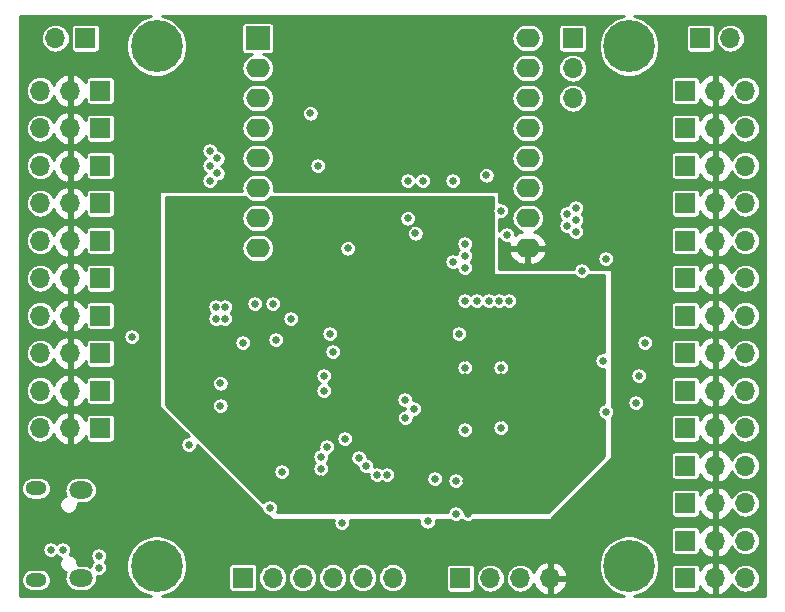
<source format=gbr>
G04 #@! TF.GenerationSoftware,KiCad,Pcbnew,(5.1.2-1)-1*
G04 #@! TF.CreationDate,2019-07-06T18:38:22+02:00*
G04 #@! TF.ProjectId,servonoid,73657276-6f6e-46f6-9964-2e6b69636164,rev?*
G04 #@! TF.SameCoordinates,Original*
G04 #@! TF.FileFunction,Copper,L3,Inr*
G04 #@! TF.FilePolarity,Positive*
%FSLAX46Y46*%
G04 Gerber Fmt 4.6, Leading zero omitted, Abs format (unit mm)*
G04 Created by KiCad (PCBNEW (5.1.2-1)-1) date 2019-07-06 18:38:22*
%MOMM*%
%LPD*%
G04 APERTURE LIST*
%ADD10O,2.000000X1.600000*%
%ADD11R,2.000000X2.000000*%
%ADD12O,2.000000X1.450000*%
%ADD13O,1.800000X1.150000*%
%ADD14R,1.700000X1.700000*%
%ADD15O,1.700000X1.700000*%
%ADD16C,4.400000*%
%ADD17C,0.700000*%
%ADD18C,0.660400*%
%ADD19C,0.254000*%
G04 APERTURE END LIST*
D10*
X140970000Y-84455000D03*
D11*
X140970000Y-81915000D03*
D10*
X140970000Y-86995000D03*
X140970000Y-89535000D03*
X140970000Y-92075000D03*
X140970000Y-94615000D03*
X140970000Y-97155000D03*
X140970000Y-99695000D03*
X163830000Y-99695000D03*
X163830000Y-97155000D03*
X163830000Y-94615000D03*
X163830000Y-92075000D03*
X163830000Y-89535000D03*
X163830000Y-86995000D03*
X163830000Y-84455000D03*
X163830000Y-81915000D03*
D12*
X125984000Y-120185000D03*
X125984000Y-127635000D03*
D13*
X122184000Y-120035000D03*
X122184000Y-127785000D03*
D14*
X139700000Y-127600000D03*
D15*
X142240000Y-127600000D03*
X144780000Y-127600000D03*
X147320000Y-127600000D03*
X149860000Y-127600000D03*
X152400000Y-127600000D03*
D14*
X177165000Y-127635000D03*
D15*
X179705000Y-127635000D03*
X182245000Y-127635000D03*
X182245000Y-124460000D03*
X179705000Y-124460000D03*
D14*
X177165000Y-124460000D03*
X177165000Y-121285000D03*
D15*
X179705000Y-121285000D03*
X182245000Y-121285000D03*
X182245000Y-118110000D03*
X179705000Y-118110000D03*
D14*
X177165000Y-118110000D03*
X177165000Y-114935000D03*
D15*
X179705000Y-114935000D03*
X182245000Y-114935000D03*
X182245000Y-111760000D03*
X179705000Y-111760000D03*
D14*
X177165000Y-111760000D03*
X177165000Y-108585000D03*
D15*
X179705000Y-108585000D03*
X182245000Y-108585000D03*
D14*
X177165000Y-105410000D03*
D15*
X179705000Y-105410000D03*
X182245000Y-105410000D03*
D14*
X177165000Y-102235000D03*
D15*
X179705000Y-102235000D03*
X182245000Y-102235000D03*
X182245000Y-99060000D03*
X179705000Y-99060000D03*
D14*
X177165000Y-99060000D03*
X177165000Y-95885000D03*
D15*
X179705000Y-95885000D03*
X182245000Y-95885000D03*
X182245000Y-92710000D03*
X179705000Y-92710000D03*
D14*
X177165000Y-92710000D03*
X177165000Y-89535000D03*
D15*
X179705000Y-89535000D03*
X182245000Y-89535000D03*
X182245000Y-86360000D03*
X179705000Y-86360000D03*
D14*
X177165000Y-86360000D03*
D15*
X122555000Y-86360000D03*
X125095000Y-86360000D03*
D14*
X127635000Y-86360000D03*
D15*
X122555000Y-89535000D03*
X125095000Y-89535000D03*
D14*
X127635000Y-89535000D03*
X127635000Y-92710000D03*
D15*
X125095000Y-92710000D03*
X122555000Y-92710000D03*
X122555000Y-95885000D03*
X125095000Y-95885000D03*
D14*
X127635000Y-95885000D03*
D15*
X122555000Y-99060000D03*
X125095000Y-99060000D03*
D14*
X127635000Y-99060000D03*
X127635000Y-102235000D03*
D15*
X125095000Y-102235000D03*
X122555000Y-102235000D03*
X122555000Y-105410000D03*
X125095000Y-105410000D03*
D14*
X127635000Y-105410000D03*
X127635000Y-108585000D03*
D15*
X125095000Y-108585000D03*
X122555000Y-108585000D03*
X122555000Y-111760000D03*
X125095000Y-111760000D03*
D14*
X127635000Y-111760000D03*
X127635000Y-114935000D03*
D15*
X125095000Y-114935000D03*
X122555000Y-114935000D03*
D14*
X158115000Y-127635000D03*
D15*
X160655000Y-127635000D03*
X163195000Y-127635000D03*
X165735000Y-127635000D03*
D16*
X132400000Y-126600000D03*
D17*
X134050000Y-126600000D03*
X133566726Y-127766726D03*
X132400000Y-128250000D03*
X131233274Y-127766726D03*
X130750000Y-126600000D03*
X131233274Y-125433274D03*
X132400000Y-124950000D03*
X133566726Y-125433274D03*
X173566726Y-81433274D03*
X172400000Y-80950000D03*
X171233274Y-81433274D03*
X170750000Y-82600000D03*
X171233274Y-83766726D03*
X172400000Y-84250000D03*
X173566726Y-83766726D03*
X174050000Y-82600000D03*
D16*
X172400000Y-82600000D03*
X172400000Y-126600000D03*
D17*
X174050000Y-126600000D03*
X173566726Y-127766726D03*
X172400000Y-128250000D03*
X171233274Y-127766726D03*
X170750000Y-126600000D03*
X171233274Y-125433274D03*
X172400000Y-124950000D03*
X173566726Y-125433274D03*
X133566726Y-81433274D03*
X132400000Y-80950000D03*
X131233274Y-81433274D03*
X130750000Y-82600000D03*
X131233274Y-83766726D03*
X132400000Y-84250000D03*
X133566726Y-83766726D03*
X134050000Y-82600000D03*
D16*
X132400000Y-82600000D03*
D14*
X167640000Y-81915000D03*
D15*
X167640000Y-84455000D03*
X167640000Y-86995000D03*
D14*
X126365000Y-81915000D03*
D15*
X123825000Y-81915000D03*
X180975000Y-81915000D03*
D14*
X178435000Y-81915000D03*
D18*
X167894000Y-91948000D03*
X167894000Y-92964000D03*
X167132000Y-92456000D03*
X167132000Y-91440000D03*
X167894000Y-90932000D03*
X136144000Y-124714000D03*
X136906000Y-124714000D03*
X137668000Y-124714000D03*
X135382000Y-124714000D03*
X132461000Y-92075000D03*
X133096000Y-91440000D03*
X133096000Y-93980000D03*
X132461000Y-93345000D03*
X133096000Y-92710000D03*
X167894000Y-97282000D03*
X167132000Y-96774000D03*
X167894000Y-96266000D03*
X167132000Y-97790000D03*
X167894000Y-98298000D03*
X137414000Y-104648000D03*
X137414000Y-105664000D03*
X138176000Y-104648000D03*
X138176000Y-105664000D03*
X137541000Y-93345000D03*
X137541000Y-92075000D03*
X136906000Y-92710000D03*
X136906000Y-91440000D03*
X136906000Y-93980000D03*
X158496000Y-104140000D03*
X157988000Y-106934000D03*
X161544000Y-109804203D03*
X158496000Y-109804203D03*
X157734000Y-122174000D03*
X157734000Y-119380000D03*
X161544000Y-114884203D03*
X158496000Y-115062000D03*
X146304000Y-118364000D03*
X143002000Y-118618000D03*
X142240000Y-104394000D03*
X143764000Y-105664000D03*
X170434000Y-113538000D03*
X170180000Y-109220000D03*
X127508000Y-125730000D03*
X124460000Y-125222000D03*
X123444000Y-125222000D03*
X127508000Y-126746000D03*
X148590000Y-99695000D03*
X153670000Y-93980000D03*
X153670000Y-97155000D03*
X145415000Y-88265000D03*
X146050000Y-92710000D03*
X137795000Y-113030000D03*
X141986000Y-121666000D03*
X135128000Y-116332000D03*
X135001000Y-100965000D03*
X135636000Y-100330000D03*
X135001000Y-99695000D03*
X135636000Y-99060000D03*
X135001000Y-98425000D03*
X157149797Y-106934000D03*
X157480000Y-103886000D03*
X161544000Y-108966000D03*
X158496000Y-108966000D03*
X161544000Y-110642406D03*
X158496000Y-110642406D03*
X158750000Y-122174000D03*
X158572203Y-119380000D03*
X161544000Y-114046000D03*
X158496000Y-114046000D03*
X146304000Y-119202203D03*
X143002000Y-119634000D03*
X146304000Y-103886000D03*
X145288000Y-105664000D03*
X167894000Y-114808000D03*
X149860000Y-100965000D03*
X154940000Y-93980000D03*
X154940000Y-97155000D03*
X158750000Y-116840000D03*
X161544000Y-116840000D03*
X155956000Y-119226000D03*
X148082000Y-122936000D03*
X146304000Y-117348000D03*
X153416000Y-112522000D03*
X151892000Y-118872000D03*
X151053797Y-118872000D03*
X150114000Y-118110000D03*
X149506000Y-117448000D03*
X146812000Y-116509797D03*
X147320000Y-108458000D03*
X147066000Y-106934000D03*
X158496000Y-100330000D03*
X158496000Y-99314000D03*
X162052000Y-98552000D03*
X161544000Y-96520000D03*
X146558000Y-110490000D03*
X173736000Y-107696000D03*
X146558000Y-111760000D03*
X173228000Y-110490000D03*
X162204406Y-104140000D03*
X161366203Y-104140000D03*
X160528000Y-104140000D03*
X159512000Y-104140000D03*
X172974000Y-112776000D03*
X148336000Y-115824000D03*
X158496000Y-101346000D03*
X157480000Y-100838000D03*
X153453000Y-114046000D03*
X140716000Y-104394000D03*
X154178000Y-113284000D03*
X142494000Y-107442000D03*
X168402000Y-101600000D03*
X154305000Y-98425000D03*
X170434000Y-100584000D03*
X157480000Y-93980000D03*
X155345000Y-122833000D03*
X130302000Y-107188000D03*
X160323500Y-93521500D03*
X139700000Y-107696000D03*
X137795000Y-111125000D03*
D19*
G36*
X131647150Y-80118187D02*
G01*
X131177438Y-80312748D01*
X130754709Y-80595207D01*
X130395207Y-80954709D01*
X130112748Y-81377438D01*
X129918187Y-81847150D01*
X129819000Y-82345794D01*
X129819000Y-82854206D01*
X129918187Y-83352850D01*
X130112748Y-83822562D01*
X130395207Y-84245291D01*
X130754709Y-84604793D01*
X131177438Y-84887252D01*
X131647150Y-85081813D01*
X132145794Y-85181000D01*
X132654206Y-85181000D01*
X133152850Y-85081813D01*
X133622562Y-84887252D01*
X134045291Y-84604793D01*
X134195084Y-84455000D01*
X139583286Y-84455000D01*
X139606088Y-84686516D01*
X139673619Y-84909136D01*
X139783283Y-85114303D01*
X139930866Y-85294134D01*
X140110697Y-85441717D01*
X140315864Y-85551381D01*
X140538484Y-85618912D01*
X140711984Y-85636000D01*
X141228016Y-85636000D01*
X141401516Y-85618912D01*
X141624136Y-85551381D01*
X141829303Y-85441717D01*
X142009134Y-85294134D01*
X142156717Y-85114303D01*
X142266381Y-84909136D01*
X142333912Y-84686516D01*
X142356714Y-84455000D01*
X162443286Y-84455000D01*
X162466088Y-84686516D01*
X162533619Y-84909136D01*
X162643283Y-85114303D01*
X162790866Y-85294134D01*
X162970697Y-85441717D01*
X163175864Y-85551381D01*
X163398484Y-85618912D01*
X163571984Y-85636000D01*
X164088016Y-85636000D01*
X164261516Y-85618912D01*
X164484136Y-85551381D01*
X164689303Y-85441717D01*
X164869134Y-85294134D01*
X165016717Y-85114303D01*
X165126381Y-84909136D01*
X165193912Y-84686516D01*
X165216714Y-84455000D01*
X166403044Y-84455000D01*
X166426812Y-84696318D01*
X166497202Y-84928363D01*
X166611509Y-85142216D01*
X166765340Y-85329660D01*
X166952784Y-85483491D01*
X167166637Y-85597798D01*
X167398682Y-85668188D01*
X167579528Y-85686000D01*
X167700472Y-85686000D01*
X167881318Y-85668188D01*
X168113363Y-85597798D01*
X168277621Y-85510000D01*
X175932157Y-85510000D01*
X175932157Y-87210000D01*
X175939513Y-87284689D01*
X175961299Y-87356508D01*
X175996678Y-87422696D01*
X176044289Y-87480711D01*
X176102304Y-87528322D01*
X176168492Y-87563701D01*
X176240311Y-87585487D01*
X176315000Y-87592843D01*
X178015000Y-87592843D01*
X178089689Y-87585487D01*
X178161508Y-87563701D01*
X178227696Y-87528322D01*
X178285711Y-87480711D01*
X178333322Y-87422696D01*
X178368701Y-87356508D01*
X178390487Y-87284689D01*
X178397843Y-87210000D01*
X178397843Y-87053367D01*
X178509822Y-87241355D01*
X178704731Y-87457588D01*
X178938080Y-87631641D01*
X179200901Y-87756825D01*
X179348110Y-87801476D01*
X179578000Y-87680155D01*
X179578000Y-86487000D01*
X179558000Y-86487000D01*
X179558000Y-86233000D01*
X179578000Y-86233000D01*
X179578000Y-85039845D01*
X179832000Y-85039845D01*
X179832000Y-86233000D01*
X179852000Y-86233000D01*
X179852000Y-86487000D01*
X179832000Y-86487000D01*
X179832000Y-87680155D01*
X180061890Y-87801476D01*
X180209099Y-87756825D01*
X180471920Y-87631641D01*
X180705269Y-87457588D01*
X180900178Y-87241355D01*
X181049157Y-86991252D01*
X181103983Y-86836695D01*
X181216509Y-87047216D01*
X181370340Y-87234660D01*
X181557784Y-87388491D01*
X181771637Y-87502798D01*
X182003682Y-87573188D01*
X182184528Y-87591000D01*
X182305472Y-87591000D01*
X182486318Y-87573188D01*
X182718363Y-87502798D01*
X182932216Y-87388491D01*
X183119660Y-87234660D01*
X183273491Y-87047216D01*
X183387798Y-86833363D01*
X183458188Y-86601318D01*
X183481956Y-86360000D01*
X183458188Y-86118682D01*
X183387798Y-85886637D01*
X183273491Y-85672784D01*
X183119660Y-85485340D01*
X182932216Y-85331509D01*
X182718363Y-85217202D01*
X182486318Y-85146812D01*
X182305472Y-85129000D01*
X182184528Y-85129000D01*
X182003682Y-85146812D01*
X181771637Y-85217202D01*
X181557784Y-85331509D01*
X181370340Y-85485340D01*
X181216509Y-85672784D01*
X181103983Y-85883305D01*
X181049157Y-85728748D01*
X180900178Y-85478645D01*
X180705269Y-85262412D01*
X180471920Y-85088359D01*
X180209099Y-84963175D01*
X180061890Y-84918524D01*
X179832000Y-85039845D01*
X179578000Y-85039845D01*
X179348110Y-84918524D01*
X179200901Y-84963175D01*
X178938080Y-85088359D01*
X178704731Y-85262412D01*
X178509822Y-85478645D01*
X178397843Y-85666633D01*
X178397843Y-85510000D01*
X178390487Y-85435311D01*
X178368701Y-85363492D01*
X178333322Y-85297304D01*
X178285711Y-85239289D01*
X178227696Y-85191678D01*
X178161508Y-85156299D01*
X178089689Y-85134513D01*
X178015000Y-85127157D01*
X176315000Y-85127157D01*
X176240311Y-85134513D01*
X176168492Y-85156299D01*
X176102304Y-85191678D01*
X176044289Y-85239289D01*
X175996678Y-85297304D01*
X175961299Y-85363492D01*
X175939513Y-85435311D01*
X175932157Y-85510000D01*
X168277621Y-85510000D01*
X168327216Y-85483491D01*
X168514660Y-85329660D01*
X168668491Y-85142216D01*
X168782798Y-84928363D01*
X168853188Y-84696318D01*
X168876956Y-84455000D01*
X168853188Y-84213682D01*
X168782798Y-83981637D01*
X168668491Y-83767784D01*
X168514660Y-83580340D01*
X168327216Y-83426509D01*
X168113363Y-83312202D01*
X167881318Y-83241812D01*
X167700472Y-83224000D01*
X167579528Y-83224000D01*
X167398682Y-83241812D01*
X167166637Y-83312202D01*
X166952784Y-83426509D01*
X166765340Y-83580340D01*
X166611509Y-83767784D01*
X166497202Y-83981637D01*
X166426812Y-84213682D01*
X166403044Y-84455000D01*
X165216714Y-84455000D01*
X165193912Y-84223484D01*
X165126381Y-84000864D01*
X165016717Y-83795697D01*
X164869134Y-83615866D01*
X164689303Y-83468283D01*
X164484136Y-83358619D01*
X164261516Y-83291088D01*
X164088016Y-83274000D01*
X163571984Y-83274000D01*
X163398484Y-83291088D01*
X163175864Y-83358619D01*
X162970697Y-83468283D01*
X162790866Y-83615866D01*
X162643283Y-83795697D01*
X162533619Y-84000864D01*
X162466088Y-84223484D01*
X162443286Y-84455000D01*
X142356714Y-84455000D01*
X142333912Y-84223484D01*
X142266381Y-84000864D01*
X142156717Y-83795697D01*
X142009134Y-83615866D01*
X141829303Y-83468283D01*
X141624136Y-83358619D01*
X141423784Y-83297843D01*
X141970000Y-83297843D01*
X142044689Y-83290487D01*
X142116508Y-83268701D01*
X142182696Y-83233322D01*
X142240711Y-83185711D01*
X142288322Y-83127696D01*
X142323701Y-83061508D01*
X142345487Y-82989689D01*
X142352843Y-82915000D01*
X142352843Y-81915000D01*
X162443286Y-81915000D01*
X162466088Y-82146516D01*
X162533619Y-82369136D01*
X162643283Y-82574303D01*
X162790866Y-82754134D01*
X162970697Y-82901717D01*
X163175864Y-83011381D01*
X163398484Y-83078912D01*
X163571984Y-83096000D01*
X164088016Y-83096000D01*
X164261516Y-83078912D01*
X164484136Y-83011381D01*
X164689303Y-82901717D01*
X164869134Y-82754134D01*
X165016717Y-82574303D01*
X165126381Y-82369136D01*
X165193912Y-82146516D01*
X165216714Y-81915000D01*
X165193912Y-81683484D01*
X165126381Y-81460864D01*
X165016717Y-81255697D01*
X164869134Y-81075866D01*
X164855894Y-81065000D01*
X166407157Y-81065000D01*
X166407157Y-82765000D01*
X166414513Y-82839689D01*
X166436299Y-82911508D01*
X166471678Y-82977696D01*
X166519289Y-83035711D01*
X166577304Y-83083322D01*
X166643492Y-83118701D01*
X166715311Y-83140487D01*
X166790000Y-83147843D01*
X168490000Y-83147843D01*
X168564689Y-83140487D01*
X168636508Y-83118701D01*
X168702696Y-83083322D01*
X168760711Y-83035711D01*
X168808322Y-82977696D01*
X168843701Y-82911508D01*
X168865487Y-82839689D01*
X168872843Y-82765000D01*
X168872843Y-81065000D01*
X168865487Y-80990311D01*
X168843701Y-80918492D01*
X168808322Y-80852304D01*
X168760711Y-80794289D01*
X168702696Y-80746678D01*
X168636508Y-80711299D01*
X168564689Y-80689513D01*
X168490000Y-80682157D01*
X166790000Y-80682157D01*
X166715311Y-80689513D01*
X166643492Y-80711299D01*
X166577304Y-80746678D01*
X166519289Y-80794289D01*
X166471678Y-80852304D01*
X166436299Y-80918492D01*
X166414513Y-80990311D01*
X166407157Y-81065000D01*
X164855894Y-81065000D01*
X164689303Y-80928283D01*
X164484136Y-80818619D01*
X164261516Y-80751088D01*
X164088016Y-80734000D01*
X163571984Y-80734000D01*
X163398484Y-80751088D01*
X163175864Y-80818619D01*
X162970697Y-80928283D01*
X162790866Y-81075866D01*
X162643283Y-81255697D01*
X162533619Y-81460864D01*
X162466088Y-81683484D01*
X162443286Y-81915000D01*
X142352843Y-81915000D01*
X142352843Y-80915000D01*
X142345487Y-80840311D01*
X142323701Y-80768492D01*
X142288322Y-80702304D01*
X142240711Y-80644289D01*
X142182696Y-80596678D01*
X142116508Y-80561299D01*
X142044689Y-80539513D01*
X141970000Y-80532157D01*
X139970000Y-80532157D01*
X139895311Y-80539513D01*
X139823492Y-80561299D01*
X139757304Y-80596678D01*
X139699289Y-80644289D01*
X139651678Y-80702304D01*
X139616299Y-80768492D01*
X139594513Y-80840311D01*
X139587157Y-80915000D01*
X139587157Y-82915000D01*
X139594513Y-82989689D01*
X139616299Y-83061508D01*
X139651678Y-83127696D01*
X139699289Y-83185711D01*
X139757304Y-83233322D01*
X139823492Y-83268701D01*
X139895311Y-83290487D01*
X139970000Y-83297843D01*
X140516216Y-83297843D01*
X140315864Y-83358619D01*
X140110697Y-83468283D01*
X139930866Y-83615866D01*
X139783283Y-83795697D01*
X139673619Y-84000864D01*
X139606088Y-84223484D01*
X139583286Y-84455000D01*
X134195084Y-84455000D01*
X134404793Y-84245291D01*
X134687252Y-83822562D01*
X134881813Y-83352850D01*
X134981000Y-82854206D01*
X134981000Y-82345794D01*
X134881813Y-81847150D01*
X134687252Y-81377438D01*
X134404793Y-80954709D01*
X134045291Y-80595207D01*
X133622562Y-80312748D01*
X133152850Y-80118187D01*
X132840217Y-80056000D01*
X171959783Y-80056000D01*
X171647150Y-80118187D01*
X171177438Y-80312748D01*
X170754709Y-80595207D01*
X170395207Y-80954709D01*
X170112748Y-81377438D01*
X169918187Y-81847150D01*
X169819000Y-82345794D01*
X169819000Y-82854206D01*
X169918187Y-83352850D01*
X170112748Y-83822562D01*
X170395207Y-84245291D01*
X170754709Y-84604793D01*
X171177438Y-84887252D01*
X171647150Y-85081813D01*
X172145794Y-85181000D01*
X172654206Y-85181000D01*
X173152850Y-85081813D01*
X173622562Y-84887252D01*
X174045291Y-84604793D01*
X174404793Y-84245291D01*
X174687252Y-83822562D01*
X174881813Y-83352850D01*
X174981000Y-82854206D01*
X174981000Y-82345794D01*
X174881813Y-81847150D01*
X174687252Y-81377438D01*
X174478488Y-81065000D01*
X177202157Y-81065000D01*
X177202157Y-82765000D01*
X177209513Y-82839689D01*
X177231299Y-82911508D01*
X177266678Y-82977696D01*
X177314289Y-83035711D01*
X177372304Y-83083322D01*
X177438492Y-83118701D01*
X177510311Y-83140487D01*
X177585000Y-83147843D01*
X179285000Y-83147843D01*
X179359689Y-83140487D01*
X179431508Y-83118701D01*
X179497696Y-83083322D01*
X179555711Y-83035711D01*
X179603322Y-82977696D01*
X179638701Y-82911508D01*
X179660487Y-82839689D01*
X179667843Y-82765000D01*
X179667843Y-81915000D01*
X179738044Y-81915000D01*
X179761812Y-82156318D01*
X179832202Y-82388363D01*
X179946509Y-82602216D01*
X180100340Y-82789660D01*
X180287784Y-82943491D01*
X180501637Y-83057798D01*
X180733682Y-83128188D01*
X180914528Y-83146000D01*
X181035472Y-83146000D01*
X181216318Y-83128188D01*
X181448363Y-83057798D01*
X181662216Y-82943491D01*
X181849660Y-82789660D01*
X182003491Y-82602216D01*
X182117798Y-82388363D01*
X182188188Y-82156318D01*
X182211956Y-81915000D01*
X182188188Y-81673682D01*
X182117798Y-81441637D01*
X182003491Y-81227784D01*
X181849660Y-81040340D01*
X181662216Y-80886509D01*
X181448363Y-80772202D01*
X181216318Y-80701812D01*
X181035472Y-80684000D01*
X180914528Y-80684000D01*
X180733682Y-80701812D01*
X180501637Y-80772202D01*
X180287784Y-80886509D01*
X180100340Y-81040340D01*
X179946509Y-81227784D01*
X179832202Y-81441637D01*
X179761812Y-81673682D01*
X179738044Y-81915000D01*
X179667843Y-81915000D01*
X179667843Y-81065000D01*
X179660487Y-80990311D01*
X179638701Y-80918492D01*
X179603322Y-80852304D01*
X179555711Y-80794289D01*
X179497696Y-80746678D01*
X179431508Y-80711299D01*
X179359689Y-80689513D01*
X179285000Y-80682157D01*
X177585000Y-80682157D01*
X177510311Y-80689513D01*
X177438492Y-80711299D01*
X177372304Y-80746678D01*
X177314289Y-80794289D01*
X177266678Y-80852304D01*
X177231299Y-80918492D01*
X177209513Y-80990311D01*
X177202157Y-81065000D01*
X174478488Y-81065000D01*
X174404793Y-80954709D01*
X174045291Y-80595207D01*
X173622562Y-80312748D01*
X173152850Y-80118187D01*
X172840217Y-80056000D01*
X183944001Y-80056000D01*
X183944000Y-129144000D01*
X172840217Y-129144000D01*
X173152850Y-129081813D01*
X173622562Y-128887252D01*
X174045291Y-128604793D01*
X174404793Y-128245291D01*
X174687252Y-127822562D01*
X174881813Y-127352850D01*
X174981000Y-126854206D01*
X174981000Y-126785000D01*
X175932157Y-126785000D01*
X175932157Y-128485000D01*
X175939513Y-128559689D01*
X175961299Y-128631508D01*
X175996678Y-128697696D01*
X176044289Y-128755711D01*
X176102304Y-128803322D01*
X176168492Y-128838701D01*
X176240311Y-128860487D01*
X176315000Y-128867843D01*
X178015000Y-128867843D01*
X178089689Y-128860487D01*
X178161508Y-128838701D01*
X178227696Y-128803322D01*
X178285711Y-128755711D01*
X178333322Y-128697696D01*
X178368701Y-128631508D01*
X178390487Y-128559689D01*
X178397843Y-128485000D01*
X178397843Y-128328367D01*
X178509822Y-128516355D01*
X178704731Y-128732588D01*
X178938080Y-128906641D01*
X179200901Y-129031825D01*
X179348110Y-129076476D01*
X179578000Y-128955155D01*
X179578000Y-127762000D01*
X179558000Y-127762000D01*
X179558000Y-127508000D01*
X179578000Y-127508000D01*
X179578000Y-126314845D01*
X179832000Y-126314845D01*
X179832000Y-127508000D01*
X179852000Y-127508000D01*
X179852000Y-127762000D01*
X179832000Y-127762000D01*
X179832000Y-128955155D01*
X180061890Y-129076476D01*
X180209099Y-129031825D01*
X180471920Y-128906641D01*
X180705269Y-128732588D01*
X180900178Y-128516355D01*
X181049157Y-128266252D01*
X181103983Y-128111695D01*
X181216509Y-128322216D01*
X181370340Y-128509660D01*
X181557784Y-128663491D01*
X181771637Y-128777798D01*
X182003682Y-128848188D01*
X182184528Y-128866000D01*
X182305472Y-128866000D01*
X182486318Y-128848188D01*
X182718363Y-128777798D01*
X182932216Y-128663491D01*
X183119660Y-128509660D01*
X183273491Y-128322216D01*
X183387798Y-128108363D01*
X183458188Y-127876318D01*
X183481956Y-127635000D01*
X183458188Y-127393682D01*
X183387798Y-127161637D01*
X183273491Y-126947784D01*
X183119660Y-126760340D01*
X182932216Y-126606509D01*
X182718363Y-126492202D01*
X182486318Y-126421812D01*
X182305472Y-126404000D01*
X182184528Y-126404000D01*
X182003682Y-126421812D01*
X181771637Y-126492202D01*
X181557784Y-126606509D01*
X181370340Y-126760340D01*
X181216509Y-126947784D01*
X181103983Y-127158305D01*
X181049157Y-127003748D01*
X180900178Y-126753645D01*
X180705269Y-126537412D01*
X180471920Y-126363359D01*
X180209099Y-126238175D01*
X180061890Y-126193524D01*
X179832000Y-126314845D01*
X179578000Y-126314845D01*
X179348110Y-126193524D01*
X179200901Y-126238175D01*
X178938080Y-126363359D01*
X178704731Y-126537412D01*
X178509822Y-126753645D01*
X178397843Y-126941633D01*
X178397843Y-126785000D01*
X178390487Y-126710311D01*
X178368701Y-126638492D01*
X178333322Y-126572304D01*
X178285711Y-126514289D01*
X178227696Y-126466678D01*
X178161508Y-126431299D01*
X178089689Y-126409513D01*
X178015000Y-126402157D01*
X176315000Y-126402157D01*
X176240311Y-126409513D01*
X176168492Y-126431299D01*
X176102304Y-126466678D01*
X176044289Y-126514289D01*
X175996678Y-126572304D01*
X175961299Y-126638492D01*
X175939513Y-126710311D01*
X175932157Y-126785000D01*
X174981000Y-126785000D01*
X174981000Y-126345794D01*
X174881813Y-125847150D01*
X174687252Y-125377438D01*
X174404793Y-124954709D01*
X174045291Y-124595207D01*
X173622562Y-124312748D01*
X173152850Y-124118187D01*
X172654206Y-124019000D01*
X172145794Y-124019000D01*
X171647150Y-124118187D01*
X171177438Y-124312748D01*
X170754709Y-124595207D01*
X170395207Y-124954709D01*
X170112748Y-125377438D01*
X169918187Y-125847150D01*
X169819000Y-126345794D01*
X169819000Y-126854206D01*
X169918187Y-127352850D01*
X170112748Y-127822562D01*
X170395207Y-128245291D01*
X170754709Y-128604793D01*
X171177438Y-128887252D01*
X171647150Y-129081813D01*
X171959783Y-129144000D01*
X132840217Y-129144000D01*
X133152850Y-129081813D01*
X133622562Y-128887252D01*
X134045291Y-128604793D01*
X134404793Y-128245291D01*
X134687252Y-127822562D01*
X134881813Y-127352850D01*
X134981000Y-126854206D01*
X134981000Y-126750000D01*
X138467157Y-126750000D01*
X138467157Y-128450000D01*
X138474513Y-128524689D01*
X138496299Y-128596508D01*
X138531678Y-128662696D01*
X138579289Y-128720711D01*
X138637304Y-128768322D01*
X138703492Y-128803701D01*
X138775311Y-128825487D01*
X138850000Y-128832843D01*
X140550000Y-128832843D01*
X140624689Y-128825487D01*
X140696508Y-128803701D01*
X140762696Y-128768322D01*
X140820711Y-128720711D01*
X140868322Y-128662696D01*
X140903701Y-128596508D01*
X140925487Y-128524689D01*
X140932843Y-128450000D01*
X140932843Y-127600000D01*
X141003044Y-127600000D01*
X141026812Y-127841318D01*
X141097202Y-128073363D01*
X141211509Y-128287216D01*
X141365340Y-128474660D01*
X141552784Y-128628491D01*
X141766637Y-128742798D01*
X141998682Y-128813188D01*
X142179528Y-128831000D01*
X142300472Y-128831000D01*
X142481318Y-128813188D01*
X142713363Y-128742798D01*
X142927216Y-128628491D01*
X143114660Y-128474660D01*
X143268491Y-128287216D01*
X143382798Y-128073363D01*
X143453188Y-127841318D01*
X143476956Y-127600000D01*
X143543044Y-127600000D01*
X143566812Y-127841318D01*
X143637202Y-128073363D01*
X143751509Y-128287216D01*
X143905340Y-128474660D01*
X144092784Y-128628491D01*
X144306637Y-128742798D01*
X144538682Y-128813188D01*
X144719528Y-128831000D01*
X144840472Y-128831000D01*
X145021318Y-128813188D01*
X145253363Y-128742798D01*
X145467216Y-128628491D01*
X145654660Y-128474660D01*
X145808491Y-128287216D01*
X145922798Y-128073363D01*
X145993188Y-127841318D01*
X146016956Y-127600000D01*
X146083044Y-127600000D01*
X146106812Y-127841318D01*
X146177202Y-128073363D01*
X146291509Y-128287216D01*
X146445340Y-128474660D01*
X146632784Y-128628491D01*
X146846637Y-128742798D01*
X147078682Y-128813188D01*
X147259528Y-128831000D01*
X147380472Y-128831000D01*
X147561318Y-128813188D01*
X147793363Y-128742798D01*
X148007216Y-128628491D01*
X148194660Y-128474660D01*
X148348491Y-128287216D01*
X148462798Y-128073363D01*
X148533188Y-127841318D01*
X148556956Y-127600000D01*
X148623044Y-127600000D01*
X148646812Y-127841318D01*
X148717202Y-128073363D01*
X148831509Y-128287216D01*
X148985340Y-128474660D01*
X149172784Y-128628491D01*
X149386637Y-128742798D01*
X149618682Y-128813188D01*
X149799528Y-128831000D01*
X149920472Y-128831000D01*
X150101318Y-128813188D01*
X150333363Y-128742798D01*
X150547216Y-128628491D01*
X150734660Y-128474660D01*
X150888491Y-128287216D01*
X151002798Y-128073363D01*
X151073188Y-127841318D01*
X151096956Y-127600000D01*
X151163044Y-127600000D01*
X151186812Y-127841318D01*
X151257202Y-128073363D01*
X151371509Y-128287216D01*
X151525340Y-128474660D01*
X151712784Y-128628491D01*
X151926637Y-128742798D01*
X152158682Y-128813188D01*
X152339528Y-128831000D01*
X152460472Y-128831000D01*
X152641318Y-128813188D01*
X152873363Y-128742798D01*
X153087216Y-128628491D01*
X153274660Y-128474660D01*
X153428491Y-128287216D01*
X153542798Y-128073363D01*
X153613188Y-127841318D01*
X153636956Y-127600000D01*
X153613188Y-127358682D01*
X153542798Y-127126637D01*
X153428491Y-126912784D01*
X153323622Y-126785000D01*
X156882157Y-126785000D01*
X156882157Y-128485000D01*
X156889513Y-128559689D01*
X156911299Y-128631508D01*
X156946678Y-128697696D01*
X156994289Y-128755711D01*
X157052304Y-128803322D01*
X157118492Y-128838701D01*
X157190311Y-128860487D01*
X157265000Y-128867843D01*
X158965000Y-128867843D01*
X159039689Y-128860487D01*
X159111508Y-128838701D01*
X159177696Y-128803322D01*
X159235711Y-128755711D01*
X159283322Y-128697696D01*
X159318701Y-128631508D01*
X159340487Y-128559689D01*
X159347843Y-128485000D01*
X159347843Y-127635000D01*
X159418044Y-127635000D01*
X159441812Y-127876318D01*
X159512202Y-128108363D01*
X159626509Y-128322216D01*
X159780340Y-128509660D01*
X159967784Y-128663491D01*
X160181637Y-128777798D01*
X160413682Y-128848188D01*
X160594528Y-128866000D01*
X160715472Y-128866000D01*
X160896318Y-128848188D01*
X161128363Y-128777798D01*
X161342216Y-128663491D01*
X161529660Y-128509660D01*
X161683491Y-128322216D01*
X161797798Y-128108363D01*
X161868188Y-127876318D01*
X161891956Y-127635000D01*
X161958044Y-127635000D01*
X161981812Y-127876318D01*
X162052202Y-128108363D01*
X162166509Y-128322216D01*
X162320340Y-128509660D01*
X162507784Y-128663491D01*
X162721637Y-128777798D01*
X162953682Y-128848188D01*
X163134528Y-128866000D01*
X163255472Y-128866000D01*
X163436318Y-128848188D01*
X163668363Y-128777798D01*
X163882216Y-128663491D01*
X164069660Y-128509660D01*
X164223491Y-128322216D01*
X164336017Y-128111695D01*
X164390843Y-128266252D01*
X164539822Y-128516355D01*
X164734731Y-128732588D01*
X164968080Y-128906641D01*
X165230901Y-129031825D01*
X165378110Y-129076476D01*
X165608000Y-128955155D01*
X165608000Y-127762000D01*
X165862000Y-127762000D01*
X165862000Y-128955155D01*
X166091890Y-129076476D01*
X166239099Y-129031825D01*
X166501920Y-128906641D01*
X166735269Y-128732588D01*
X166930178Y-128516355D01*
X167079157Y-128266252D01*
X167176481Y-127991891D01*
X167055814Y-127762000D01*
X165862000Y-127762000D01*
X165608000Y-127762000D01*
X165588000Y-127762000D01*
X165588000Y-127508000D01*
X165608000Y-127508000D01*
X165608000Y-126314845D01*
X165862000Y-126314845D01*
X165862000Y-127508000D01*
X167055814Y-127508000D01*
X167176481Y-127278109D01*
X167079157Y-127003748D01*
X166930178Y-126753645D01*
X166735269Y-126537412D01*
X166501920Y-126363359D01*
X166239099Y-126238175D01*
X166091890Y-126193524D01*
X165862000Y-126314845D01*
X165608000Y-126314845D01*
X165378110Y-126193524D01*
X165230901Y-126238175D01*
X164968080Y-126363359D01*
X164734731Y-126537412D01*
X164539822Y-126753645D01*
X164390843Y-127003748D01*
X164336017Y-127158305D01*
X164223491Y-126947784D01*
X164069660Y-126760340D01*
X163882216Y-126606509D01*
X163668363Y-126492202D01*
X163436318Y-126421812D01*
X163255472Y-126404000D01*
X163134528Y-126404000D01*
X162953682Y-126421812D01*
X162721637Y-126492202D01*
X162507784Y-126606509D01*
X162320340Y-126760340D01*
X162166509Y-126947784D01*
X162052202Y-127161637D01*
X161981812Y-127393682D01*
X161958044Y-127635000D01*
X161891956Y-127635000D01*
X161868188Y-127393682D01*
X161797798Y-127161637D01*
X161683491Y-126947784D01*
X161529660Y-126760340D01*
X161342216Y-126606509D01*
X161128363Y-126492202D01*
X160896318Y-126421812D01*
X160715472Y-126404000D01*
X160594528Y-126404000D01*
X160413682Y-126421812D01*
X160181637Y-126492202D01*
X159967784Y-126606509D01*
X159780340Y-126760340D01*
X159626509Y-126947784D01*
X159512202Y-127161637D01*
X159441812Y-127393682D01*
X159418044Y-127635000D01*
X159347843Y-127635000D01*
X159347843Y-126785000D01*
X159340487Y-126710311D01*
X159318701Y-126638492D01*
X159283322Y-126572304D01*
X159235711Y-126514289D01*
X159177696Y-126466678D01*
X159111508Y-126431299D01*
X159039689Y-126409513D01*
X158965000Y-126402157D01*
X157265000Y-126402157D01*
X157190311Y-126409513D01*
X157118492Y-126431299D01*
X157052304Y-126466678D01*
X156994289Y-126514289D01*
X156946678Y-126572304D01*
X156911299Y-126638492D01*
X156889513Y-126710311D01*
X156882157Y-126785000D01*
X153323622Y-126785000D01*
X153274660Y-126725340D01*
X153087216Y-126571509D01*
X152873363Y-126457202D01*
X152641318Y-126386812D01*
X152460472Y-126369000D01*
X152339528Y-126369000D01*
X152158682Y-126386812D01*
X151926637Y-126457202D01*
X151712784Y-126571509D01*
X151525340Y-126725340D01*
X151371509Y-126912784D01*
X151257202Y-127126637D01*
X151186812Y-127358682D01*
X151163044Y-127600000D01*
X151096956Y-127600000D01*
X151073188Y-127358682D01*
X151002798Y-127126637D01*
X150888491Y-126912784D01*
X150734660Y-126725340D01*
X150547216Y-126571509D01*
X150333363Y-126457202D01*
X150101318Y-126386812D01*
X149920472Y-126369000D01*
X149799528Y-126369000D01*
X149618682Y-126386812D01*
X149386637Y-126457202D01*
X149172784Y-126571509D01*
X148985340Y-126725340D01*
X148831509Y-126912784D01*
X148717202Y-127126637D01*
X148646812Y-127358682D01*
X148623044Y-127600000D01*
X148556956Y-127600000D01*
X148533188Y-127358682D01*
X148462798Y-127126637D01*
X148348491Y-126912784D01*
X148194660Y-126725340D01*
X148007216Y-126571509D01*
X147793363Y-126457202D01*
X147561318Y-126386812D01*
X147380472Y-126369000D01*
X147259528Y-126369000D01*
X147078682Y-126386812D01*
X146846637Y-126457202D01*
X146632784Y-126571509D01*
X146445340Y-126725340D01*
X146291509Y-126912784D01*
X146177202Y-127126637D01*
X146106812Y-127358682D01*
X146083044Y-127600000D01*
X146016956Y-127600000D01*
X145993188Y-127358682D01*
X145922798Y-127126637D01*
X145808491Y-126912784D01*
X145654660Y-126725340D01*
X145467216Y-126571509D01*
X145253363Y-126457202D01*
X145021318Y-126386812D01*
X144840472Y-126369000D01*
X144719528Y-126369000D01*
X144538682Y-126386812D01*
X144306637Y-126457202D01*
X144092784Y-126571509D01*
X143905340Y-126725340D01*
X143751509Y-126912784D01*
X143637202Y-127126637D01*
X143566812Y-127358682D01*
X143543044Y-127600000D01*
X143476956Y-127600000D01*
X143453188Y-127358682D01*
X143382798Y-127126637D01*
X143268491Y-126912784D01*
X143114660Y-126725340D01*
X142927216Y-126571509D01*
X142713363Y-126457202D01*
X142481318Y-126386812D01*
X142300472Y-126369000D01*
X142179528Y-126369000D01*
X141998682Y-126386812D01*
X141766637Y-126457202D01*
X141552784Y-126571509D01*
X141365340Y-126725340D01*
X141211509Y-126912784D01*
X141097202Y-127126637D01*
X141026812Y-127358682D01*
X141003044Y-127600000D01*
X140932843Y-127600000D01*
X140932843Y-126750000D01*
X140925487Y-126675311D01*
X140903701Y-126603492D01*
X140868322Y-126537304D01*
X140820711Y-126479289D01*
X140762696Y-126431678D01*
X140696508Y-126396299D01*
X140624689Y-126374513D01*
X140550000Y-126367157D01*
X138850000Y-126367157D01*
X138775311Y-126374513D01*
X138703492Y-126396299D01*
X138637304Y-126431678D01*
X138579289Y-126479289D01*
X138531678Y-126537304D01*
X138496299Y-126603492D01*
X138474513Y-126675311D01*
X138467157Y-126750000D01*
X134981000Y-126750000D01*
X134981000Y-126345794D01*
X134881813Y-125847150D01*
X134687252Y-125377438D01*
X134404793Y-124954709D01*
X134045291Y-124595207D01*
X133622562Y-124312748D01*
X133152850Y-124118187D01*
X132654206Y-124019000D01*
X132145794Y-124019000D01*
X131647150Y-124118187D01*
X131177438Y-124312748D01*
X130754709Y-124595207D01*
X130395207Y-124954709D01*
X130112748Y-125377438D01*
X129918187Y-125847150D01*
X129819000Y-126345794D01*
X129819000Y-126854206D01*
X129918187Y-127352850D01*
X130112748Y-127822562D01*
X130395207Y-128245291D01*
X130754709Y-128604793D01*
X131177438Y-128887252D01*
X131647150Y-129081813D01*
X131959783Y-129144000D01*
X120856000Y-129144000D01*
X120856000Y-127785000D01*
X120898375Y-127785000D01*
X120916833Y-127972409D01*
X120971498Y-128152615D01*
X121060270Y-128318695D01*
X121179736Y-128464264D01*
X121325305Y-128583730D01*
X121491385Y-128672502D01*
X121671591Y-128727167D01*
X121812041Y-128741000D01*
X122555959Y-128741000D01*
X122696409Y-128727167D01*
X122876615Y-128672502D01*
X123042695Y-128583730D01*
X123188264Y-128464264D01*
X123307730Y-128318695D01*
X123396502Y-128152615D01*
X123451167Y-127972409D01*
X123469625Y-127785000D01*
X123451167Y-127597591D01*
X123396502Y-127417385D01*
X123307730Y-127251305D01*
X123188264Y-127105736D01*
X123042695Y-126986270D01*
X122876615Y-126897498D01*
X122696409Y-126842833D01*
X122555959Y-126829000D01*
X121812041Y-126829000D01*
X121671591Y-126842833D01*
X121491385Y-126897498D01*
X121325305Y-126986270D01*
X121179736Y-127105736D01*
X121060270Y-127251305D01*
X120971498Y-127417385D01*
X120916833Y-127597591D01*
X120898375Y-127785000D01*
X120856000Y-127785000D01*
X120856000Y-125151953D01*
X122732800Y-125151953D01*
X122732800Y-125292047D01*
X122760131Y-125429449D01*
X122813743Y-125558879D01*
X122891575Y-125675363D01*
X122990637Y-125774425D01*
X123107121Y-125852257D01*
X123236551Y-125905869D01*
X123373953Y-125933200D01*
X123514047Y-125933200D01*
X123651449Y-125905869D01*
X123780879Y-125852257D01*
X123897363Y-125774425D01*
X123952000Y-125719788D01*
X124006637Y-125774425D01*
X124123121Y-125852257D01*
X124252551Y-125905869D01*
X124325489Y-125920377D01*
X124281481Y-125974001D01*
X124208960Y-126109678D01*
X124164301Y-126256897D01*
X124149222Y-126410000D01*
X124164301Y-126563103D01*
X124208960Y-126710322D01*
X124281481Y-126845999D01*
X124379078Y-126964922D01*
X124498001Y-127062519D01*
X124633678Y-127135040D01*
X124709810Y-127158135D01*
X124682246Y-127209704D01*
X124619003Y-127418186D01*
X124597649Y-127635000D01*
X124619003Y-127851814D01*
X124682246Y-128060296D01*
X124784945Y-128252434D01*
X124923156Y-128420844D01*
X125091566Y-128559055D01*
X125283704Y-128661754D01*
X125492186Y-128724997D01*
X125654670Y-128741000D01*
X126313330Y-128741000D01*
X126475814Y-128724997D01*
X126684296Y-128661754D01*
X126876434Y-128559055D01*
X127044844Y-128420844D01*
X127183055Y-128252434D01*
X127285754Y-128060296D01*
X127348997Y-127851814D01*
X127370351Y-127635000D01*
X127351139Y-127439932D01*
X127437953Y-127457200D01*
X127578047Y-127457200D01*
X127715449Y-127429869D01*
X127844879Y-127376257D01*
X127961363Y-127298425D01*
X128060425Y-127199363D01*
X128138257Y-127082879D01*
X128191869Y-126953449D01*
X128219200Y-126816047D01*
X128219200Y-126675953D01*
X128191869Y-126538551D01*
X128138257Y-126409121D01*
X128060425Y-126292637D01*
X128005788Y-126238000D01*
X128060425Y-126183363D01*
X128138257Y-126066879D01*
X128191869Y-125937449D01*
X128219200Y-125800047D01*
X128219200Y-125659953D01*
X128191869Y-125522551D01*
X128138257Y-125393121D01*
X128060425Y-125276637D01*
X127961363Y-125177575D01*
X127844879Y-125099743D01*
X127715449Y-125046131D01*
X127578047Y-125018800D01*
X127437953Y-125018800D01*
X127300551Y-125046131D01*
X127171121Y-125099743D01*
X127054637Y-125177575D01*
X126955575Y-125276637D01*
X126877743Y-125393121D01*
X126824131Y-125522551D01*
X126796800Y-125659953D01*
X126796800Y-125800047D01*
X126824131Y-125937449D01*
X126877743Y-126066879D01*
X126955575Y-126183363D01*
X127010212Y-126238000D01*
X126955575Y-126292637D01*
X126877743Y-126409121D01*
X126824131Y-126538551D01*
X126798162Y-126669108D01*
X126684296Y-126608246D01*
X126475814Y-126545003D01*
X126313330Y-126529000D01*
X125707058Y-126529000D01*
X125718778Y-126410000D01*
X125703699Y-126256897D01*
X125659040Y-126109678D01*
X125586519Y-125974001D01*
X125488922Y-125855078D01*
X125369999Y-125757481D01*
X125234322Y-125684960D01*
X125087103Y-125640301D01*
X125039017Y-125635565D01*
X125090257Y-125558879D01*
X125143869Y-125429449D01*
X125171200Y-125292047D01*
X125171200Y-125151953D01*
X125143869Y-125014551D01*
X125090257Y-124885121D01*
X125012425Y-124768637D01*
X124913363Y-124669575D01*
X124796879Y-124591743D01*
X124667449Y-124538131D01*
X124530047Y-124510800D01*
X124389953Y-124510800D01*
X124252551Y-124538131D01*
X124123121Y-124591743D01*
X124006637Y-124669575D01*
X123952000Y-124724212D01*
X123897363Y-124669575D01*
X123780879Y-124591743D01*
X123651449Y-124538131D01*
X123514047Y-124510800D01*
X123373953Y-124510800D01*
X123236551Y-124538131D01*
X123107121Y-124591743D01*
X122990637Y-124669575D01*
X122891575Y-124768637D01*
X122813743Y-124885121D01*
X122760131Y-125014551D01*
X122732800Y-125151953D01*
X120856000Y-125151953D01*
X120856000Y-121410000D01*
X124149222Y-121410000D01*
X124164301Y-121563103D01*
X124208960Y-121710322D01*
X124281481Y-121845999D01*
X124379078Y-121964922D01*
X124498001Y-122062519D01*
X124633678Y-122135040D01*
X124780897Y-122179699D01*
X124895640Y-122191000D01*
X124972360Y-122191000D01*
X125087103Y-122179699D01*
X125234322Y-122135040D01*
X125369999Y-122062519D01*
X125488922Y-121964922D01*
X125586519Y-121845999D01*
X125659040Y-121710322D01*
X125703699Y-121563103D01*
X125718778Y-121410000D01*
X125707058Y-121291000D01*
X126313330Y-121291000D01*
X126475814Y-121274997D01*
X126684296Y-121211754D01*
X126876434Y-121109055D01*
X127044844Y-120970844D01*
X127183055Y-120802434D01*
X127285754Y-120610296D01*
X127348997Y-120401814D01*
X127370351Y-120185000D01*
X127348997Y-119968186D01*
X127285754Y-119759704D01*
X127183055Y-119567566D01*
X127044844Y-119399156D01*
X126876434Y-119260945D01*
X126684296Y-119158246D01*
X126475814Y-119095003D01*
X126313330Y-119079000D01*
X125654670Y-119079000D01*
X125492186Y-119095003D01*
X125283704Y-119158246D01*
X125091566Y-119260945D01*
X124923156Y-119399156D01*
X124784945Y-119567566D01*
X124682246Y-119759704D01*
X124619003Y-119968186D01*
X124597649Y-120185000D01*
X124619003Y-120401814D01*
X124682246Y-120610296D01*
X124709810Y-120661865D01*
X124633678Y-120684960D01*
X124498001Y-120757481D01*
X124379078Y-120855078D01*
X124281481Y-120974001D01*
X124208960Y-121109678D01*
X124164301Y-121256897D01*
X124149222Y-121410000D01*
X120856000Y-121410000D01*
X120856000Y-120035000D01*
X120898375Y-120035000D01*
X120916833Y-120222409D01*
X120971498Y-120402615D01*
X121060270Y-120568695D01*
X121179736Y-120714264D01*
X121325305Y-120833730D01*
X121491385Y-120922502D01*
X121671591Y-120977167D01*
X121812041Y-120991000D01*
X122555959Y-120991000D01*
X122696409Y-120977167D01*
X122876615Y-120922502D01*
X123042695Y-120833730D01*
X123188264Y-120714264D01*
X123307730Y-120568695D01*
X123396502Y-120402615D01*
X123451167Y-120222409D01*
X123469625Y-120035000D01*
X123451167Y-119847591D01*
X123396502Y-119667385D01*
X123307730Y-119501305D01*
X123188264Y-119355736D01*
X123042695Y-119236270D01*
X122876615Y-119147498D01*
X122696409Y-119092833D01*
X122555959Y-119079000D01*
X121812041Y-119079000D01*
X121671591Y-119092833D01*
X121491385Y-119147498D01*
X121325305Y-119236270D01*
X121179736Y-119355736D01*
X121060270Y-119501305D01*
X120971498Y-119667385D01*
X120916833Y-119847591D01*
X120898375Y-120035000D01*
X120856000Y-120035000D01*
X120856000Y-114935000D01*
X121318044Y-114935000D01*
X121341812Y-115176318D01*
X121412202Y-115408363D01*
X121526509Y-115622216D01*
X121680340Y-115809660D01*
X121867784Y-115963491D01*
X122081637Y-116077798D01*
X122313682Y-116148188D01*
X122494528Y-116166000D01*
X122615472Y-116166000D01*
X122796318Y-116148188D01*
X123028363Y-116077798D01*
X123242216Y-115963491D01*
X123429660Y-115809660D01*
X123583491Y-115622216D01*
X123696017Y-115411695D01*
X123750843Y-115566252D01*
X123899822Y-115816355D01*
X124094731Y-116032588D01*
X124328080Y-116206641D01*
X124590901Y-116331825D01*
X124738110Y-116376476D01*
X124968000Y-116255155D01*
X124968000Y-115062000D01*
X124948000Y-115062000D01*
X124948000Y-114808000D01*
X124968000Y-114808000D01*
X124968000Y-113614845D01*
X125222000Y-113614845D01*
X125222000Y-114808000D01*
X125242000Y-114808000D01*
X125242000Y-115062000D01*
X125222000Y-115062000D01*
X125222000Y-116255155D01*
X125451890Y-116376476D01*
X125599099Y-116331825D01*
X125861920Y-116206641D01*
X126095269Y-116032588D01*
X126290178Y-115816355D01*
X126402157Y-115628367D01*
X126402157Y-115785000D01*
X126409513Y-115859689D01*
X126431299Y-115931508D01*
X126466678Y-115997696D01*
X126514289Y-116055711D01*
X126572304Y-116103322D01*
X126638492Y-116138701D01*
X126710311Y-116160487D01*
X126785000Y-116167843D01*
X128485000Y-116167843D01*
X128559689Y-116160487D01*
X128631508Y-116138701D01*
X128697696Y-116103322D01*
X128755711Y-116055711D01*
X128803322Y-115997696D01*
X128838701Y-115931508D01*
X128860487Y-115859689D01*
X128867843Y-115785000D01*
X128867843Y-114085000D01*
X128860487Y-114010311D01*
X128838701Y-113938492D01*
X128803322Y-113872304D01*
X128755711Y-113814289D01*
X128697696Y-113766678D01*
X128631508Y-113731299D01*
X128559689Y-113709513D01*
X128485000Y-113702157D01*
X126785000Y-113702157D01*
X126710311Y-113709513D01*
X126638492Y-113731299D01*
X126572304Y-113766678D01*
X126514289Y-113814289D01*
X126466678Y-113872304D01*
X126431299Y-113938492D01*
X126409513Y-114010311D01*
X126402157Y-114085000D01*
X126402157Y-114241633D01*
X126290178Y-114053645D01*
X126095269Y-113837412D01*
X125861920Y-113663359D01*
X125599099Y-113538175D01*
X125451890Y-113493524D01*
X125222000Y-113614845D01*
X124968000Y-113614845D01*
X124738110Y-113493524D01*
X124590901Y-113538175D01*
X124328080Y-113663359D01*
X124094731Y-113837412D01*
X123899822Y-114053645D01*
X123750843Y-114303748D01*
X123696017Y-114458305D01*
X123583491Y-114247784D01*
X123429660Y-114060340D01*
X123242216Y-113906509D01*
X123028363Y-113792202D01*
X122796318Y-113721812D01*
X122615472Y-113704000D01*
X122494528Y-113704000D01*
X122313682Y-113721812D01*
X122081637Y-113792202D01*
X121867784Y-113906509D01*
X121680340Y-114060340D01*
X121526509Y-114247784D01*
X121412202Y-114461637D01*
X121341812Y-114693682D01*
X121318044Y-114935000D01*
X120856000Y-114935000D01*
X120856000Y-111760000D01*
X121318044Y-111760000D01*
X121341812Y-112001318D01*
X121412202Y-112233363D01*
X121526509Y-112447216D01*
X121680340Y-112634660D01*
X121867784Y-112788491D01*
X122081637Y-112902798D01*
X122313682Y-112973188D01*
X122494528Y-112991000D01*
X122615472Y-112991000D01*
X122796318Y-112973188D01*
X123028363Y-112902798D01*
X123242216Y-112788491D01*
X123429660Y-112634660D01*
X123583491Y-112447216D01*
X123696017Y-112236695D01*
X123750843Y-112391252D01*
X123899822Y-112641355D01*
X124094731Y-112857588D01*
X124328080Y-113031641D01*
X124590901Y-113156825D01*
X124738110Y-113201476D01*
X124968000Y-113080155D01*
X124968000Y-111887000D01*
X124948000Y-111887000D01*
X124948000Y-111633000D01*
X124968000Y-111633000D01*
X124968000Y-110439845D01*
X125222000Y-110439845D01*
X125222000Y-111633000D01*
X125242000Y-111633000D01*
X125242000Y-111887000D01*
X125222000Y-111887000D01*
X125222000Y-113080155D01*
X125451890Y-113201476D01*
X125599099Y-113156825D01*
X125861920Y-113031641D01*
X126095269Y-112857588D01*
X126290178Y-112641355D01*
X126402157Y-112453367D01*
X126402157Y-112610000D01*
X126409513Y-112684689D01*
X126431299Y-112756508D01*
X126466678Y-112822696D01*
X126514289Y-112880711D01*
X126572304Y-112928322D01*
X126638492Y-112963701D01*
X126710311Y-112985487D01*
X126785000Y-112992843D01*
X128485000Y-112992843D01*
X128559689Y-112985487D01*
X128631508Y-112963701D01*
X128697696Y-112928322D01*
X128755711Y-112880711D01*
X128803322Y-112822696D01*
X128838701Y-112756508D01*
X128860487Y-112684689D01*
X128867843Y-112610000D01*
X128867843Y-110910000D01*
X128860487Y-110835311D01*
X128838701Y-110763492D01*
X128803322Y-110697304D01*
X128755711Y-110639289D01*
X128697696Y-110591678D01*
X128631508Y-110556299D01*
X128559689Y-110534513D01*
X128485000Y-110527157D01*
X126785000Y-110527157D01*
X126710311Y-110534513D01*
X126638492Y-110556299D01*
X126572304Y-110591678D01*
X126514289Y-110639289D01*
X126466678Y-110697304D01*
X126431299Y-110763492D01*
X126409513Y-110835311D01*
X126402157Y-110910000D01*
X126402157Y-111066633D01*
X126290178Y-110878645D01*
X126095269Y-110662412D01*
X125861920Y-110488359D01*
X125599099Y-110363175D01*
X125451890Y-110318524D01*
X125222000Y-110439845D01*
X124968000Y-110439845D01*
X124738110Y-110318524D01*
X124590901Y-110363175D01*
X124328080Y-110488359D01*
X124094731Y-110662412D01*
X123899822Y-110878645D01*
X123750843Y-111128748D01*
X123696017Y-111283305D01*
X123583491Y-111072784D01*
X123429660Y-110885340D01*
X123242216Y-110731509D01*
X123028363Y-110617202D01*
X122796318Y-110546812D01*
X122615472Y-110529000D01*
X122494528Y-110529000D01*
X122313682Y-110546812D01*
X122081637Y-110617202D01*
X121867784Y-110731509D01*
X121680340Y-110885340D01*
X121526509Y-111072784D01*
X121412202Y-111286637D01*
X121341812Y-111518682D01*
X121318044Y-111760000D01*
X120856000Y-111760000D01*
X120856000Y-108585000D01*
X121318044Y-108585000D01*
X121341812Y-108826318D01*
X121412202Y-109058363D01*
X121526509Y-109272216D01*
X121680340Y-109459660D01*
X121867784Y-109613491D01*
X122081637Y-109727798D01*
X122313682Y-109798188D01*
X122494528Y-109816000D01*
X122615472Y-109816000D01*
X122796318Y-109798188D01*
X123028363Y-109727798D01*
X123242216Y-109613491D01*
X123429660Y-109459660D01*
X123583491Y-109272216D01*
X123696017Y-109061695D01*
X123750843Y-109216252D01*
X123899822Y-109466355D01*
X124094731Y-109682588D01*
X124328080Y-109856641D01*
X124590901Y-109981825D01*
X124738110Y-110026476D01*
X124968000Y-109905155D01*
X124968000Y-108712000D01*
X124948000Y-108712000D01*
X124948000Y-108458000D01*
X124968000Y-108458000D01*
X124968000Y-107264845D01*
X125222000Y-107264845D01*
X125222000Y-108458000D01*
X125242000Y-108458000D01*
X125242000Y-108712000D01*
X125222000Y-108712000D01*
X125222000Y-109905155D01*
X125451890Y-110026476D01*
X125599099Y-109981825D01*
X125861920Y-109856641D01*
X126095269Y-109682588D01*
X126290178Y-109466355D01*
X126402157Y-109278367D01*
X126402157Y-109435000D01*
X126409513Y-109509689D01*
X126431299Y-109581508D01*
X126466678Y-109647696D01*
X126514289Y-109705711D01*
X126572304Y-109753322D01*
X126638492Y-109788701D01*
X126710311Y-109810487D01*
X126785000Y-109817843D01*
X128485000Y-109817843D01*
X128559689Y-109810487D01*
X128631508Y-109788701D01*
X128697696Y-109753322D01*
X128755711Y-109705711D01*
X128803322Y-109647696D01*
X128838701Y-109581508D01*
X128860487Y-109509689D01*
X128867843Y-109435000D01*
X128867843Y-107735000D01*
X128860487Y-107660311D01*
X128838701Y-107588492D01*
X128803322Y-107522304D01*
X128755711Y-107464289D01*
X128697696Y-107416678D01*
X128631508Y-107381299D01*
X128559689Y-107359513D01*
X128485000Y-107352157D01*
X126785000Y-107352157D01*
X126710311Y-107359513D01*
X126638492Y-107381299D01*
X126572304Y-107416678D01*
X126514289Y-107464289D01*
X126466678Y-107522304D01*
X126431299Y-107588492D01*
X126409513Y-107660311D01*
X126402157Y-107735000D01*
X126402157Y-107891633D01*
X126290178Y-107703645D01*
X126095269Y-107487412D01*
X125861920Y-107313359D01*
X125599099Y-107188175D01*
X125451890Y-107143524D01*
X125222000Y-107264845D01*
X124968000Y-107264845D01*
X124738110Y-107143524D01*
X124590901Y-107188175D01*
X124328080Y-107313359D01*
X124094731Y-107487412D01*
X123899822Y-107703645D01*
X123750843Y-107953748D01*
X123696017Y-108108305D01*
X123583491Y-107897784D01*
X123429660Y-107710340D01*
X123242216Y-107556509D01*
X123028363Y-107442202D01*
X122796318Y-107371812D01*
X122615472Y-107354000D01*
X122494528Y-107354000D01*
X122313682Y-107371812D01*
X122081637Y-107442202D01*
X121867784Y-107556509D01*
X121680340Y-107710340D01*
X121526509Y-107897784D01*
X121412202Y-108111637D01*
X121341812Y-108343682D01*
X121318044Y-108585000D01*
X120856000Y-108585000D01*
X120856000Y-107117953D01*
X129590800Y-107117953D01*
X129590800Y-107258047D01*
X129618131Y-107395449D01*
X129671743Y-107524879D01*
X129749575Y-107641363D01*
X129848637Y-107740425D01*
X129965121Y-107818257D01*
X130094551Y-107871869D01*
X130231953Y-107899200D01*
X130372047Y-107899200D01*
X130509449Y-107871869D01*
X130638879Y-107818257D01*
X130755363Y-107740425D01*
X130854425Y-107641363D01*
X130932257Y-107524879D01*
X130985869Y-107395449D01*
X131013200Y-107258047D01*
X131013200Y-107117953D01*
X130985869Y-106980551D01*
X130932257Y-106851121D01*
X130854425Y-106734637D01*
X130755363Y-106635575D01*
X130638879Y-106557743D01*
X130509449Y-106504131D01*
X130372047Y-106476800D01*
X130231953Y-106476800D01*
X130094551Y-106504131D01*
X129965121Y-106557743D01*
X129848637Y-106635575D01*
X129749575Y-106734637D01*
X129671743Y-106851121D01*
X129618131Y-106980551D01*
X129590800Y-107117953D01*
X120856000Y-107117953D01*
X120856000Y-105410000D01*
X121318044Y-105410000D01*
X121341812Y-105651318D01*
X121412202Y-105883363D01*
X121526509Y-106097216D01*
X121680340Y-106284660D01*
X121867784Y-106438491D01*
X122081637Y-106552798D01*
X122313682Y-106623188D01*
X122494528Y-106641000D01*
X122615472Y-106641000D01*
X122796318Y-106623188D01*
X123028363Y-106552798D01*
X123242216Y-106438491D01*
X123429660Y-106284660D01*
X123583491Y-106097216D01*
X123696017Y-105886695D01*
X123750843Y-106041252D01*
X123899822Y-106291355D01*
X124094731Y-106507588D01*
X124328080Y-106681641D01*
X124590901Y-106806825D01*
X124738110Y-106851476D01*
X124968000Y-106730155D01*
X124968000Y-105537000D01*
X124948000Y-105537000D01*
X124948000Y-105283000D01*
X124968000Y-105283000D01*
X124968000Y-104089845D01*
X125222000Y-104089845D01*
X125222000Y-105283000D01*
X125242000Y-105283000D01*
X125242000Y-105537000D01*
X125222000Y-105537000D01*
X125222000Y-106730155D01*
X125451890Y-106851476D01*
X125599099Y-106806825D01*
X125861920Y-106681641D01*
X126095269Y-106507588D01*
X126290178Y-106291355D01*
X126402157Y-106103367D01*
X126402157Y-106260000D01*
X126409513Y-106334689D01*
X126431299Y-106406508D01*
X126466678Y-106472696D01*
X126514289Y-106530711D01*
X126572304Y-106578322D01*
X126638492Y-106613701D01*
X126710311Y-106635487D01*
X126785000Y-106642843D01*
X128485000Y-106642843D01*
X128559689Y-106635487D01*
X128631508Y-106613701D01*
X128697696Y-106578322D01*
X128755711Y-106530711D01*
X128803322Y-106472696D01*
X128838701Y-106406508D01*
X128860487Y-106334689D01*
X128867843Y-106260000D01*
X128867843Y-104560000D01*
X128860487Y-104485311D01*
X128838701Y-104413492D01*
X128803322Y-104347304D01*
X128755711Y-104289289D01*
X128697696Y-104241678D01*
X128631508Y-104206299D01*
X128559689Y-104184513D01*
X128485000Y-104177157D01*
X126785000Y-104177157D01*
X126710311Y-104184513D01*
X126638492Y-104206299D01*
X126572304Y-104241678D01*
X126514289Y-104289289D01*
X126466678Y-104347304D01*
X126431299Y-104413492D01*
X126409513Y-104485311D01*
X126402157Y-104560000D01*
X126402157Y-104716633D01*
X126290178Y-104528645D01*
X126095269Y-104312412D01*
X125861920Y-104138359D01*
X125599099Y-104013175D01*
X125451890Y-103968524D01*
X125222000Y-104089845D01*
X124968000Y-104089845D01*
X124738110Y-103968524D01*
X124590901Y-104013175D01*
X124328080Y-104138359D01*
X124094731Y-104312412D01*
X123899822Y-104528645D01*
X123750843Y-104778748D01*
X123696017Y-104933305D01*
X123583491Y-104722784D01*
X123429660Y-104535340D01*
X123242216Y-104381509D01*
X123028363Y-104267202D01*
X122796318Y-104196812D01*
X122615472Y-104179000D01*
X122494528Y-104179000D01*
X122313682Y-104196812D01*
X122081637Y-104267202D01*
X121867784Y-104381509D01*
X121680340Y-104535340D01*
X121526509Y-104722784D01*
X121412202Y-104936637D01*
X121341812Y-105168682D01*
X121318044Y-105410000D01*
X120856000Y-105410000D01*
X120856000Y-102235000D01*
X121318044Y-102235000D01*
X121341812Y-102476318D01*
X121412202Y-102708363D01*
X121526509Y-102922216D01*
X121680340Y-103109660D01*
X121867784Y-103263491D01*
X122081637Y-103377798D01*
X122313682Y-103448188D01*
X122494528Y-103466000D01*
X122615472Y-103466000D01*
X122796318Y-103448188D01*
X123028363Y-103377798D01*
X123242216Y-103263491D01*
X123429660Y-103109660D01*
X123583491Y-102922216D01*
X123696017Y-102711695D01*
X123750843Y-102866252D01*
X123899822Y-103116355D01*
X124094731Y-103332588D01*
X124328080Y-103506641D01*
X124590901Y-103631825D01*
X124738110Y-103676476D01*
X124968000Y-103555155D01*
X124968000Y-102362000D01*
X124948000Y-102362000D01*
X124948000Y-102108000D01*
X124968000Y-102108000D01*
X124968000Y-100914845D01*
X125222000Y-100914845D01*
X125222000Y-102108000D01*
X125242000Y-102108000D01*
X125242000Y-102362000D01*
X125222000Y-102362000D01*
X125222000Y-103555155D01*
X125451890Y-103676476D01*
X125599099Y-103631825D01*
X125861920Y-103506641D01*
X126095269Y-103332588D01*
X126290178Y-103116355D01*
X126402157Y-102928367D01*
X126402157Y-103085000D01*
X126409513Y-103159689D01*
X126431299Y-103231508D01*
X126466678Y-103297696D01*
X126514289Y-103355711D01*
X126572304Y-103403322D01*
X126638492Y-103438701D01*
X126710311Y-103460487D01*
X126785000Y-103467843D01*
X128485000Y-103467843D01*
X128559689Y-103460487D01*
X128631508Y-103438701D01*
X128697696Y-103403322D01*
X128755711Y-103355711D01*
X128803322Y-103297696D01*
X128838701Y-103231508D01*
X128860487Y-103159689D01*
X128867843Y-103085000D01*
X128867843Y-101385000D01*
X128860487Y-101310311D01*
X128838701Y-101238492D01*
X128803322Y-101172304D01*
X128755711Y-101114289D01*
X128697696Y-101066678D01*
X128631508Y-101031299D01*
X128559689Y-101009513D01*
X128485000Y-101002157D01*
X126785000Y-101002157D01*
X126710311Y-101009513D01*
X126638492Y-101031299D01*
X126572304Y-101066678D01*
X126514289Y-101114289D01*
X126466678Y-101172304D01*
X126431299Y-101238492D01*
X126409513Y-101310311D01*
X126402157Y-101385000D01*
X126402157Y-101541633D01*
X126290178Y-101353645D01*
X126095269Y-101137412D01*
X125861920Y-100963359D01*
X125599099Y-100838175D01*
X125451890Y-100793524D01*
X125222000Y-100914845D01*
X124968000Y-100914845D01*
X124738110Y-100793524D01*
X124590901Y-100838175D01*
X124328080Y-100963359D01*
X124094731Y-101137412D01*
X123899822Y-101353645D01*
X123750843Y-101603748D01*
X123696017Y-101758305D01*
X123583491Y-101547784D01*
X123429660Y-101360340D01*
X123242216Y-101206509D01*
X123028363Y-101092202D01*
X122796318Y-101021812D01*
X122615472Y-101004000D01*
X122494528Y-101004000D01*
X122313682Y-101021812D01*
X122081637Y-101092202D01*
X121867784Y-101206509D01*
X121680340Y-101360340D01*
X121526509Y-101547784D01*
X121412202Y-101761637D01*
X121341812Y-101993682D01*
X121318044Y-102235000D01*
X120856000Y-102235000D01*
X120856000Y-99060000D01*
X121318044Y-99060000D01*
X121341812Y-99301318D01*
X121412202Y-99533363D01*
X121526509Y-99747216D01*
X121680340Y-99934660D01*
X121867784Y-100088491D01*
X122081637Y-100202798D01*
X122313682Y-100273188D01*
X122494528Y-100291000D01*
X122615472Y-100291000D01*
X122796318Y-100273188D01*
X123028363Y-100202798D01*
X123242216Y-100088491D01*
X123429660Y-99934660D01*
X123583491Y-99747216D01*
X123696017Y-99536695D01*
X123750843Y-99691252D01*
X123899822Y-99941355D01*
X124094731Y-100157588D01*
X124328080Y-100331641D01*
X124590901Y-100456825D01*
X124738110Y-100501476D01*
X124968000Y-100380155D01*
X124968000Y-99187000D01*
X124948000Y-99187000D01*
X124948000Y-98933000D01*
X124968000Y-98933000D01*
X124968000Y-97739845D01*
X125222000Y-97739845D01*
X125222000Y-98933000D01*
X125242000Y-98933000D01*
X125242000Y-99187000D01*
X125222000Y-99187000D01*
X125222000Y-100380155D01*
X125451890Y-100501476D01*
X125599099Y-100456825D01*
X125861920Y-100331641D01*
X126095269Y-100157588D01*
X126290178Y-99941355D01*
X126402157Y-99753367D01*
X126402157Y-99910000D01*
X126409513Y-99984689D01*
X126431299Y-100056508D01*
X126466678Y-100122696D01*
X126514289Y-100180711D01*
X126572304Y-100228322D01*
X126638492Y-100263701D01*
X126710311Y-100285487D01*
X126785000Y-100292843D01*
X128485000Y-100292843D01*
X128559689Y-100285487D01*
X128631508Y-100263701D01*
X128697696Y-100228322D01*
X128755711Y-100180711D01*
X128803322Y-100122696D01*
X128838701Y-100056508D01*
X128860487Y-99984689D01*
X128867843Y-99910000D01*
X128867843Y-98210000D01*
X128860487Y-98135311D01*
X128838701Y-98063492D01*
X128803322Y-97997304D01*
X128755711Y-97939289D01*
X128697696Y-97891678D01*
X128631508Y-97856299D01*
X128559689Y-97834513D01*
X128485000Y-97827157D01*
X126785000Y-97827157D01*
X126710311Y-97834513D01*
X126638492Y-97856299D01*
X126572304Y-97891678D01*
X126514289Y-97939289D01*
X126466678Y-97997304D01*
X126431299Y-98063492D01*
X126409513Y-98135311D01*
X126402157Y-98210000D01*
X126402157Y-98366633D01*
X126290178Y-98178645D01*
X126095269Y-97962412D01*
X125861920Y-97788359D01*
X125599099Y-97663175D01*
X125451890Y-97618524D01*
X125222000Y-97739845D01*
X124968000Y-97739845D01*
X124738110Y-97618524D01*
X124590901Y-97663175D01*
X124328080Y-97788359D01*
X124094731Y-97962412D01*
X123899822Y-98178645D01*
X123750843Y-98428748D01*
X123696017Y-98583305D01*
X123583491Y-98372784D01*
X123429660Y-98185340D01*
X123242216Y-98031509D01*
X123028363Y-97917202D01*
X122796318Y-97846812D01*
X122615472Y-97829000D01*
X122494528Y-97829000D01*
X122313682Y-97846812D01*
X122081637Y-97917202D01*
X121867784Y-98031509D01*
X121680340Y-98185340D01*
X121526509Y-98372784D01*
X121412202Y-98586637D01*
X121341812Y-98818682D01*
X121318044Y-99060000D01*
X120856000Y-99060000D01*
X120856000Y-95885000D01*
X121318044Y-95885000D01*
X121341812Y-96126318D01*
X121412202Y-96358363D01*
X121526509Y-96572216D01*
X121680340Y-96759660D01*
X121867784Y-96913491D01*
X122081637Y-97027798D01*
X122313682Y-97098188D01*
X122494528Y-97116000D01*
X122615472Y-97116000D01*
X122796318Y-97098188D01*
X123028363Y-97027798D01*
X123242216Y-96913491D01*
X123429660Y-96759660D01*
X123583491Y-96572216D01*
X123696017Y-96361695D01*
X123750843Y-96516252D01*
X123899822Y-96766355D01*
X124094731Y-96982588D01*
X124328080Y-97156641D01*
X124590901Y-97281825D01*
X124738110Y-97326476D01*
X124968000Y-97205155D01*
X124968000Y-96012000D01*
X124948000Y-96012000D01*
X124948000Y-95758000D01*
X124968000Y-95758000D01*
X124968000Y-94564845D01*
X125222000Y-94564845D01*
X125222000Y-95758000D01*
X125242000Y-95758000D01*
X125242000Y-96012000D01*
X125222000Y-96012000D01*
X125222000Y-97205155D01*
X125451890Y-97326476D01*
X125599099Y-97281825D01*
X125861920Y-97156641D01*
X126095269Y-96982588D01*
X126290178Y-96766355D01*
X126402157Y-96578367D01*
X126402157Y-96735000D01*
X126409513Y-96809689D01*
X126431299Y-96881508D01*
X126466678Y-96947696D01*
X126514289Y-97005711D01*
X126572304Y-97053322D01*
X126638492Y-97088701D01*
X126710311Y-97110487D01*
X126785000Y-97117843D01*
X128485000Y-97117843D01*
X128559689Y-97110487D01*
X128631508Y-97088701D01*
X128697696Y-97053322D01*
X128755711Y-97005711D01*
X128803322Y-96947696D01*
X128838701Y-96881508D01*
X128860487Y-96809689D01*
X128867843Y-96735000D01*
X128867843Y-95035000D01*
X128864002Y-94996000D01*
X132588000Y-94996000D01*
X132588000Y-113030000D01*
X132590440Y-113054776D01*
X132597667Y-113078601D01*
X132609403Y-113100557D01*
X132625197Y-113119803D01*
X135126194Y-115620800D01*
X135057953Y-115620800D01*
X134920551Y-115648131D01*
X134791121Y-115701743D01*
X134674637Y-115779575D01*
X134575575Y-115878637D01*
X134497743Y-115995121D01*
X134444131Y-116124551D01*
X134416800Y-116261953D01*
X134416800Y-116402047D01*
X134444131Y-116539449D01*
X134497743Y-116668879D01*
X134575575Y-116785363D01*
X134674637Y-116884425D01*
X134791121Y-116962257D01*
X134920551Y-117015869D01*
X135057953Y-117043200D01*
X135198047Y-117043200D01*
X135335449Y-117015869D01*
X135464879Y-116962257D01*
X135581363Y-116884425D01*
X135680425Y-116785363D01*
X135758257Y-116668879D01*
X135811869Y-116539449D01*
X135839200Y-116402047D01*
X135839200Y-116333806D01*
X141283083Y-121777689D01*
X141302131Y-121873449D01*
X141355743Y-122002879D01*
X141433575Y-122119363D01*
X141532637Y-122218425D01*
X141649121Y-122296257D01*
X141778551Y-122349869D01*
X141874311Y-122368917D01*
X142150197Y-122644803D01*
X142169443Y-122660597D01*
X142191399Y-122672333D01*
X142215224Y-122679560D01*
X142240000Y-122682000D01*
X147417413Y-122682000D01*
X147398131Y-122728551D01*
X147370800Y-122865953D01*
X147370800Y-123006047D01*
X147398131Y-123143449D01*
X147451743Y-123272879D01*
X147529575Y-123389363D01*
X147628637Y-123488425D01*
X147745121Y-123566257D01*
X147874551Y-123619869D01*
X148011953Y-123647200D01*
X148152047Y-123647200D01*
X148289449Y-123619869D01*
X148313274Y-123610000D01*
X175932157Y-123610000D01*
X175932157Y-125310000D01*
X175939513Y-125384689D01*
X175961299Y-125456508D01*
X175996678Y-125522696D01*
X176044289Y-125580711D01*
X176102304Y-125628322D01*
X176168492Y-125663701D01*
X176240311Y-125685487D01*
X176315000Y-125692843D01*
X178015000Y-125692843D01*
X178089689Y-125685487D01*
X178161508Y-125663701D01*
X178227696Y-125628322D01*
X178285711Y-125580711D01*
X178333322Y-125522696D01*
X178368701Y-125456508D01*
X178390487Y-125384689D01*
X178397843Y-125310000D01*
X178397843Y-125153367D01*
X178509822Y-125341355D01*
X178704731Y-125557588D01*
X178938080Y-125731641D01*
X179200901Y-125856825D01*
X179348110Y-125901476D01*
X179578000Y-125780155D01*
X179578000Y-124587000D01*
X179558000Y-124587000D01*
X179558000Y-124333000D01*
X179578000Y-124333000D01*
X179578000Y-123139845D01*
X179832000Y-123139845D01*
X179832000Y-124333000D01*
X179852000Y-124333000D01*
X179852000Y-124587000D01*
X179832000Y-124587000D01*
X179832000Y-125780155D01*
X180061890Y-125901476D01*
X180209099Y-125856825D01*
X180471920Y-125731641D01*
X180705269Y-125557588D01*
X180900178Y-125341355D01*
X181049157Y-125091252D01*
X181103983Y-124936695D01*
X181216509Y-125147216D01*
X181370340Y-125334660D01*
X181557784Y-125488491D01*
X181771637Y-125602798D01*
X182003682Y-125673188D01*
X182184528Y-125691000D01*
X182305472Y-125691000D01*
X182486318Y-125673188D01*
X182718363Y-125602798D01*
X182932216Y-125488491D01*
X183119660Y-125334660D01*
X183273491Y-125147216D01*
X183387798Y-124933363D01*
X183458188Y-124701318D01*
X183481956Y-124460000D01*
X183458188Y-124218682D01*
X183387798Y-123986637D01*
X183273491Y-123772784D01*
X183119660Y-123585340D01*
X182932216Y-123431509D01*
X182718363Y-123317202D01*
X182486318Y-123246812D01*
X182305472Y-123229000D01*
X182184528Y-123229000D01*
X182003682Y-123246812D01*
X181771637Y-123317202D01*
X181557784Y-123431509D01*
X181370340Y-123585340D01*
X181216509Y-123772784D01*
X181103983Y-123983305D01*
X181049157Y-123828748D01*
X180900178Y-123578645D01*
X180705269Y-123362412D01*
X180471920Y-123188359D01*
X180209099Y-123063175D01*
X180061890Y-123018524D01*
X179832000Y-123139845D01*
X179578000Y-123139845D01*
X179348110Y-123018524D01*
X179200901Y-123063175D01*
X178938080Y-123188359D01*
X178704731Y-123362412D01*
X178509822Y-123578645D01*
X178397843Y-123766633D01*
X178397843Y-123610000D01*
X178390487Y-123535311D01*
X178368701Y-123463492D01*
X178333322Y-123397304D01*
X178285711Y-123339289D01*
X178227696Y-123291678D01*
X178161508Y-123256299D01*
X178089689Y-123234513D01*
X178015000Y-123227157D01*
X176315000Y-123227157D01*
X176240311Y-123234513D01*
X176168492Y-123256299D01*
X176102304Y-123291678D01*
X176044289Y-123339289D01*
X175996678Y-123397304D01*
X175961299Y-123463492D01*
X175939513Y-123535311D01*
X175932157Y-123610000D01*
X148313274Y-123610000D01*
X148418879Y-123566257D01*
X148535363Y-123488425D01*
X148634425Y-123389363D01*
X148712257Y-123272879D01*
X148765869Y-123143449D01*
X148793200Y-123006047D01*
X148793200Y-122865953D01*
X148765869Y-122728551D01*
X148746587Y-122682000D01*
X154649903Y-122682000D01*
X154633800Y-122762953D01*
X154633800Y-122903047D01*
X154661131Y-123040449D01*
X154714743Y-123169879D01*
X154792575Y-123286363D01*
X154891637Y-123385425D01*
X155008121Y-123463257D01*
X155137551Y-123516869D01*
X155274953Y-123544200D01*
X155415047Y-123544200D01*
X155552449Y-123516869D01*
X155681879Y-123463257D01*
X155798363Y-123385425D01*
X155897425Y-123286363D01*
X155975257Y-123169879D01*
X156028869Y-123040449D01*
X156056200Y-122903047D01*
X156056200Y-122762953D01*
X156040097Y-122682000D01*
X157236212Y-122682000D01*
X157280637Y-122726425D01*
X157397121Y-122804257D01*
X157526551Y-122857869D01*
X157663953Y-122885200D01*
X157804047Y-122885200D01*
X157941449Y-122857869D01*
X158070879Y-122804257D01*
X158187363Y-122726425D01*
X158231788Y-122682000D01*
X158252212Y-122682000D01*
X158296637Y-122726425D01*
X158413121Y-122804257D01*
X158542551Y-122857869D01*
X158679953Y-122885200D01*
X158820047Y-122885200D01*
X158957449Y-122857869D01*
X159086879Y-122804257D01*
X159203363Y-122726425D01*
X159247788Y-122682000D01*
X165735000Y-122682000D01*
X165759776Y-122679560D01*
X165783601Y-122672333D01*
X165805557Y-122660597D01*
X165824803Y-122644803D01*
X168034606Y-120435000D01*
X175932157Y-120435000D01*
X175932157Y-122135000D01*
X175939513Y-122209689D01*
X175961299Y-122281508D01*
X175996678Y-122347696D01*
X176044289Y-122405711D01*
X176102304Y-122453322D01*
X176168492Y-122488701D01*
X176240311Y-122510487D01*
X176315000Y-122517843D01*
X178015000Y-122517843D01*
X178089689Y-122510487D01*
X178161508Y-122488701D01*
X178227696Y-122453322D01*
X178285711Y-122405711D01*
X178333322Y-122347696D01*
X178368701Y-122281508D01*
X178390487Y-122209689D01*
X178397843Y-122135000D01*
X178397843Y-121978367D01*
X178509822Y-122166355D01*
X178704731Y-122382588D01*
X178938080Y-122556641D01*
X179200901Y-122681825D01*
X179348110Y-122726476D01*
X179578000Y-122605155D01*
X179578000Y-121412000D01*
X179558000Y-121412000D01*
X179558000Y-121158000D01*
X179578000Y-121158000D01*
X179578000Y-119964845D01*
X179832000Y-119964845D01*
X179832000Y-121158000D01*
X179852000Y-121158000D01*
X179852000Y-121412000D01*
X179832000Y-121412000D01*
X179832000Y-122605155D01*
X180061890Y-122726476D01*
X180209099Y-122681825D01*
X180471920Y-122556641D01*
X180705269Y-122382588D01*
X180900178Y-122166355D01*
X181049157Y-121916252D01*
X181103983Y-121761695D01*
X181216509Y-121972216D01*
X181370340Y-122159660D01*
X181557784Y-122313491D01*
X181771637Y-122427798D01*
X182003682Y-122498188D01*
X182184528Y-122516000D01*
X182305472Y-122516000D01*
X182486318Y-122498188D01*
X182718363Y-122427798D01*
X182932216Y-122313491D01*
X183119660Y-122159660D01*
X183273491Y-121972216D01*
X183387798Y-121758363D01*
X183458188Y-121526318D01*
X183481956Y-121285000D01*
X183458188Y-121043682D01*
X183387798Y-120811637D01*
X183273491Y-120597784D01*
X183119660Y-120410340D01*
X182932216Y-120256509D01*
X182718363Y-120142202D01*
X182486318Y-120071812D01*
X182305472Y-120054000D01*
X182184528Y-120054000D01*
X182003682Y-120071812D01*
X181771637Y-120142202D01*
X181557784Y-120256509D01*
X181370340Y-120410340D01*
X181216509Y-120597784D01*
X181103983Y-120808305D01*
X181049157Y-120653748D01*
X180900178Y-120403645D01*
X180705269Y-120187412D01*
X180471920Y-120013359D01*
X180209099Y-119888175D01*
X180061890Y-119843524D01*
X179832000Y-119964845D01*
X179578000Y-119964845D01*
X179348110Y-119843524D01*
X179200901Y-119888175D01*
X178938080Y-120013359D01*
X178704731Y-120187412D01*
X178509822Y-120403645D01*
X178397843Y-120591633D01*
X178397843Y-120435000D01*
X178390487Y-120360311D01*
X178368701Y-120288492D01*
X178333322Y-120222304D01*
X178285711Y-120164289D01*
X178227696Y-120116678D01*
X178161508Y-120081299D01*
X178089689Y-120059513D01*
X178015000Y-120052157D01*
X176315000Y-120052157D01*
X176240311Y-120059513D01*
X176168492Y-120081299D01*
X176102304Y-120116678D01*
X176044289Y-120164289D01*
X175996678Y-120222304D01*
X175961299Y-120288492D01*
X175939513Y-120360311D01*
X175932157Y-120435000D01*
X168034606Y-120435000D01*
X170904803Y-117564803D01*
X170920597Y-117545557D01*
X170932333Y-117523601D01*
X170939560Y-117499776D01*
X170942000Y-117475000D01*
X170942000Y-117260000D01*
X175932157Y-117260000D01*
X175932157Y-118960000D01*
X175939513Y-119034689D01*
X175961299Y-119106508D01*
X175996678Y-119172696D01*
X176044289Y-119230711D01*
X176102304Y-119278322D01*
X176168492Y-119313701D01*
X176240311Y-119335487D01*
X176315000Y-119342843D01*
X178015000Y-119342843D01*
X178089689Y-119335487D01*
X178161508Y-119313701D01*
X178227696Y-119278322D01*
X178285711Y-119230711D01*
X178333322Y-119172696D01*
X178368701Y-119106508D01*
X178390487Y-119034689D01*
X178397843Y-118960000D01*
X178397843Y-118803367D01*
X178509822Y-118991355D01*
X178704731Y-119207588D01*
X178938080Y-119381641D01*
X179200901Y-119506825D01*
X179348110Y-119551476D01*
X179578000Y-119430155D01*
X179578000Y-118237000D01*
X179558000Y-118237000D01*
X179558000Y-117983000D01*
X179578000Y-117983000D01*
X179578000Y-116789845D01*
X179832000Y-116789845D01*
X179832000Y-117983000D01*
X179852000Y-117983000D01*
X179852000Y-118237000D01*
X179832000Y-118237000D01*
X179832000Y-119430155D01*
X180061890Y-119551476D01*
X180209099Y-119506825D01*
X180471920Y-119381641D01*
X180705269Y-119207588D01*
X180900178Y-118991355D01*
X181049157Y-118741252D01*
X181103983Y-118586695D01*
X181216509Y-118797216D01*
X181370340Y-118984660D01*
X181557784Y-119138491D01*
X181771637Y-119252798D01*
X182003682Y-119323188D01*
X182184528Y-119341000D01*
X182305472Y-119341000D01*
X182486318Y-119323188D01*
X182718363Y-119252798D01*
X182932216Y-119138491D01*
X183119660Y-118984660D01*
X183273491Y-118797216D01*
X183387798Y-118583363D01*
X183458188Y-118351318D01*
X183481956Y-118110000D01*
X183458188Y-117868682D01*
X183387798Y-117636637D01*
X183273491Y-117422784D01*
X183119660Y-117235340D01*
X182932216Y-117081509D01*
X182718363Y-116967202D01*
X182486318Y-116896812D01*
X182305472Y-116879000D01*
X182184528Y-116879000D01*
X182003682Y-116896812D01*
X181771637Y-116967202D01*
X181557784Y-117081509D01*
X181370340Y-117235340D01*
X181216509Y-117422784D01*
X181103983Y-117633305D01*
X181049157Y-117478748D01*
X180900178Y-117228645D01*
X180705269Y-117012412D01*
X180471920Y-116838359D01*
X180209099Y-116713175D01*
X180061890Y-116668524D01*
X179832000Y-116789845D01*
X179578000Y-116789845D01*
X179348110Y-116668524D01*
X179200901Y-116713175D01*
X178938080Y-116838359D01*
X178704731Y-117012412D01*
X178509822Y-117228645D01*
X178397843Y-117416633D01*
X178397843Y-117260000D01*
X178390487Y-117185311D01*
X178368701Y-117113492D01*
X178333322Y-117047304D01*
X178285711Y-116989289D01*
X178227696Y-116941678D01*
X178161508Y-116906299D01*
X178089689Y-116884513D01*
X178015000Y-116877157D01*
X176315000Y-116877157D01*
X176240311Y-116884513D01*
X176168492Y-116906299D01*
X176102304Y-116941678D01*
X176044289Y-116989289D01*
X175996678Y-117047304D01*
X175961299Y-117113492D01*
X175939513Y-117185311D01*
X175932157Y-117260000D01*
X170942000Y-117260000D01*
X170942000Y-114085000D01*
X175932157Y-114085000D01*
X175932157Y-115785000D01*
X175939513Y-115859689D01*
X175961299Y-115931508D01*
X175996678Y-115997696D01*
X176044289Y-116055711D01*
X176102304Y-116103322D01*
X176168492Y-116138701D01*
X176240311Y-116160487D01*
X176315000Y-116167843D01*
X178015000Y-116167843D01*
X178089689Y-116160487D01*
X178161508Y-116138701D01*
X178227696Y-116103322D01*
X178285711Y-116055711D01*
X178333322Y-115997696D01*
X178368701Y-115931508D01*
X178390487Y-115859689D01*
X178397843Y-115785000D01*
X178397843Y-115628367D01*
X178509822Y-115816355D01*
X178704731Y-116032588D01*
X178938080Y-116206641D01*
X179200901Y-116331825D01*
X179348110Y-116376476D01*
X179578000Y-116255155D01*
X179578000Y-115062000D01*
X179558000Y-115062000D01*
X179558000Y-114808000D01*
X179578000Y-114808000D01*
X179578000Y-113614845D01*
X179832000Y-113614845D01*
X179832000Y-114808000D01*
X179852000Y-114808000D01*
X179852000Y-115062000D01*
X179832000Y-115062000D01*
X179832000Y-116255155D01*
X180061890Y-116376476D01*
X180209099Y-116331825D01*
X180471920Y-116206641D01*
X180705269Y-116032588D01*
X180900178Y-115816355D01*
X181049157Y-115566252D01*
X181103983Y-115411695D01*
X181216509Y-115622216D01*
X181370340Y-115809660D01*
X181557784Y-115963491D01*
X181771637Y-116077798D01*
X182003682Y-116148188D01*
X182184528Y-116166000D01*
X182305472Y-116166000D01*
X182486318Y-116148188D01*
X182718363Y-116077798D01*
X182932216Y-115963491D01*
X183119660Y-115809660D01*
X183273491Y-115622216D01*
X183387798Y-115408363D01*
X183458188Y-115176318D01*
X183481956Y-114935000D01*
X183458188Y-114693682D01*
X183387798Y-114461637D01*
X183273491Y-114247784D01*
X183119660Y-114060340D01*
X182932216Y-113906509D01*
X182718363Y-113792202D01*
X182486318Y-113721812D01*
X182305472Y-113704000D01*
X182184528Y-113704000D01*
X182003682Y-113721812D01*
X181771637Y-113792202D01*
X181557784Y-113906509D01*
X181370340Y-114060340D01*
X181216509Y-114247784D01*
X181103983Y-114458305D01*
X181049157Y-114303748D01*
X180900178Y-114053645D01*
X180705269Y-113837412D01*
X180471920Y-113663359D01*
X180209099Y-113538175D01*
X180061890Y-113493524D01*
X179832000Y-113614845D01*
X179578000Y-113614845D01*
X179348110Y-113493524D01*
X179200901Y-113538175D01*
X178938080Y-113663359D01*
X178704731Y-113837412D01*
X178509822Y-114053645D01*
X178397843Y-114241633D01*
X178397843Y-114085000D01*
X178390487Y-114010311D01*
X178368701Y-113938492D01*
X178333322Y-113872304D01*
X178285711Y-113814289D01*
X178227696Y-113766678D01*
X178161508Y-113731299D01*
X178089689Y-113709513D01*
X178015000Y-113702157D01*
X176315000Y-113702157D01*
X176240311Y-113709513D01*
X176168492Y-113731299D01*
X176102304Y-113766678D01*
X176044289Y-113814289D01*
X175996678Y-113872304D01*
X175961299Y-113938492D01*
X175939513Y-114010311D01*
X175932157Y-114085000D01*
X170942000Y-114085000D01*
X170942000Y-114035788D01*
X170986425Y-113991363D01*
X171064257Y-113874879D01*
X171117869Y-113745449D01*
X171145200Y-113608047D01*
X171145200Y-113467953D01*
X171117869Y-113330551D01*
X171064257Y-113201121D01*
X170986425Y-113084637D01*
X170942000Y-113040212D01*
X170942000Y-112705953D01*
X172262800Y-112705953D01*
X172262800Y-112846047D01*
X172290131Y-112983449D01*
X172343743Y-113112879D01*
X172421575Y-113229363D01*
X172520637Y-113328425D01*
X172637121Y-113406257D01*
X172766551Y-113459869D01*
X172903953Y-113487200D01*
X173044047Y-113487200D01*
X173181449Y-113459869D01*
X173310879Y-113406257D01*
X173427363Y-113328425D01*
X173526425Y-113229363D01*
X173604257Y-113112879D01*
X173657869Y-112983449D01*
X173685200Y-112846047D01*
X173685200Y-112705953D01*
X173657869Y-112568551D01*
X173604257Y-112439121D01*
X173526425Y-112322637D01*
X173427363Y-112223575D01*
X173310879Y-112145743D01*
X173181449Y-112092131D01*
X173044047Y-112064800D01*
X172903953Y-112064800D01*
X172766551Y-112092131D01*
X172637121Y-112145743D01*
X172520637Y-112223575D01*
X172421575Y-112322637D01*
X172343743Y-112439121D01*
X172290131Y-112568551D01*
X172262800Y-112705953D01*
X170942000Y-112705953D01*
X170942000Y-110419953D01*
X172516800Y-110419953D01*
X172516800Y-110560047D01*
X172544131Y-110697449D01*
X172597743Y-110826879D01*
X172675575Y-110943363D01*
X172774637Y-111042425D01*
X172891121Y-111120257D01*
X173020551Y-111173869D01*
X173157953Y-111201200D01*
X173298047Y-111201200D01*
X173435449Y-111173869D01*
X173564879Y-111120257D01*
X173681363Y-111042425D01*
X173780425Y-110943363D01*
X173802717Y-110910000D01*
X175932157Y-110910000D01*
X175932157Y-112610000D01*
X175939513Y-112684689D01*
X175961299Y-112756508D01*
X175996678Y-112822696D01*
X176044289Y-112880711D01*
X176102304Y-112928322D01*
X176168492Y-112963701D01*
X176240311Y-112985487D01*
X176315000Y-112992843D01*
X178015000Y-112992843D01*
X178089689Y-112985487D01*
X178161508Y-112963701D01*
X178227696Y-112928322D01*
X178285711Y-112880711D01*
X178333322Y-112822696D01*
X178368701Y-112756508D01*
X178390487Y-112684689D01*
X178397843Y-112610000D01*
X178397843Y-112453367D01*
X178509822Y-112641355D01*
X178704731Y-112857588D01*
X178938080Y-113031641D01*
X179200901Y-113156825D01*
X179348110Y-113201476D01*
X179578000Y-113080155D01*
X179578000Y-111887000D01*
X179558000Y-111887000D01*
X179558000Y-111633000D01*
X179578000Y-111633000D01*
X179578000Y-110439845D01*
X179832000Y-110439845D01*
X179832000Y-111633000D01*
X179852000Y-111633000D01*
X179852000Y-111887000D01*
X179832000Y-111887000D01*
X179832000Y-113080155D01*
X180061890Y-113201476D01*
X180209099Y-113156825D01*
X180471920Y-113031641D01*
X180705269Y-112857588D01*
X180900178Y-112641355D01*
X181049157Y-112391252D01*
X181103983Y-112236695D01*
X181216509Y-112447216D01*
X181370340Y-112634660D01*
X181557784Y-112788491D01*
X181771637Y-112902798D01*
X182003682Y-112973188D01*
X182184528Y-112991000D01*
X182305472Y-112991000D01*
X182486318Y-112973188D01*
X182718363Y-112902798D01*
X182932216Y-112788491D01*
X183119660Y-112634660D01*
X183273491Y-112447216D01*
X183387798Y-112233363D01*
X183458188Y-112001318D01*
X183481956Y-111760000D01*
X183458188Y-111518682D01*
X183387798Y-111286637D01*
X183273491Y-111072784D01*
X183119660Y-110885340D01*
X182932216Y-110731509D01*
X182718363Y-110617202D01*
X182486318Y-110546812D01*
X182305472Y-110529000D01*
X182184528Y-110529000D01*
X182003682Y-110546812D01*
X181771637Y-110617202D01*
X181557784Y-110731509D01*
X181370340Y-110885340D01*
X181216509Y-111072784D01*
X181103983Y-111283305D01*
X181049157Y-111128748D01*
X180900178Y-110878645D01*
X180705269Y-110662412D01*
X180471920Y-110488359D01*
X180209099Y-110363175D01*
X180061890Y-110318524D01*
X179832000Y-110439845D01*
X179578000Y-110439845D01*
X179348110Y-110318524D01*
X179200901Y-110363175D01*
X178938080Y-110488359D01*
X178704731Y-110662412D01*
X178509822Y-110878645D01*
X178397843Y-111066633D01*
X178397843Y-110910000D01*
X178390487Y-110835311D01*
X178368701Y-110763492D01*
X178333322Y-110697304D01*
X178285711Y-110639289D01*
X178227696Y-110591678D01*
X178161508Y-110556299D01*
X178089689Y-110534513D01*
X178015000Y-110527157D01*
X176315000Y-110527157D01*
X176240311Y-110534513D01*
X176168492Y-110556299D01*
X176102304Y-110591678D01*
X176044289Y-110639289D01*
X175996678Y-110697304D01*
X175961299Y-110763492D01*
X175939513Y-110835311D01*
X175932157Y-110910000D01*
X173802717Y-110910000D01*
X173858257Y-110826879D01*
X173911869Y-110697449D01*
X173939200Y-110560047D01*
X173939200Y-110419953D01*
X173911869Y-110282551D01*
X173858257Y-110153121D01*
X173780425Y-110036637D01*
X173681363Y-109937575D01*
X173564879Y-109859743D01*
X173435449Y-109806131D01*
X173298047Y-109778800D01*
X173157953Y-109778800D01*
X173020551Y-109806131D01*
X172891121Y-109859743D01*
X172774637Y-109937575D01*
X172675575Y-110036637D01*
X172597743Y-110153121D01*
X172544131Y-110282551D01*
X172516800Y-110419953D01*
X170942000Y-110419953D01*
X170942000Y-107625953D01*
X173024800Y-107625953D01*
X173024800Y-107766047D01*
X173052131Y-107903449D01*
X173105743Y-108032879D01*
X173183575Y-108149363D01*
X173282637Y-108248425D01*
X173399121Y-108326257D01*
X173528551Y-108379869D01*
X173665953Y-108407200D01*
X173806047Y-108407200D01*
X173943449Y-108379869D01*
X174072879Y-108326257D01*
X174189363Y-108248425D01*
X174288425Y-108149363D01*
X174366257Y-108032879D01*
X174419869Y-107903449D01*
X174447200Y-107766047D01*
X174447200Y-107735000D01*
X175932157Y-107735000D01*
X175932157Y-109435000D01*
X175939513Y-109509689D01*
X175961299Y-109581508D01*
X175996678Y-109647696D01*
X176044289Y-109705711D01*
X176102304Y-109753322D01*
X176168492Y-109788701D01*
X176240311Y-109810487D01*
X176315000Y-109817843D01*
X178015000Y-109817843D01*
X178089689Y-109810487D01*
X178161508Y-109788701D01*
X178227696Y-109753322D01*
X178285711Y-109705711D01*
X178333322Y-109647696D01*
X178368701Y-109581508D01*
X178390487Y-109509689D01*
X178397843Y-109435000D01*
X178397843Y-109278367D01*
X178509822Y-109466355D01*
X178704731Y-109682588D01*
X178938080Y-109856641D01*
X179200901Y-109981825D01*
X179348110Y-110026476D01*
X179578000Y-109905155D01*
X179578000Y-108712000D01*
X179558000Y-108712000D01*
X179558000Y-108458000D01*
X179578000Y-108458000D01*
X179578000Y-107264845D01*
X179832000Y-107264845D01*
X179832000Y-108458000D01*
X179852000Y-108458000D01*
X179852000Y-108712000D01*
X179832000Y-108712000D01*
X179832000Y-109905155D01*
X180061890Y-110026476D01*
X180209099Y-109981825D01*
X180471920Y-109856641D01*
X180705269Y-109682588D01*
X180900178Y-109466355D01*
X181049157Y-109216252D01*
X181103983Y-109061695D01*
X181216509Y-109272216D01*
X181370340Y-109459660D01*
X181557784Y-109613491D01*
X181771637Y-109727798D01*
X182003682Y-109798188D01*
X182184528Y-109816000D01*
X182305472Y-109816000D01*
X182486318Y-109798188D01*
X182718363Y-109727798D01*
X182932216Y-109613491D01*
X183119660Y-109459660D01*
X183273491Y-109272216D01*
X183387798Y-109058363D01*
X183458188Y-108826318D01*
X183481956Y-108585000D01*
X183458188Y-108343682D01*
X183387798Y-108111637D01*
X183273491Y-107897784D01*
X183119660Y-107710340D01*
X182932216Y-107556509D01*
X182718363Y-107442202D01*
X182486318Y-107371812D01*
X182305472Y-107354000D01*
X182184528Y-107354000D01*
X182003682Y-107371812D01*
X181771637Y-107442202D01*
X181557784Y-107556509D01*
X181370340Y-107710340D01*
X181216509Y-107897784D01*
X181103983Y-108108305D01*
X181049157Y-107953748D01*
X180900178Y-107703645D01*
X180705269Y-107487412D01*
X180471920Y-107313359D01*
X180209099Y-107188175D01*
X180061890Y-107143524D01*
X179832000Y-107264845D01*
X179578000Y-107264845D01*
X179348110Y-107143524D01*
X179200901Y-107188175D01*
X178938080Y-107313359D01*
X178704731Y-107487412D01*
X178509822Y-107703645D01*
X178397843Y-107891633D01*
X178397843Y-107735000D01*
X178390487Y-107660311D01*
X178368701Y-107588492D01*
X178333322Y-107522304D01*
X178285711Y-107464289D01*
X178227696Y-107416678D01*
X178161508Y-107381299D01*
X178089689Y-107359513D01*
X178015000Y-107352157D01*
X176315000Y-107352157D01*
X176240311Y-107359513D01*
X176168492Y-107381299D01*
X176102304Y-107416678D01*
X176044289Y-107464289D01*
X175996678Y-107522304D01*
X175961299Y-107588492D01*
X175939513Y-107660311D01*
X175932157Y-107735000D01*
X174447200Y-107735000D01*
X174447200Y-107625953D01*
X174419869Y-107488551D01*
X174366257Y-107359121D01*
X174288425Y-107242637D01*
X174189363Y-107143575D01*
X174072879Y-107065743D01*
X173943449Y-107012131D01*
X173806047Y-106984800D01*
X173665953Y-106984800D01*
X173528551Y-107012131D01*
X173399121Y-107065743D01*
X173282637Y-107143575D01*
X173183575Y-107242637D01*
X173105743Y-107359121D01*
X173052131Y-107488551D01*
X173024800Y-107625953D01*
X170942000Y-107625953D01*
X170942000Y-104560000D01*
X175932157Y-104560000D01*
X175932157Y-106260000D01*
X175939513Y-106334689D01*
X175961299Y-106406508D01*
X175996678Y-106472696D01*
X176044289Y-106530711D01*
X176102304Y-106578322D01*
X176168492Y-106613701D01*
X176240311Y-106635487D01*
X176315000Y-106642843D01*
X178015000Y-106642843D01*
X178089689Y-106635487D01*
X178161508Y-106613701D01*
X178227696Y-106578322D01*
X178285711Y-106530711D01*
X178333322Y-106472696D01*
X178368701Y-106406508D01*
X178390487Y-106334689D01*
X178397843Y-106260000D01*
X178397843Y-106103367D01*
X178509822Y-106291355D01*
X178704731Y-106507588D01*
X178938080Y-106681641D01*
X179200901Y-106806825D01*
X179348110Y-106851476D01*
X179578000Y-106730155D01*
X179578000Y-105537000D01*
X179558000Y-105537000D01*
X179558000Y-105283000D01*
X179578000Y-105283000D01*
X179578000Y-104089845D01*
X179832000Y-104089845D01*
X179832000Y-105283000D01*
X179852000Y-105283000D01*
X179852000Y-105537000D01*
X179832000Y-105537000D01*
X179832000Y-106730155D01*
X180061890Y-106851476D01*
X180209099Y-106806825D01*
X180471920Y-106681641D01*
X180705269Y-106507588D01*
X180900178Y-106291355D01*
X181049157Y-106041252D01*
X181103983Y-105886695D01*
X181216509Y-106097216D01*
X181370340Y-106284660D01*
X181557784Y-106438491D01*
X181771637Y-106552798D01*
X182003682Y-106623188D01*
X182184528Y-106641000D01*
X182305472Y-106641000D01*
X182486318Y-106623188D01*
X182718363Y-106552798D01*
X182932216Y-106438491D01*
X183119660Y-106284660D01*
X183273491Y-106097216D01*
X183387798Y-105883363D01*
X183458188Y-105651318D01*
X183481956Y-105410000D01*
X183458188Y-105168682D01*
X183387798Y-104936637D01*
X183273491Y-104722784D01*
X183119660Y-104535340D01*
X182932216Y-104381509D01*
X182718363Y-104267202D01*
X182486318Y-104196812D01*
X182305472Y-104179000D01*
X182184528Y-104179000D01*
X182003682Y-104196812D01*
X181771637Y-104267202D01*
X181557784Y-104381509D01*
X181370340Y-104535340D01*
X181216509Y-104722784D01*
X181103983Y-104933305D01*
X181049157Y-104778748D01*
X180900178Y-104528645D01*
X180705269Y-104312412D01*
X180471920Y-104138359D01*
X180209099Y-104013175D01*
X180061890Y-103968524D01*
X179832000Y-104089845D01*
X179578000Y-104089845D01*
X179348110Y-103968524D01*
X179200901Y-104013175D01*
X178938080Y-104138359D01*
X178704731Y-104312412D01*
X178509822Y-104528645D01*
X178397843Y-104716633D01*
X178397843Y-104560000D01*
X178390487Y-104485311D01*
X178368701Y-104413492D01*
X178333322Y-104347304D01*
X178285711Y-104289289D01*
X178227696Y-104241678D01*
X178161508Y-104206299D01*
X178089689Y-104184513D01*
X178015000Y-104177157D01*
X176315000Y-104177157D01*
X176240311Y-104184513D01*
X176168492Y-104206299D01*
X176102304Y-104241678D01*
X176044289Y-104289289D01*
X175996678Y-104347304D01*
X175961299Y-104413492D01*
X175939513Y-104485311D01*
X175932157Y-104560000D01*
X170942000Y-104560000D01*
X170942000Y-101385000D01*
X175932157Y-101385000D01*
X175932157Y-103085000D01*
X175939513Y-103159689D01*
X175961299Y-103231508D01*
X175996678Y-103297696D01*
X176044289Y-103355711D01*
X176102304Y-103403322D01*
X176168492Y-103438701D01*
X176240311Y-103460487D01*
X176315000Y-103467843D01*
X178015000Y-103467843D01*
X178089689Y-103460487D01*
X178161508Y-103438701D01*
X178227696Y-103403322D01*
X178285711Y-103355711D01*
X178333322Y-103297696D01*
X178368701Y-103231508D01*
X178390487Y-103159689D01*
X178397843Y-103085000D01*
X178397843Y-102928367D01*
X178509822Y-103116355D01*
X178704731Y-103332588D01*
X178938080Y-103506641D01*
X179200901Y-103631825D01*
X179348110Y-103676476D01*
X179578000Y-103555155D01*
X179578000Y-102362000D01*
X179558000Y-102362000D01*
X179558000Y-102108000D01*
X179578000Y-102108000D01*
X179578000Y-100914845D01*
X179832000Y-100914845D01*
X179832000Y-102108000D01*
X179852000Y-102108000D01*
X179852000Y-102362000D01*
X179832000Y-102362000D01*
X179832000Y-103555155D01*
X180061890Y-103676476D01*
X180209099Y-103631825D01*
X180471920Y-103506641D01*
X180705269Y-103332588D01*
X180900178Y-103116355D01*
X181049157Y-102866252D01*
X181103983Y-102711695D01*
X181216509Y-102922216D01*
X181370340Y-103109660D01*
X181557784Y-103263491D01*
X181771637Y-103377798D01*
X182003682Y-103448188D01*
X182184528Y-103466000D01*
X182305472Y-103466000D01*
X182486318Y-103448188D01*
X182718363Y-103377798D01*
X182932216Y-103263491D01*
X183119660Y-103109660D01*
X183273491Y-102922216D01*
X183387798Y-102708363D01*
X183458188Y-102476318D01*
X183481956Y-102235000D01*
X183458188Y-101993682D01*
X183387798Y-101761637D01*
X183273491Y-101547784D01*
X183119660Y-101360340D01*
X182932216Y-101206509D01*
X182718363Y-101092202D01*
X182486318Y-101021812D01*
X182305472Y-101004000D01*
X182184528Y-101004000D01*
X182003682Y-101021812D01*
X181771637Y-101092202D01*
X181557784Y-101206509D01*
X181370340Y-101360340D01*
X181216509Y-101547784D01*
X181103983Y-101758305D01*
X181049157Y-101603748D01*
X180900178Y-101353645D01*
X180705269Y-101137412D01*
X180471920Y-100963359D01*
X180209099Y-100838175D01*
X180061890Y-100793524D01*
X179832000Y-100914845D01*
X179578000Y-100914845D01*
X179348110Y-100793524D01*
X179200901Y-100838175D01*
X178938080Y-100963359D01*
X178704731Y-101137412D01*
X178509822Y-101353645D01*
X178397843Y-101541633D01*
X178397843Y-101385000D01*
X178390487Y-101310311D01*
X178368701Y-101238492D01*
X178333322Y-101172304D01*
X178285711Y-101114289D01*
X178227696Y-101066678D01*
X178161508Y-101031299D01*
X178089689Y-101009513D01*
X178015000Y-101002157D01*
X176315000Y-101002157D01*
X176240311Y-101009513D01*
X176168492Y-101031299D01*
X176102304Y-101066678D01*
X176044289Y-101114289D01*
X175996678Y-101172304D01*
X175961299Y-101238492D01*
X175939513Y-101310311D01*
X175932157Y-101385000D01*
X170942000Y-101385000D01*
X170942000Y-101081788D01*
X170986425Y-101037363D01*
X171064257Y-100920879D01*
X171117869Y-100791449D01*
X171145200Y-100654047D01*
X171145200Y-100513953D01*
X171117869Y-100376551D01*
X171064257Y-100247121D01*
X170986425Y-100130637D01*
X170942000Y-100086212D01*
X170942000Y-98210000D01*
X175932157Y-98210000D01*
X175932157Y-99910000D01*
X175939513Y-99984689D01*
X175961299Y-100056508D01*
X175996678Y-100122696D01*
X176044289Y-100180711D01*
X176102304Y-100228322D01*
X176168492Y-100263701D01*
X176240311Y-100285487D01*
X176315000Y-100292843D01*
X178015000Y-100292843D01*
X178089689Y-100285487D01*
X178161508Y-100263701D01*
X178227696Y-100228322D01*
X178285711Y-100180711D01*
X178333322Y-100122696D01*
X178368701Y-100056508D01*
X178390487Y-99984689D01*
X178397843Y-99910000D01*
X178397843Y-99753367D01*
X178509822Y-99941355D01*
X178704731Y-100157588D01*
X178938080Y-100331641D01*
X179200901Y-100456825D01*
X179348110Y-100501476D01*
X179578000Y-100380155D01*
X179578000Y-99187000D01*
X179558000Y-99187000D01*
X179558000Y-98933000D01*
X179578000Y-98933000D01*
X179578000Y-97739845D01*
X179832000Y-97739845D01*
X179832000Y-98933000D01*
X179852000Y-98933000D01*
X179852000Y-99187000D01*
X179832000Y-99187000D01*
X179832000Y-100380155D01*
X180061890Y-100501476D01*
X180209099Y-100456825D01*
X180471920Y-100331641D01*
X180705269Y-100157588D01*
X180900178Y-99941355D01*
X181049157Y-99691252D01*
X181103983Y-99536695D01*
X181216509Y-99747216D01*
X181370340Y-99934660D01*
X181557784Y-100088491D01*
X181771637Y-100202798D01*
X182003682Y-100273188D01*
X182184528Y-100291000D01*
X182305472Y-100291000D01*
X182486318Y-100273188D01*
X182718363Y-100202798D01*
X182932216Y-100088491D01*
X183119660Y-99934660D01*
X183273491Y-99747216D01*
X183387798Y-99533363D01*
X183458188Y-99301318D01*
X183481956Y-99060000D01*
X183458188Y-98818682D01*
X183387798Y-98586637D01*
X183273491Y-98372784D01*
X183119660Y-98185340D01*
X182932216Y-98031509D01*
X182718363Y-97917202D01*
X182486318Y-97846812D01*
X182305472Y-97829000D01*
X182184528Y-97829000D01*
X182003682Y-97846812D01*
X181771637Y-97917202D01*
X181557784Y-98031509D01*
X181370340Y-98185340D01*
X181216509Y-98372784D01*
X181103983Y-98583305D01*
X181049157Y-98428748D01*
X180900178Y-98178645D01*
X180705269Y-97962412D01*
X180471920Y-97788359D01*
X180209099Y-97663175D01*
X180061890Y-97618524D01*
X179832000Y-97739845D01*
X179578000Y-97739845D01*
X179348110Y-97618524D01*
X179200901Y-97663175D01*
X178938080Y-97788359D01*
X178704731Y-97962412D01*
X178509822Y-98178645D01*
X178397843Y-98366633D01*
X178397843Y-98210000D01*
X178390487Y-98135311D01*
X178368701Y-98063492D01*
X178333322Y-97997304D01*
X178285711Y-97939289D01*
X178227696Y-97891678D01*
X178161508Y-97856299D01*
X178089689Y-97834513D01*
X178015000Y-97827157D01*
X176315000Y-97827157D01*
X176240311Y-97834513D01*
X176168492Y-97856299D01*
X176102304Y-97891678D01*
X176044289Y-97939289D01*
X175996678Y-97997304D01*
X175961299Y-98063492D01*
X175939513Y-98135311D01*
X175932157Y-98210000D01*
X170942000Y-98210000D01*
X170942000Y-95035000D01*
X175932157Y-95035000D01*
X175932157Y-96735000D01*
X175939513Y-96809689D01*
X175961299Y-96881508D01*
X175996678Y-96947696D01*
X176044289Y-97005711D01*
X176102304Y-97053322D01*
X176168492Y-97088701D01*
X176240311Y-97110487D01*
X176315000Y-97117843D01*
X178015000Y-97117843D01*
X178089689Y-97110487D01*
X178161508Y-97088701D01*
X178227696Y-97053322D01*
X178285711Y-97005711D01*
X178333322Y-96947696D01*
X178368701Y-96881508D01*
X178390487Y-96809689D01*
X178397843Y-96735000D01*
X178397843Y-96578367D01*
X178509822Y-96766355D01*
X178704731Y-96982588D01*
X178938080Y-97156641D01*
X179200901Y-97281825D01*
X179348110Y-97326476D01*
X179578000Y-97205155D01*
X179578000Y-96012000D01*
X179558000Y-96012000D01*
X179558000Y-95758000D01*
X179578000Y-95758000D01*
X179578000Y-94564845D01*
X179832000Y-94564845D01*
X179832000Y-95758000D01*
X179852000Y-95758000D01*
X179852000Y-96012000D01*
X179832000Y-96012000D01*
X179832000Y-97205155D01*
X180061890Y-97326476D01*
X180209099Y-97281825D01*
X180471920Y-97156641D01*
X180705269Y-96982588D01*
X180900178Y-96766355D01*
X181049157Y-96516252D01*
X181103983Y-96361695D01*
X181216509Y-96572216D01*
X181370340Y-96759660D01*
X181557784Y-96913491D01*
X181771637Y-97027798D01*
X182003682Y-97098188D01*
X182184528Y-97116000D01*
X182305472Y-97116000D01*
X182486318Y-97098188D01*
X182718363Y-97027798D01*
X182932216Y-96913491D01*
X183119660Y-96759660D01*
X183273491Y-96572216D01*
X183387798Y-96358363D01*
X183458188Y-96126318D01*
X183481956Y-95885000D01*
X183458188Y-95643682D01*
X183387798Y-95411637D01*
X183273491Y-95197784D01*
X183119660Y-95010340D01*
X182932216Y-94856509D01*
X182718363Y-94742202D01*
X182486318Y-94671812D01*
X182305472Y-94654000D01*
X182184528Y-94654000D01*
X182003682Y-94671812D01*
X181771637Y-94742202D01*
X181557784Y-94856509D01*
X181370340Y-95010340D01*
X181216509Y-95197784D01*
X181103983Y-95408305D01*
X181049157Y-95253748D01*
X180900178Y-95003645D01*
X180705269Y-94787412D01*
X180471920Y-94613359D01*
X180209099Y-94488175D01*
X180061890Y-94443524D01*
X179832000Y-94564845D01*
X179578000Y-94564845D01*
X179348110Y-94443524D01*
X179200901Y-94488175D01*
X178938080Y-94613359D01*
X178704731Y-94787412D01*
X178509822Y-95003645D01*
X178397843Y-95191633D01*
X178397843Y-95035000D01*
X178390487Y-94960311D01*
X178368701Y-94888492D01*
X178333322Y-94822304D01*
X178285711Y-94764289D01*
X178227696Y-94716678D01*
X178161508Y-94681299D01*
X178089689Y-94659513D01*
X178015000Y-94652157D01*
X176315000Y-94652157D01*
X176240311Y-94659513D01*
X176168492Y-94681299D01*
X176102304Y-94716678D01*
X176044289Y-94764289D01*
X175996678Y-94822304D01*
X175961299Y-94888492D01*
X175939513Y-94960311D01*
X175932157Y-95035000D01*
X170942000Y-95035000D01*
X170942000Y-94996000D01*
X170939560Y-94971224D01*
X170932333Y-94947399D01*
X170920597Y-94925443D01*
X170904803Y-94906197D01*
X170885557Y-94890403D01*
X170863601Y-94878667D01*
X170839776Y-94871440D01*
X170815000Y-94869000D01*
X165187092Y-94869000D01*
X165193912Y-94846516D01*
X165216714Y-94615000D01*
X165193912Y-94383484D01*
X165126381Y-94160864D01*
X165016717Y-93955697D01*
X164869134Y-93775866D01*
X164689303Y-93628283D01*
X164484136Y-93518619D01*
X164261516Y-93451088D01*
X164088016Y-93434000D01*
X163571984Y-93434000D01*
X163398484Y-93451088D01*
X163175864Y-93518619D01*
X162970697Y-93628283D01*
X162790866Y-93775866D01*
X162643283Y-93955697D01*
X162533619Y-94160864D01*
X162466088Y-94383484D01*
X162443286Y-94615000D01*
X162466088Y-94846516D01*
X162472908Y-94869000D01*
X142327092Y-94869000D01*
X142333912Y-94846516D01*
X142356714Y-94615000D01*
X142333912Y-94383484D01*
X142266381Y-94160864D01*
X142156717Y-93955697D01*
X142119176Y-93909953D01*
X152958800Y-93909953D01*
X152958800Y-94050047D01*
X152986131Y-94187449D01*
X153039743Y-94316879D01*
X153117575Y-94433363D01*
X153216637Y-94532425D01*
X153333121Y-94610257D01*
X153462551Y-94663869D01*
X153599953Y-94691200D01*
X153740047Y-94691200D01*
X153877449Y-94663869D01*
X154006879Y-94610257D01*
X154123363Y-94532425D01*
X154222425Y-94433363D01*
X154300257Y-94316879D01*
X154305000Y-94305428D01*
X154309743Y-94316879D01*
X154387575Y-94433363D01*
X154486637Y-94532425D01*
X154603121Y-94610257D01*
X154732551Y-94663869D01*
X154869953Y-94691200D01*
X155010047Y-94691200D01*
X155147449Y-94663869D01*
X155276879Y-94610257D01*
X155393363Y-94532425D01*
X155492425Y-94433363D01*
X155570257Y-94316879D01*
X155623869Y-94187449D01*
X155651200Y-94050047D01*
X155651200Y-93909953D01*
X156768800Y-93909953D01*
X156768800Y-94050047D01*
X156796131Y-94187449D01*
X156849743Y-94316879D01*
X156927575Y-94433363D01*
X157026637Y-94532425D01*
X157143121Y-94610257D01*
X157272551Y-94663869D01*
X157409953Y-94691200D01*
X157550047Y-94691200D01*
X157687449Y-94663869D01*
X157816879Y-94610257D01*
X157933363Y-94532425D01*
X158032425Y-94433363D01*
X158110257Y-94316879D01*
X158163869Y-94187449D01*
X158191200Y-94050047D01*
X158191200Y-93909953D01*
X158163869Y-93772551D01*
X158110257Y-93643121D01*
X158032425Y-93526637D01*
X157957241Y-93451453D01*
X159612300Y-93451453D01*
X159612300Y-93591547D01*
X159639631Y-93728949D01*
X159693243Y-93858379D01*
X159771075Y-93974863D01*
X159870137Y-94073925D01*
X159986621Y-94151757D01*
X160116051Y-94205369D01*
X160253453Y-94232700D01*
X160393547Y-94232700D01*
X160530949Y-94205369D01*
X160660379Y-94151757D01*
X160776863Y-94073925D01*
X160875925Y-93974863D01*
X160953757Y-93858379D01*
X161007369Y-93728949D01*
X161034700Y-93591547D01*
X161034700Y-93451453D01*
X161007369Y-93314051D01*
X160953757Y-93184621D01*
X160875925Y-93068137D01*
X160776863Y-92969075D01*
X160660379Y-92891243D01*
X160530949Y-92837631D01*
X160393547Y-92810300D01*
X160253453Y-92810300D01*
X160116051Y-92837631D01*
X159986621Y-92891243D01*
X159870137Y-92969075D01*
X159771075Y-93068137D01*
X159693243Y-93184621D01*
X159639631Y-93314051D01*
X159612300Y-93451453D01*
X157957241Y-93451453D01*
X157933363Y-93427575D01*
X157816879Y-93349743D01*
X157687449Y-93296131D01*
X157550047Y-93268800D01*
X157409953Y-93268800D01*
X157272551Y-93296131D01*
X157143121Y-93349743D01*
X157026637Y-93427575D01*
X156927575Y-93526637D01*
X156849743Y-93643121D01*
X156796131Y-93772551D01*
X156768800Y-93909953D01*
X155651200Y-93909953D01*
X155623869Y-93772551D01*
X155570257Y-93643121D01*
X155492425Y-93526637D01*
X155393363Y-93427575D01*
X155276879Y-93349743D01*
X155147449Y-93296131D01*
X155010047Y-93268800D01*
X154869953Y-93268800D01*
X154732551Y-93296131D01*
X154603121Y-93349743D01*
X154486637Y-93427575D01*
X154387575Y-93526637D01*
X154309743Y-93643121D01*
X154305000Y-93654572D01*
X154300257Y-93643121D01*
X154222425Y-93526637D01*
X154123363Y-93427575D01*
X154006879Y-93349743D01*
X153877449Y-93296131D01*
X153740047Y-93268800D01*
X153599953Y-93268800D01*
X153462551Y-93296131D01*
X153333121Y-93349743D01*
X153216637Y-93427575D01*
X153117575Y-93526637D01*
X153039743Y-93643121D01*
X152986131Y-93772551D01*
X152958800Y-93909953D01*
X142119176Y-93909953D01*
X142009134Y-93775866D01*
X141829303Y-93628283D01*
X141624136Y-93518619D01*
X141401516Y-93451088D01*
X141228016Y-93434000D01*
X140711984Y-93434000D01*
X140538484Y-93451088D01*
X140315864Y-93518619D01*
X140110697Y-93628283D01*
X139930866Y-93775866D01*
X139783283Y-93955697D01*
X139673619Y-94160864D01*
X139606088Y-94383484D01*
X139583286Y-94615000D01*
X139606088Y-94846516D01*
X139612908Y-94869000D01*
X132715000Y-94869000D01*
X132690224Y-94871440D01*
X132666399Y-94878667D01*
X132644443Y-94890403D01*
X132625197Y-94906197D01*
X132609403Y-94925443D01*
X132597667Y-94947399D01*
X132590440Y-94971224D01*
X132588000Y-94996000D01*
X128864002Y-94996000D01*
X128860487Y-94960311D01*
X128838701Y-94888492D01*
X128803322Y-94822304D01*
X128755711Y-94764289D01*
X128697696Y-94716678D01*
X128631508Y-94681299D01*
X128559689Y-94659513D01*
X128485000Y-94652157D01*
X126785000Y-94652157D01*
X126710311Y-94659513D01*
X126638492Y-94681299D01*
X126572304Y-94716678D01*
X126514289Y-94764289D01*
X126466678Y-94822304D01*
X126431299Y-94888492D01*
X126409513Y-94960311D01*
X126402157Y-95035000D01*
X126402157Y-95191633D01*
X126290178Y-95003645D01*
X126095269Y-94787412D01*
X125861920Y-94613359D01*
X125599099Y-94488175D01*
X125451890Y-94443524D01*
X125222000Y-94564845D01*
X124968000Y-94564845D01*
X124738110Y-94443524D01*
X124590901Y-94488175D01*
X124328080Y-94613359D01*
X124094731Y-94787412D01*
X123899822Y-95003645D01*
X123750843Y-95253748D01*
X123696017Y-95408305D01*
X123583491Y-95197784D01*
X123429660Y-95010340D01*
X123242216Y-94856509D01*
X123028363Y-94742202D01*
X122796318Y-94671812D01*
X122615472Y-94654000D01*
X122494528Y-94654000D01*
X122313682Y-94671812D01*
X122081637Y-94742202D01*
X121867784Y-94856509D01*
X121680340Y-95010340D01*
X121526509Y-95197784D01*
X121412202Y-95411637D01*
X121341812Y-95643682D01*
X121318044Y-95885000D01*
X120856000Y-95885000D01*
X120856000Y-92710000D01*
X121318044Y-92710000D01*
X121341812Y-92951318D01*
X121412202Y-93183363D01*
X121526509Y-93397216D01*
X121680340Y-93584660D01*
X121867784Y-93738491D01*
X122081637Y-93852798D01*
X122313682Y-93923188D01*
X122494528Y-93941000D01*
X122615472Y-93941000D01*
X122796318Y-93923188D01*
X123028363Y-93852798D01*
X123242216Y-93738491D01*
X123429660Y-93584660D01*
X123583491Y-93397216D01*
X123696017Y-93186695D01*
X123750843Y-93341252D01*
X123899822Y-93591355D01*
X124094731Y-93807588D01*
X124328080Y-93981641D01*
X124590901Y-94106825D01*
X124738110Y-94151476D01*
X124968000Y-94030155D01*
X124968000Y-92837000D01*
X124948000Y-92837000D01*
X124948000Y-92583000D01*
X124968000Y-92583000D01*
X124968000Y-91389845D01*
X125222000Y-91389845D01*
X125222000Y-92583000D01*
X125242000Y-92583000D01*
X125242000Y-92837000D01*
X125222000Y-92837000D01*
X125222000Y-94030155D01*
X125451890Y-94151476D01*
X125599099Y-94106825D01*
X125861920Y-93981641D01*
X126095269Y-93807588D01*
X126290178Y-93591355D01*
X126402157Y-93403367D01*
X126402157Y-93560000D01*
X126409513Y-93634689D01*
X126431299Y-93706508D01*
X126466678Y-93772696D01*
X126514289Y-93830711D01*
X126572304Y-93878322D01*
X126638492Y-93913701D01*
X126710311Y-93935487D01*
X126785000Y-93942843D01*
X128485000Y-93942843D01*
X128559689Y-93935487D01*
X128631508Y-93913701D01*
X128697696Y-93878322D01*
X128755711Y-93830711D01*
X128803322Y-93772696D01*
X128838701Y-93706508D01*
X128860487Y-93634689D01*
X128867843Y-93560000D01*
X128867843Y-91860000D01*
X128860487Y-91785311D01*
X128838701Y-91713492D01*
X128803322Y-91647304D01*
X128755711Y-91589289D01*
X128697696Y-91541678D01*
X128631508Y-91506299D01*
X128559689Y-91484513D01*
X128485000Y-91477157D01*
X126785000Y-91477157D01*
X126710311Y-91484513D01*
X126638492Y-91506299D01*
X126572304Y-91541678D01*
X126514289Y-91589289D01*
X126466678Y-91647304D01*
X126431299Y-91713492D01*
X126409513Y-91785311D01*
X126402157Y-91860000D01*
X126402157Y-92016633D01*
X126290178Y-91828645D01*
X126095269Y-91612412D01*
X125861920Y-91438359D01*
X125718304Y-91369953D01*
X136194800Y-91369953D01*
X136194800Y-91510047D01*
X136222131Y-91647449D01*
X136275743Y-91776879D01*
X136353575Y-91893363D01*
X136452637Y-91992425D01*
X136569121Y-92070257D01*
X136580572Y-92075000D01*
X136569121Y-92079743D01*
X136452637Y-92157575D01*
X136353575Y-92256637D01*
X136275743Y-92373121D01*
X136222131Y-92502551D01*
X136194800Y-92639953D01*
X136194800Y-92780047D01*
X136222131Y-92917449D01*
X136275743Y-93046879D01*
X136353575Y-93163363D01*
X136452637Y-93262425D01*
X136569121Y-93340257D01*
X136580572Y-93345000D01*
X136569121Y-93349743D01*
X136452637Y-93427575D01*
X136353575Y-93526637D01*
X136275743Y-93643121D01*
X136222131Y-93772551D01*
X136194800Y-93909953D01*
X136194800Y-94050047D01*
X136222131Y-94187449D01*
X136275743Y-94316879D01*
X136353575Y-94433363D01*
X136452637Y-94532425D01*
X136569121Y-94610257D01*
X136698551Y-94663869D01*
X136835953Y-94691200D01*
X136976047Y-94691200D01*
X137113449Y-94663869D01*
X137242879Y-94610257D01*
X137359363Y-94532425D01*
X137458425Y-94433363D01*
X137536257Y-94316879D01*
X137589869Y-94187449D01*
X137616179Y-94055179D01*
X137748449Y-94028869D01*
X137877879Y-93975257D01*
X137994363Y-93897425D01*
X138093425Y-93798363D01*
X138171257Y-93681879D01*
X138224869Y-93552449D01*
X138252200Y-93415047D01*
X138252200Y-93274953D01*
X138224869Y-93137551D01*
X138171257Y-93008121D01*
X138093425Y-92891637D01*
X137994363Y-92792575D01*
X137877879Y-92714743D01*
X137866428Y-92710000D01*
X137877879Y-92705257D01*
X137994363Y-92627425D01*
X138093425Y-92528363D01*
X138171257Y-92411879D01*
X138224869Y-92282449D01*
X138252200Y-92145047D01*
X138252200Y-92075000D01*
X139583286Y-92075000D01*
X139606088Y-92306516D01*
X139673619Y-92529136D01*
X139783283Y-92734303D01*
X139930866Y-92914134D01*
X140110697Y-93061717D01*
X140315864Y-93171381D01*
X140538484Y-93238912D01*
X140711984Y-93256000D01*
X141228016Y-93256000D01*
X141401516Y-93238912D01*
X141624136Y-93171381D01*
X141829303Y-93061717D01*
X142009134Y-92914134D01*
X142156717Y-92734303D01*
X142207148Y-92639953D01*
X145338800Y-92639953D01*
X145338800Y-92780047D01*
X145366131Y-92917449D01*
X145419743Y-93046879D01*
X145497575Y-93163363D01*
X145596637Y-93262425D01*
X145713121Y-93340257D01*
X145842551Y-93393869D01*
X145979953Y-93421200D01*
X146120047Y-93421200D01*
X146257449Y-93393869D01*
X146386879Y-93340257D01*
X146503363Y-93262425D01*
X146602425Y-93163363D01*
X146680257Y-93046879D01*
X146733869Y-92917449D01*
X146761200Y-92780047D01*
X146761200Y-92639953D01*
X146733869Y-92502551D01*
X146680257Y-92373121D01*
X146602425Y-92256637D01*
X146503363Y-92157575D01*
X146386879Y-92079743D01*
X146375429Y-92075000D01*
X162443286Y-92075000D01*
X162466088Y-92306516D01*
X162533619Y-92529136D01*
X162643283Y-92734303D01*
X162790866Y-92914134D01*
X162970697Y-93061717D01*
X163175864Y-93171381D01*
X163398484Y-93238912D01*
X163571984Y-93256000D01*
X164088016Y-93256000D01*
X164261516Y-93238912D01*
X164484136Y-93171381D01*
X164689303Y-93061717D01*
X164869134Y-92914134D01*
X165016717Y-92734303D01*
X165126381Y-92529136D01*
X165193912Y-92306516D01*
X165216714Y-92075000D01*
X165195539Y-91860000D01*
X175932157Y-91860000D01*
X175932157Y-93560000D01*
X175939513Y-93634689D01*
X175961299Y-93706508D01*
X175996678Y-93772696D01*
X176044289Y-93830711D01*
X176102304Y-93878322D01*
X176168492Y-93913701D01*
X176240311Y-93935487D01*
X176315000Y-93942843D01*
X178015000Y-93942843D01*
X178089689Y-93935487D01*
X178161508Y-93913701D01*
X178227696Y-93878322D01*
X178285711Y-93830711D01*
X178333322Y-93772696D01*
X178368701Y-93706508D01*
X178390487Y-93634689D01*
X178397843Y-93560000D01*
X178397843Y-93403367D01*
X178509822Y-93591355D01*
X178704731Y-93807588D01*
X178938080Y-93981641D01*
X179200901Y-94106825D01*
X179348110Y-94151476D01*
X179578000Y-94030155D01*
X179578000Y-92837000D01*
X179558000Y-92837000D01*
X179558000Y-92583000D01*
X179578000Y-92583000D01*
X179578000Y-91389845D01*
X179832000Y-91389845D01*
X179832000Y-92583000D01*
X179852000Y-92583000D01*
X179852000Y-92837000D01*
X179832000Y-92837000D01*
X179832000Y-94030155D01*
X180061890Y-94151476D01*
X180209099Y-94106825D01*
X180471920Y-93981641D01*
X180705269Y-93807588D01*
X180900178Y-93591355D01*
X181049157Y-93341252D01*
X181103983Y-93186695D01*
X181216509Y-93397216D01*
X181370340Y-93584660D01*
X181557784Y-93738491D01*
X181771637Y-93852798D01*
X182003682Y-93923188D01*
X182184528Y-93941000D01*
X182305472Y-93941000D01*
X182486318Y-93923188D01*
X182718363Y-93852798D01*
X182932216Y-93738491D01*
X183119660Y-93584660D01*
X183273491Y-93397216D01*
X183387798Y-93183363D01*
X183458188Y-92951318D01*
X183481956Y-92710000D01*
X183458188Y-92468682D01*
X183387798Y-92236637D01*
X183273491Y-92022784D01*
X183119660Y-91835340D01*
X182932216Y-91681509D01*
X182718363Y-91567202D01*
X182486318Y-91496812D01*
X182305472Y-91479000D01*
X182184528Y-91479000D01*
X182003682Y-91496812D01*
X181771637Y-91567202D01*
X181557784Y-91681509D01*
X181370340Y-91835340D01*
X181216509Y-92022784D01*
X181103983Y-92233305D01*
X181049157Y-92078748D01*
X180900178Y-91828645D01*
X180705269Y-91612412D01*
X180471920Y-91438359D01*
X180209099Y-91313175D01*
X180061890Y-91268524D01*
X179832000Y-91389845D01*
X179578000Y-91389845D01*
X179348110Y-91268524D01*
X179200901Y-91313175D01*
X178938080Y-91438359D01*
X178704731Y-91612412D01*
X178509822Y-91828645D01*
X178397843Y-92016633D01*
X178397843Y-91860000D01*
X178390487Y-91785311D01*
X178368701Y-91713492D01*
X178333322Y-91647304D01*
X178285711Y-91589289D01*
X178227696Y-91541678D01*
X178161508Y-91506299D01*
X178089689Y-91484513D01*
X178015000Y-91477157D01*
X176315000Y-91477157D01*
X176240311Y-91484513D01*
X176168492Y-91506299D01*
X176102304Y-91541678D01*
X176044289Y-91589289D01*
X175996678Y-91647304D01*
X175961299Y-91713492D01*
X175939513Y-91785311D01*
X175932157Y-91860000D01*
X165195539Y-91860000D01*
X165193912Y-91843484D01*
X165126381Y-91620864D01*
X165016717Y-91415697D01*
X164869134Y-91235866D01*
X164689303Y-91088283D01*
X164484136Y-90978619D01*
X164261516Y-90911088D01*
X164088016Y-90894000D01*
X163571984Y-90894000D01*
X163398484Y-90911088D01*
X163175864Y-90978619D01*
X162970697Y-91088283D01*
X162790866Y-91235866D01*
X162643283Y-91415697D01*
X162533619Y-91620864D01*
X162466088Y-91843484D01*
X162443286Y-92075000D01*
X146375429Y-92075000D01*
X146257449Y-92026131D01*
X146120047Y-91998800D01*
X145979953Y-91998800D01*
X145842551Y-92026131D01*
X145713121Y-92079743D01*
X145596637Y-92157575D01*
X145497575Y-92256637D01*
X145419743Y-92373121D01*
X145366131Y-92502551D01*
X145338800Y-92639953D01*
X142207148Y-92639953D01*
X142266381Y-92529136D01*
X142333912Y-92306516D01*
X142356714Y-92075000D01*
X142333912Y-91843484D01*
X142266381Y-91620864D01*
X142156717Y-91415697D01*
X142009134Y-91235866D01*
X141829303Y-91088283D01*
X141624136Y-90978619D01*
X141401516Y-90911088D01*
X141228016Y-90894000D01*
X140711984Y-90894000D01*
X140538484Y-90911088D01*
X140315864Y-90978619D01*
X140110697Y-91088283D01*
X139930866Y-91235866D01*
X139783283Y-91415697D01*
X139673619Y-91620864D01*
X139606088Y-91843484D01*
X139583286Y-92075000D01*
X138252200Y-92075000D01*
X138252200Y-92004953D01*
X138224869Y-91867551D01*
X138171257Y-91738121D01*
X138093425Y-91621637D01*
X137994363Y-91522575D01*
X137877879Y-91444743D01*
X137748449Y-91391131D01*
X137616179Y-91364821D01*
X137589869Y-91232551D01*
X137536257Y-91103121D01*
X137458425Y-90986637D01*
X137359363Y-90887575D01*
X137242879Y-90809743D01*
X137113449Y-90756131D01*
X136976047Y-90728800D01*
X136835953Y-90728800D01*
X136698551Y-90756131D01*
X136569121Y-90809743D01*
X136452637Y-90887575D01*
X136353575Y-90986637D01*
X136275743Y-91103121D01*
X136222131Y-91232551D01*
X136194800Y-91369953D01*
X125718304Y-91369953D01*
X125599099Y-91313175D01*
X125451890Y-91268524D01*
X125222000Y-91389845D01*
X124968000Y-91389845D01*
X124738110Y-91268524D01*
X124590901Y-91313175D01*
X124328080Y-91438359D01*
X124094731Y-91612412D01*
X123899822Y-91828645D01*
X123750843Y-92078748D01*
X123696017Y-92233305D01*
X123583491Y-92022784D01*
X123429660Y-91835340D01*
X123242216Y-91681509D01*
X123028363Y-91567202D01*
X122796318Y-91496812D01*
X122615472Y-91479000D01*
X122494528Y-91479000D01*
X122313682Y-91496812D01*
X122081637Y-91567202D01*
X121867784Y-91681509D01*
X121680340Y-91835340D01*
X121526509Y-92022784D01*
X121412202Y-92236637D01*
X121341812Y-92468682D01*
X121318044Y-92710000D01*
X120856000Y-92710000D01*
X120856000Y-89535000D01*
X121318044Y-89535000D01*
X121341812Y-89776318D01*
X121412202Y-90008363D01*
X121526509Y-90222216D01*
X121680340Y-90409660D01*
X121867784Y-90563491D01*
X122081637Y-90677798D01*
X122313682Y-90748188D01*
X122494528Y-90766000D01*
X122615472Y-90766000D01*
X122796318Y-90748188D01*
X123028363Y-90677798D01*
X123242216Y-90563491D01*
X123429660Y-90409660D01*
X123583491Y-90222216D01*
X123696017Y-90011695D01*
X123750843Y-90166252D01*
X123899822Y-90416355D01*
X124094731Y-90632588D01*
X124328080Y-90806641D01*
X124590901Y-90931825D01*
X124738110Y-90976476D01*
X124968000Y-90855155D01*
X124968000Y-89662000D01*
X124948000Y-89662000D01*
X124948000Y-89408000D01*
X124968000Y-89408000D01*
X124968000Y-88214845D01*
X125222000Y-88214845D01*
X125222000Y-89408000D01*
X125242000Y-89408000D01*
X125242000Y-89662000D01*
X125222000Y-89662000D01*
X125222000Y-90855155D01*
X125451890Y-90976476D01*
X125599099Y-90931825D01*
X125861920Y-90806641D01*
X126095269Y-90632588D01*
X126290178Y-90416355D01*
X126402157Y-90228367D01*
X126402157Y-90385000D01*
X126409513Y-90459689D01*
X126431299Y-90531508D01*
X126466678Y-90597696D01*
X126514289Y-90655711D01*
X126572304Y-90703322D01*
X126638492Y-90738701D01*
X126710311Y-90760487D01*
X126785000Y-90767843D01*
X128485000Y-90767843D01*
X128559689Y-90760487D01*
X128631508Y-90738701D01*
X128697696Y-90703322D01*
X128755711Y-90655711D01*
X128803322Y-90597696D01*
X128838701Y-90531508D01*
X128860487Y-90459689D01*
X128867843Y-90385000D01*
X128867843Y-89535000D01*
X139583286Y-89535000D01*
X139606088Y-89766516D01*
X139673619Y-89989136D01*
X139783283Y-90194303D01*
X139930866Y-90374134D01*
X140110697Y-90521717D01*
X140315864Y-90631381D01*
X140538484Y-90698912D01*
X140711984Y-90716000D01*
X141228016Y-90716000D01*
X141401516Y-90698912D01*
X141624136Y-90631381D01*
X141829303Y-90521717D01*
X142009134Y-90374134D01*
X142156717Y-90194303D01*
X142266381Y-89989136D01*
X142333912Y-89766516D01*
X142356714Y-89535000D01*
X162443286Y-89535000D01*
X162466088Y-89766516D01*
X162533619Y-89989136D01*
X162643283Y-90194303D01*
X162790866Y-90374134D01*
X162970697Y-90521717D01*
X163175864Y-90631381D01*
X163398484Y-90698912D01*
X163571984Y-90716000D01*
X164088016Y-90716000D01*
X164261516Y-90698912D01*
X164484136Y-90631381D01*
X164689303Y-90521717D01*
X164869134Y-90374134D01*
X165016717Y-90194303D01*
X165126381Y-89989136D01*
X165193912Y-89766516D01*
X165216714Y-89535000D01*
X165193912Y-89303484D01*
X165126381Y-89080864D01*
X165016717Y-88875697D01*
X164869134Y-88695866D01*
X164855894Y-88685000D01*
X175932157Y-88685000D01*
X175932157Y-90385000D01*
X175939513Y-90459689D01*
X175961299Y-90531508D01*
X175996678Y-90597696D01*
X176044289Y-90655711D01*
X176102304Y-90703322D01*
X176168492Y-90738701D01*
X176240311Y-90760487D01*
X176315000Y-90767843D01*
X178015000Y-90767843D01*
X178089689Y-90760487D01*
X178161508Y-90738701D01*
X178227696Y-90703322D01*
X178285711Y-90655711D01*
X178333322Y-90597696D01*
X178368701Y-90531508D01*
X178390487Y-90459689D01*
X178397843Y-90385000D01*
X178397843Y-90228367D01*
X178509822Y-90416355D01*
X178704731Y-90632588D01*
X178938080Y-90806641D01*
X179200901Y-90931825D01*
X179348110Y-90976476D01*
X179578000Y-90855155D01*
X179578000Y-89662000D01*
X179558000Y-89662000D01*
X179558000Y-89408000D01*
X179578000Y-89408000D01*
X179578000Y-88214845D01*
X179832000Y-88214845D01*
X179832000Y-89408000D01*
X179852000Y-89408000D01*
X179852000Y-89662000D01*
X179832000Y-89662000D01*
X179832000Y-90855155D01*
X180061890Y-90976476D01*
X180209099Y-90931825D01*
X180471920Y-90806641D01*
X180705269Y-90632588D01*
X180900178Y-90416355D01*
X181049157Y-90166252D01*
X181103983Y-90011695D01*
X181216509Y-90222216D01*
X181370340Y-90409660D01*
X181557784Y-90563491D01*
X181771637Y-90677798D01*
X182003682Y-90748188D01*
X182184528Y-90766000D01*
X182305472Y-90766000D01*
X182486318Y-90748188D01*
X182718363Y-90677798D01*
X182932216Y-90563491D01*
X183119660Y-90409660D01*
X183273491Y-90222216D01*
X183387798Y-90008363D01*
X183458188Y-89776318D01*
X183481956Y-89535000D01*
X183458188Y-89293682D01*
X183387798Y-89061637D01*
X183273491Y-88847784D01*
X183119660Y-88660340D01*
X182932216Y-88506509D01*
X182718363Y-88392202D01*
X182486318Y-88321812D01*
X182305472Y-88304000D01*
X182184528Y-88304000D01*
X182003682Y-88321812D01*
X181771637Y-88392202D01*
X181557784Y-88506509D01*
X181370340Y-88660340D01*
X181216509Y-88847784D01*
X181103983Y-89058305D01*
X181049157Y-88903748D01*
X180900178Y-88653645D01*
X180705269Y-88437412D01*
X180471920Y-88263359D01*
X180209099Y-88138175D01*
X180061890Y-88093524D01*
X179832000Y-88214845D01*
X179578000Y-88214845D01*
X179348110Y-88093524D01*
X179200901Y-88138175D01*
X178938080Y-88263359D01*
X178704731Y-88437412D01*
X178509822Y-88653645D01*
X178397843Y-88841633D01*
X178397843Y-88685000D01*
X178390487Y-88610311D01*
X178368701Y-88538492D01*
X178333322Y-88472304D01*
X178285711Y-88414289D01*
X178227696Y-88366678D01*
X178161508Y-88331299D01*
X178089689Y-88309513D01*
X178015000Y-88302157D01*
X176315000Y-88302157D01*
X176240311Y-88309513D01*
X176168492Y-88331299D01*
X176102304Y-88366678D01*
X176044289Y-88414289D01*
X175996678Y-88472304D01*
X175961299Y-88538492D01*
X175939513Y-88610311D01*
X175932157Y-88685000D01*
X164855894Y-88685000D01*
X164689303Y-88548283D01*
X164484136Y-88438619D01*
X164261516Y-88371088D01*
X164088016Y-88354000D01*
X163571984Y-88354000D01*
X163398484Y-88371088D01*
X163175864Y-88438619D01*
X162970697Y-88548283D01*
X162790866Y-88695866D01*
X162643283Y-88875697D01*
X162533619Y-89080864D01*
X162466088Y-89303484D01*
X162443286Y-89535000D01*
X142356714Y-89535000D01*
X142333912Y-89303484D01*
X142266381Y-89080864D01*
X142156717Y-88875697D01*
X142009134Y-88695866D01*
X141829303Y-88548283D01*
X141624136Y-88438619D01*
X141401516Y-88371088D01*
X141228016Y-88354000D01*
X140711984Y-88354000D01*
X140538484Y-88371088D01*
X140315864Y-88438619D01*
X140110697Y-88548283D01*
X139930866Y-88695866D01*
X139783283Y-88875697D01*
X139673619Y-89080864D01*
X139606088Y-89303484D01*
X139583286Y-89535000D01*
X128867843Y-89535000D01*
X128867843Y-88685000D01*
X128860487Y-88610311D01*
X128838701Y-88538492D01*
X128803322Y-88472304D01*
X128755711Y-88414289D01*
X128697696Y-88366678D01*
X128631508Y-88331299D01*
X128559689Y-88309513D01*
X128485000Y-88302157D01*
X126785000Y-88302157D01*
X126710311Y-88309513D01*
X126638492Y-88331299D01*
X126572304Y-88366678D01*
X126514289Y-88414289D01*
X126466678Y-88472304D01*
X126431299Y-88538492D01*
X126409513Y-88610311D01*
X126402157Y-88685000D01*
X126402157Y-88841633D01*
X126290178Y-88653645D01*
X126095269Y-88437412D01*
X125861920Y-88263359D01*
X125718304Y-88194953D01*
X144703800Y-88194953D01*
X144703800Y-88335047D01*
X144731131Y-88472449D01*
X144784743Y-88601879D01*
X144862575Y-88718363D01*
X144961637Y-88817425D01*
X145078121Y-88895257D01*
X145207551Y-88948869D01*
X145344953Y-88976200D01*
X145485047Y-88976200D01*
X145622449Y-88948869D01*
X145751879Y-88895257D01*
X145868363Y-88817425D01*
X145967425Y-88718363D01*
X146045257Y-88601879D01*
X146098869Y-88472449D01*
X146126200Y-88335047D01*
X146126200Y-88194953D01*
X146098869Y-88057551D01*
X146045257Y-87928121D01*
X145967425Y-87811637D01*
X145868363Y-87712575D01*
X145751879Y-87634743D01*
X145622449Y-87581131D01*
X145485047Y-87553800D01*
X145344953Y-87553800D01*
X145207551Y-87581131D01*
X145078121Y-87634743D01*
X144961637Y-87712575D01*
X144862575Y-87811637D01*
X144784743Y-87928121D01*
X144731131Y-88057551D01*
X144703800Y-88194953D01*
X125718304Y-88194953D01*
X125599099Y-88138175D01*
X125451890Y-88093524D01*
X125222000Y-88214845D01*
X124968000Y-88214845D01*
X124738110Y-88093524D01*
X124590901Y-88138175D01*
X124328080Y-88263359D01*
X124094731Y-88437412D01*
X123899822Y-88653645D01*
X123750843Y-88903748D01*
X123696017Y-89058305D01*
X123583491Y-88847784D01*
X123429660Y-88660340D01*
X123242216Y-88506509D01*
X123028363Y-88392202D01*
X122796318Y-88321812D01*
X122615472Y-88304000D01*
X122494528Y-88304000D01*
X122313682Y-88321812D01*
X122081637Y-88392202D01*
X121867784Y-88506509D01*
X121680340Y-88660340D01*
X121526509Y-88847784D01*
X121412202Y-89061637D01*
X121341812Y-89293682D01*
X121318044Y-89535000D01*
X120856000Y-89535000D01*
X120856000Y-86360000D01*
X121318044Y-86360000D01*
X121341812Y-86601318D01*
X121412202Y-86833363D01*
X121526509Y-87047216D01*
X121680340Y-87234660D01*
X121867784Y-87388491D01*
X122081637Y-87502798D01*
X122313682Y-87573188D01*
X122494528Y-87591000D01*
X122615472Y-87591000D01*
X122796318Y-87573188D01*
X123028363Y-87502798D01*
X123242216Y-87388491D01*
X123429660Y-87234660D01*
X123583491Y-87047216D01*
X123696017Y-86836695D01*
X123750843Y-86991252D01*
X123899822Y-87241355D01*
X124094731Y-87457588D01*
X124328080Y-87631641D01*
X124590901Y-87756825D01*
X124738110Y-87801476D01*
X124968000Y-87680155D01*
X124968000Y-86487000D01*
X124948000Y-86487000D01*
X124948000Y-86233000D01*
X124968000Y-86233000D01*
X124968000Y-85039845D01*
X125222000Y-85039845D01*
X125222000Y-86233000D01*
X125242000Y-86233000D01*
X125242000Y-86487000D01*
X125222000Y-86487000D01*
X125222000Y-87680155D01*
X125451890Y-87801476D01*
X125599099Y-87756825D01*
X125861920Y-87631641D01*
X126095269Y-87457588D01*
X126290178Y-87241355D01*
X126402157Y-87053367D01*
X126402157Y-87210000D01*
X126409513Y-87284689D01*
X126431299Y-87356508D01*
X126466678Y-87422696D01*
X126514289Y-87480711D01*
X126572304Y-87528322D01*
X126638492Y-87563701D01*
X126710311Y-87585487D01*
X126785000Y-87592843D01*
X128485000Y-87592843D01*
X128559689Y-87585487D01*
X128631508Y-87563701D01*
X128697696Y-87528322D01*
X128755711Y-87480711D01*
X128803322Y-87422696D01*
X128838701Y-87356508D01*
X128860487Y-87284689D01*
X128867843Y-87210000D01*
X128867843Y-86995000D01*
X139583286Y-86995000D01*
X139606088Y-87226516D01*
X139673619Y-87449136D01*
X139783283Y-87654303D01*
X139930866Y-87834134D01*
X140110697Y-87981717D01*
X140315864Y-88091381D01*
X140538484Y-88158912D01*
X140711984Y-88176000D01*
X141228016Y-88176000D01*
X141401516Y-88158912D01*
X141624136Y-88091381D01*
X141829303Y-87981717D01*
X142009134Y-87834134D01*
X142156717Y-87654303D01*
X142266381Y-87449136D01*
X142333912Y-87226516D01*
X142356714Y-86995000D01*
X162443286Y-86995000D01*
X162466088Y-87226516D01*
X162533619Y-87449136D01*
X162643283Y-87654303D01*
X162790866Y-87834134D01*
X162970697Y-87981717D01*
X163175864Y-88091381D01*
X163398484Y-88158912D01*
X163571984Y-88176000D01*
X164088016Y-88176000D01*
X164261516Y-88158912D01*
X164484136Y-88091381D01*
X164689303Y-87981717D01*
X164869134Y-87834134D01*
X165016717Y-87654303D01*
X165126381Y-87449136D01*
X165193912Y-87226516D01*
X165216714Y-86995000D01*
X166403044Y-86995000D01*
X166426812Y-87236318D01*
X166497202Y-87468363D01*
X166611509Y-87682216D01*
X166765340Y-87869660D01*
X166952784Y-88023491D01*
X167166637Y-88137798D01*
X167398682Y-88208188D01*
X167579528Y-88226000D01*
X167700472Y-88226000D01*
X167881318Y-88208188D01*
X168113363Y-88137798D01*
X168327216Y-88023491D01*
X168514660Y-87869660D01*
X168668491Y-87682216D01*
X168782798Y-87468363D01*
X168853188Y-87236318D01*
X168876956Y-86995000D01*
X168853188Y-86753682D01*
X168782798Y-86521637D01*
X168668491Y-86307784D01*
X168514660Y-86120340D01*
X168327216Y-85966509D01*
X168113363Y-85852202D01*
X167881318Y-85781812D01*
X167700472Y-85764000D01*
X167579528Y-85764000D01*
X167398682Y-85781812D01*
X167166637Y-85852202D01*
X166952784Y-85966509D01*
X166765340Y-86120340D01*
X166611509Y-86307784D01*
X166497202Y-86521637D01*
X166426812Y-86753682D01*
X166403044Y-86995000D01*
X165216714Y-86995000D01*
X165193912Y-86763484D01*
X165126381Y-86540864D01*
X165016717Y-86335697D01*
X164869134Y-86155866D01*
X164689303Y-86008283D01*
X164484136Y-85898619D01*
X164261516Y-85831088D01*
X164088016Y-85814000D01*
X163571984Y-85814000D01*
X163398484Y-85831088D01*
X163175864Y-85898619D01*
X162970697Y-86008283D01*
X162790866Y-86155866D01*
X162643283Y-86335697D01*
X162533619Y-86540864D01*
X162466088Y-86763484D01*
X162443286Y-86995000D01*
X142356714Y-86995000D01*
X142333912Y-86763484D01*
X142266381Y-86540864D01*
X142156717Y-86335697D01*
X142009134Y-86155866D01*
X141829303Y-86008283D01*
X141624136Y-85898619D01*
X141401516Y-85831088D01*
X141228016Y-85814000D01*
X140711984Y-85814000D01*
X140538484Y-85831088D01*
X140315864Y-85898619D01*
X140110697Y-86008283D01*
X139930866Y-86155866D01*
X139783283Y-86335697D01*
X139673619Y-86540864D01*
X139606088Y-86763484D01*
X139583286Y-86995000D01*
X128867843Y-86995000D01*
X128867843Y-85510000D01*
X128860487Y-85435311D01*
X128838701Y-85363492D01*
X128803322Y-85297304D01*
X128755711Y-85239289D01*
X128697696Y-85191678D01*
X128631508Y-85156299D01*
X128559689Y-85134513D01*
X128485000Y-85127157D01*
X126785000Y-85127157D01*
X126710311Y-85134513D01*
X126638492Y-85156299D01*
X126572304Y-85191678D01*
X126514289Y-85239289D01*
X126466678Y-85297304D01*
X126431299Y-85363492D01*
X126409513Y-85435311D01*
X126402157Y-85510000D01*
X126402157Y-85666633D01*
X126290178Y-85478645D01*
X126095269Y-85262412D01*
X125861920Y-85088359D01*
X125599099Y-84963175D01*
X125451890Y-84918524D01*
X125222000Y-85039845D01*
X124968000Y-85039845D01*
X124738110Y-84918524D01*
X124590901Y-84963175D01*
X124328080Y-85088359D01*
X124094731Y-85262412D01*
X123899822Y-85478645D01*
X123750843Y-85728748D01*
X123696017Y-85883305D01*
X123583491Y-85672784D01*
X123429660Y-85485340D01*
X123242216Y-85331509D01*
X123028363Y-85217202D01*
X122796318Y-85146812D01*
X122615472Y-85129000D01*
X122494528Y-85129000D01*
X122313682Y-85146812D01*
X122081637Y-85217202D01*
X121867784Y-85331509D01*
X121680340Y-85485340D01*
X121526509Y-85672784D01*
X121412202Y-85886637D01*
X121341812Y-86118682D01*
X121318044Y-86360000D01*
X120856000Y-86360000D01*
X120856000Y-81915000D01*
X122588044Y-81915000D01*
X122611812Y-82156318D01*
X122682202Y-82388363D01*
X122796509Y-82602216D01*
X122950340Y-82789660D01*
X123137784Y-82943491D01*
X123351637Y-83057798D01*
X123583682Y-83128188D01*
X123764528Y-83146000D01*
X123885472Y-83146000D01*
X124066318Y-83128188D01*
X124298363Y-83057798D01*
X124512216Y-82943491D01*
X124699660Y-82789660D01*
X124853491Y-82602216D01*
X124967798Y-82388363D01*
X125038188Y-82156318D01*
X125061956Y-81915000D01*
X125038188Y-81673682D01*
X124967798Y-81441637D01*
X124853491Y-81227784D01*
X124719898Y-81065000D01*
X125132157Y-81065000D01*
X125132157Y-82765000D01*
X125139513Y-82839689D01*
X125161299Y-82911508D01*
X125196678Y-82977696D01*
X125244289Y-83035711D01*
X125302304Y-83083322D01*
X125368492Y-83118701D01*
X125440311Y-83140487D01*
X125515000Y-83147843D01*
X127215000Y-83147843D01*
X127289689Y-83140487D01*
X127361508Y-83118701D01*
X127427696Y-83083322D01*
X127485711Y-83035711D01*
X127533322Y-82977696D01*
X127568701Y-82911508D01*
X127590487Y-82839689D01*
X127597843Y-82765000D01*
X127597843Y-81065000D01*
X127590487Y-80990311D01*
X127568701Y-80918492D01*
X127533322Y-80852304D01*
X127485711Y-80794289D01*
X127427696Y-80746678D01*
X127361508Y-80711299D01*
X127289689Y-80689513D01*
X127215000Y-80682157D01*
X125515000Y-80682157D01*
X125440311Y-80689513D01*
X125368492Y-80711299D01*
X125302304Y-80746678D01*
X125244289Y-80794289D01*
X125196678Y-80852304D01*
X125161299Y-80918492D01*
X125139513Y-80990311D01*
X125132157Y-81065000D01*
X124719898Y-81065000D01*
X124699660Y-81040340D01*
X124512216Y-80886509D01*
X124298363Y-80772202D01*
X124066318Y-80701812D01*
X123885472Y-80684000D01*
X123764528Y-80684000D01*
X123583682Y-80701812D01*
X123351637Y-80772202D01*
X123137784Y-80886509D01*
X122950340Y-81040340D01*
X122796509Y-81227784D01*
X122682202Y-81441637D01*
X122611812Y-81673682D01*
X122588044Y-81915000D01*
X120856000Y-81915000D01*
X120856000Y-80056000D01*
X131959783Y-80056000D01*
X131647150Y-80118187D01*
X131647150Y-80118187D01*
G37*
X131647150Y-80118187D02*
X131177438Y-80312748D01*
X130754709Y-80595207D01*
X130395207Y-80954709D01*
X130112748Y-81377438D01*
X129918187Y-81847150D01*
X129819000Y-82345794D01*
X129819000Y-82854206D01*
X129918187Y-83352850D01*
X130112748Y-83822562D01*
X130395207Y-84245291D01*
X130754709Y-84604793D01*
X131177438Y-84887252D01*
X131647150Y-85081813D01*
X132145794Y-85181000D01*
X132654206Y-85181000D01*
X133152850Y-85081813D01*
X133622562Y-84887252D01*
X134045291Y-84604793D01*
X134195084Y-84455000D01*
X139583286Y-84455000D01*
X139606088Y-84686516D01*
X139673619Y-84909136D01*
X139783283Y-85114303D01*
X139930866Y-85294134D01*
X140110697Y-85441717D01*
X140315864Y-85551381D01*
X140538484Y-85618912D01*
X140711984Y-85636000D01*
X141228016Y-85636000D01*
X141401516Y-85618912D01*
X141624136Y-85551381D01*
X141829303Y-85441717D01*
X142009134Y-85294134D01*
X142156717Y-85114303D01*
X142266381Y-84909136D01*
X142333912Y-84686516D01*
X142356714Y-84455000D01*
X162443286Y-84455000D01*
X162466088Y-84686516D01*
X162533619Y-84909136D01*
X162643283Y-85114303D01*
X162790866Y-85294134D01*
X162970697Y-85441717D01*
X163175864Y-85551381D01*
X163398484Y-85618912D01*
X163571984Y-85636000D01*
X164088016Y-85636000D01*
X164261516Y-85618912D01*
X164484136Y-85551381D01*
X164689303Y-85441717D01*
X164869134Y-85294134D01*
X165016717Y-85114303D01*
X165126381Y-84909136D01*
X165193912Y-84686516D01*
X165216714Y-84455000D01*
X166403044Y-84455000D01*
X166426812Y-84696318D01*
X166497202Y-84928363D01*
X166611509Y-85142216D01*
X166765340Y-85329660D01*
X166952784Y-85483491D01*
X167166637Y-85597798D01*
X167398682Y-85668188D01*
X167579528Y-85686000D01*
X167700472Y-85686000D01*
X167881318Y-85668188D01*
X168113363Y-85597798D01*
X168277621Y-85510000D01*
X175932157Y-85510000D01*
X175932157Y-87210000D01*
X175939513Y-87284689D01*
X175961299Y-87356508D01*
X175996678Y-87422696D01*
X176044289Y-87480711D01*
X176102304Y-87528322D01*
X176168492Y-87563701D01*
X176240311Y-87585487D01*
X176315000Y-87592843D01*
X178015000Y-87592843D01*
X178089689Y-87585487D01*
X178161508Y-87563701D01*
X178227696Y-87528322D01*
X178285711Y-87480711D01*
X178333322Y-87422696D01*
X178368701Y-87356508D01*
X178390487Y-87284689D01*
X178397843Y-87210000D01*
X178397843Y-87053367D01*
X178509822Y-87241355D01*
X178704731Y-87457588D01*
X178938080Y-87631641D01*
X179200901Y-87756825D01*
X179348110Y-87801476D01*
X179578000Y-87680155D01*
X179578000Y-86487000D01*
X179558000Y-86487000D01*
X179558000Y-86233000D01*
X179578000Y-86233000D01*
X179578000Y-85039845D01*
X179832000Y-85039845D01*
X179832000Y-86233000D01*
X179852000Y-86233000D01*
X179852000Y-86487000D01*
X179832000Y-86487000D01*
X179832000Y-87680155D01*
X180061890Y-87801476D01*
X180209099Y-87756825D01*
X180471920Y-87631641D01*
X180705269Y-87457588D01*
X180900178Y-87241355D01*
X181049157Y-86991252D01*
X181103983Y-86836695D01*
X181216509Y-87047216D01*
X181370340Y-87234660D01*
X181557784Y-87388491D01*
X181771637Y-87502798D01*
X182003682Y-87573188D01*
X182184528Y-87591000D01*
X182305472Y-87591000D01*
X182486318Y-87573188D01*
X182718363Y-87502798D01*
X182932216Y-87388491D01*
X183119660Y-87234660D01*
X183273491Y-87047216D01*
X183387798Y-86833363D01*
X183458188Y-86601318D01*
X183481956Y-86360000D01*
X183458188Y-86118682D01*
X183387798Y-85886637D01*
X183273491Y-85672784D01*
X183119660Y-85485340D01*
X182932216Y-85331509D01*
X182718363Y-85217202D01*
X182486318Y-85146812D01*
X182305472Y-85129000D01*
X182184528Y-85129000D01*
X182003682Y-85146812D01*
X181771637Y-85217202D01*
X181557784Y-85331509D01*
X181370340Y-85485340D01*
X181216509Y-85672784D01*
X181103983Y-85883305D01*
X181049157Y-85728748D01*
X180900178Y-85478645D01*
X180705269Y-85262412D01*
X180471920Y-85088359D01*
X180209099Y-84963175D01*
X180061890Y-84918524D01*
X179832000Y-85039845D01*
X179578000Y-85039845D01*
X179348110Y-84918524D01*
X179200901Y-84963175D01*
X178938080Y-85088359D01*
X178704731Y-85262412D01*
X178509822Y-85478645D01*
X178397843Y-85666633D01*
X178397843Y-85510000D01*
X178390487Y-85435311D01*
X178368701Y-85363492D01*
X178333322Y-85297304D01*
X178285711Y-85239289D01*
X178227696Y-85191678D01*
X178161508Y-85156299D01*
X178089689Y-85134513D01*
X178015000Y-85127157D01*
X176315000Y-85127157D01*
X176240311Y-85134513D01*
X176168492Y-85156299D01*
X176102304Y-85191678D01*
X176044289Y-85239289D01*
X175996678Y-85297304D01*
X175961299Y-85363492D01*
X175939513Y-85435311D01*
X175932157Y-85510000D01*
X168277621Y-85510000D01*
X168327216Y-85483491D01*
X168514660Y-85329660D01*
X168668491Y-85142216D01*
X168782798Y-84928363D01*
X168853188Y-84696318D01*
X168876956Y-84455000D01*
X168853188Y-84213682D01*
X168782798Y-83981637D01*
X168668491Y-83767784D01*
X168514660Y-83580340D01*
X168327216Y-83426509D01*
X168113363Y-83312202D01*
X167881318Y-83241812D01*
X167700472Y-83224000D01*
X167579528Y-83224000D01*
X167398682Y-83241812D01*
X167166637Y-83312202D01*
X166952784Y-83426509D01*
X166765340Y-83580340D01*
X166611509Y-83767784D01*
X166497202Y-83981637D01*
X166426812Y-84213682D01*
X166403044Y-84455000D01*
X165216714Y-84455000D01*
X165193912Y-84223484D01*
X165126381Y-84000864D01*
X165016717Y-83795697D01*
X164869134Y-83615866D01*
X164689303Y-83468283D01*
X164484136Y-83358619D01*
X164261516Y-83291088D01*
X164088016Y-83274000D01*
X163571984Y-83274000D01*
X163398484Y-83291088D01*
X163175864Y-83358619D01*
X162970697Y-83468283D01*
X162790866Y-83615866D01*
X162643283Y-83795697D01*
X162533619Y-84000864D01*
X162466088Y-84223484D01*
X162443286Y-84455000D01*
X142356714Y-84455000D01*
X142333912Y-84223484D01*
X142266381Y-84000864D01*
X142156717Y-83795697D01*
X142009134Y-83615866D01*
X141829303Y-83468283D01*
X141624136Y-83358619D01*
X141423784Y-83297843D01*
X141970000Y-83297843D01*
X142044689Y-83290487D01*
X142116508Y-83268701D01*
X142182696Y-83233322D01*
X142240711Y-83185711D01*
X142288322Y-83127696D01*
X142323701Y-83061508D01*
X142345487Y-82989689D01*
X142352843Y-82915000D01*
X142352843Y-81915000D01*
X162443286Y-81915000D01*
X162466088Y-82146516D01*
X162533619Y-82369136D01*
X162643283Y-82574303D01*
X162790866Y-82754134D01*
X162970697Y-82901717D01*
X163175864Y-83011381D01*
X163398484Y-83078912D01*
X163571984Y-83096000D01*
X164088016Y-83096000D01*
X164261516Y-83078912D01*
X164484136Y-83011381D01*
X164689303Y-82901717D01*
X164869134Y-82754134D01*
X165016717Y-82574303D01*
X165126381Y-82369136D01*
X165193912Y-82146516D01*
X165216714Y-81915000D01*
X165193912Y-81683484D01*
X165126381Y-81460864D01*
X165016717Y-81255697D01*
X164869134Y-81075866D01*
X164855894Y-81065000D01*
X166407157Y-81065000D01*
X166407157Y-82765000D01*
X166414513Y-82839689D01*
X166436299Y-82911508D01*
X166471678Y-82977696D01*
X166519289Y-83035711D01*
X166577304Y-83083322D01*
X166643492Y-83118701D01*
X166715311Y-83140487D01*
X166790000Y-83147843D01*
X168490000Y-83147843D01*
X168564689Y-83140487D01*
X168636508Y-83118701D01*
X168702696Y-83083322D01*
X168760711Y-83035711D01*
X168808322Y-82977696D01*
X168843701Y-82911508D01*
X168865487Y-82839689D01*
X168872843Y-82765000D01*
X168872843Y-81065000D01*
X168865487Y-80990311D01*
X168843701Y-80918492D01*
X168808322Y-80852304D01*
X168760711Y-80794289D01*
X168702696Y-80746678D01*
X168636508Y-80711299D01*
X168564689Y-80689513D01*
X168490000Y-80682157D01*
X166790000Y-80682157D01*
X166715311Y-80689513D01*
X166643492Y-80711299D01*
X166577304Y-80746678D01*
X166519289Y-80794289D01*
X166471678Y-80852304D01*
X166436299Y-80918492D01*
X166414513Y-80990311D01*
X166407157Y-81065000D01*
X164855894Y-81065000D01*
X164689303Y-80928283D01*
X164484136Y-80818619D01*
X164261516Y-80751088D01*
X164088016Y-80734000D01*
X163571984Y-80734000D01*
X163398484Y-80751088D01*
X163175864Y-80818619D01*
X162970697Y-80928283D01*
X162790866Y-81075866D01*
X162643283Y-81255697D01*
X162533619Y-81460864D01*
X162466088Y-81683484D01*
X162443286Y-81915000D01*
X142352843Y-81915000D01*
X142352843Y-80915000D01*
X142345487Y-80840311D01*
X142323701Y-80768492D01*
X142288322Y-80702304D01*
X142240711Y-80644289D01*
X142182696Y-80596678D01*
X142116508Y-80561299D01*
X142044689Y-80539513D01*
X141970000Y-80532157D01*
X139970000Y-80532157D01*
X139895311Y-80539513D01*
X139823492Y-80561299D01*
X139757304Y-80596678D01*
X139699289Y-80644289D01*
X139651678Y-80702304D01*
X139616299Y-80768492D01*
X139594513Y-80840311D01*
X139587157Y-80915000D01*
X139587157Y-82915000D01*
X139594513Y-82989689D01*
X139616299Y-83061508D01*
X139651678Y-83127696D01*
X139699289Y-83185711D01*
X139757304Y-83233322D01*
X139823492Y-83268701D01*
X139895311Y-83290487D01*
X139970000Y-83297843D01*
X140516216Y-83297843D01*
X140315864Y-83358619D01*
X140110697Y-83468283D01*
X139930866Y-83615866D01*
X139783283Y-83795697D01*
X139673619Y-84000864D01*
X139606088Y-84223484D01*
X139583286Y-84455000D01*
X134195084Y-84455000D01*
X134404793Y-84245291D01*
X134687252Y-83822562D01*
X134881813Y-83352850D01*
X134981000Y-82854206D01*
X134981000Y-82345794D01*
X134881813Y-81847150D01*
X134687252Y-81377438D01*
X134404793Y-80954709D01*
X134045291Y-80595207D01*
X133622562Y-80312748D01*
X133152850Y-80118187D01*
X132840217Y-80056000D01*
X171959783Y-80056000D01*
X171647150Y-80118187D01*
X171177438Y-80312748D01*
X170754709Y-80595207D01*
X170395207Y-80954709D01*
X170112748Y-81377438D01*
X169918187Y-81847150D01*
X169819000Y-82345794D01*
X169819000Y-82854206D01*
X169918187Y-83352850D01*
X170112748Y-83822562D01*
X170395207Y-84245291D01*
X170754709Y-84604793D01*
X171177438Y-84887252D01*
X171647150Y-85081813D01*
X172145794Y-85181000D01*
X172654206Y-85181000D01*
X173152850Y-85081813D01*
X173622562Y-84887252D01*
X174045291Y-84604793D01*
X174404793Y-84245291D01*
X174687252Y-83822562D01*
X174881813Y-83352850D01*
X174981000Y-82854206D01*
X174981000Y-82345794D01*
X174881813Y-81847150D01*
X174687252Y-81377438D01*
X174478488Y-81065000D01*
X177202157Y-81065000D01*
X177202157Y-82765000D01*
X177209513Y-82839689D01*
X177231299Y-82911508D01*
X177266678Y-82977696D01*
X177314289Y-83035711D01*
X177372304Y-83083322D01*
X177438492Y-83118701D01*
X177510311Y-83140487D01*
X177585000Y-83147843D01*
X179285000Y-83147843D01*
X179359689Y-83140487D01*
X179431508Y-83118701D01*
X179497696Y-83083322D01*
X179555711Y-83035711D01*
X179603322Y-82977696D01*
X179638701Y-82911508D01*
X179660487Y-82839689D01*
X179667843Y-82765000D01*
X179667843Y-81915000D01*
X179738044Y-81915000D01*
X179761812Y-82156318D01*
X179832202Y-82388363D01*
X179946509Y-82602216D01*
X180100340Y-82789660D01*
X180287784Y-82943491D01*
X180501637Y-83057798D01*
X180733682Y-83128188D01*
X180914528Y-83146000D01*
X181035472Y-83146000D01*
X181216318Y-83128188D01*
X181448363Y-83057798D01*
X181662216Y-82943491D01*
X181849660Y-82789660D01*
X182003491Y-82602216D01*
X182117798Y-82388363D01*
X182188188Y-82156318D01*
X182211956Y-81915000D01*
X182188188Y-81673682D01*
X182117798Y-81441637D01*
X182003491Y-81227784D01*
X181849660Y-81040340D01*
X181662216Y-80886509D01*
X181448363Y-80772202D01*
X181216318Y-80701812D01*
X181035472Y-80684000D01*
X180914528Y-80684000D01*
X180733682Y-80701812D01*
X180501637Y-80772202D01*
X180287784Y-80886509D01*
X180100340Y-81040340D01*
X179946509Y-81227784D01*
X179832202Y-81441637D01*
X179761812Y-81673682D01*
X179738044Y-81915000D01*
X179667843Y-81915000D01*
X179667843Y-81065000D01*
X179660487Y-80990311D01*
X179638701Y-80918492D01*
X179603322Y-80852304D01*
X179555711Y-80794289D01*
X179497696Y-80746678D01*
X179431508Y-80711299D01*
X179359689Y-80689513D01*
X179285000Y-80682157D01*
X177585000Y-80682157D01*
X177510311Y-80689513D01*
X177438492Y-80711299D01*
X177372304Y-80746678D01*
X177314289Y-80794289D01*
X177266678Y-80852304D01*
X177231299Y-80918492D01*
X177209513Y-80990311D01*
X177202157Y-81065000D01*
X174478488Y-81065000D01*
X174404793Y-80954709D01*
X174045291Y-80595207D01*
X173622562Y-80312748D01*
X173152850Y-80118187D01*
X172840217Y-80056000D01*
X183944001Y-80056000D01*
X183944000Y-129144000D01*
X172840217Y-129144000D01*
X173152850Y-129081813D01*
X173622562Y-128887252D01*
X174045291Y-128604793D01*
X174404793Y-128245291D01*
X174687252Y-127822562D01*
X174881813Y-127352850D01*
X174981000Y-126854206D01*
X174981000Y-126785000D01*
X175932157Y-126785000D01*
X175932157Y-128485000D01*
X175939513Y-128559689D01*
X175961299Y-128631508D01*
X175996678Y-128697696D01*
X176044289Y-128755711D01*
X176102304Y-128803322D01*
X176168492Y-128838701D01*
X176240311Y-128860487D01*
X176315000Y-128867843D01*
X178015000Y-128867843D01*
X178089689Y-128860487D01*
X178161508Y-128838701D01*
X178227696Y-128803322D01*
X178285711Y-128755711D01*
X178333322Y-128697696D01*
X178368701Y-128631508D01*
X178390487Y-128559689D01*
X178397843Y-128485000D01*
X178397843Y-128328367D01*
X178509822Y-128516355D01*
X178704731Y-128732588D01*
X178938080Y-128906641D01*
X179200901Y-129031825D01*
X179348110Y-129076476D01*
X179578000Y-128955155D01*
X179578000Y-127762000D01*
X179558000Y-127762000D01*
X179558000Y-127508000D01*
X179578000Y-127508000D01*
X179578000Y-126314845D01*
X179832000Y-126314845D01*
X179832000Y-127508000D01*
X179852000Y-127508000D01*
X179852000Y-127762000D01*
X179832000Y-127762000D01*
X179832000Y-128955155D01*
X180061890Y-129076476D01*
X180209099Y-129031825D01*
X180471920Y-128906641D01*
X180705269Y-128732588D01*
X180900178Y-128516355D01*
X181049157Y-128266252D01*
X181103983Y-128111695D01*
X181216509Y-128322216D01*
X181370340Y-128509660D01*
X181557784Y-128663491D01*
X181771637Y-128777798D01*
X182003682Y-128848188D01*
X182184528Y-128866000D01*
X182305472Y-128866000D01*
X182486318Y-128848188D01*
X182718363Y-128777798D01*
X182932216Y-128663491D01*
X183119660Y-128509660D01*
X183273491Y-128322216D01*
X183387798Y-128108363D01*
X183458188Y-127876318D01*
X183481956Y-127635000D01*
X183458188Y-127393682D01*
X183387798Y-127161637D01*
X183273491Y-126947784D01*
X183119660Y-126760340D01*
X182932216Y-126606509D01*
X182718363Y-126492202D01*
X182486318Y-126421812D01*
X182305472Y-126404000D01*
X182184528Y-126404000D01*
X182003682Y-126421812D01*
X181771637Y-126492202D01*
X181557784Y-126606509D01*
X181370340Y-126760340D01*
X181216509Y-126947784D01*
X181103983Y-127158305D01*
X181049157Y-127003748D01*
X180900178Y-126753645D01*
X180705269Y-126537412D01*
X180471920Y-126363359D01*
X180209099Y-126238175D01*
X180061890Y-126193524D01*
X179832000Y-126314845D01*
X179578000Y-126314845D01*
X179348110Y-126193524D01*
X179200901Y-126238175D01*
X178938080Y-126363359D01*
X178704731Y-126537412D01*
X178509822Y-126753645D01*
X178397843Y-126941633D01*
X178397843Y-126785000D01*
X178390487Y-126710311D01*
X178368701Y-126638492D01*
X178333322Y-126572304D01*
X178285711Y-126514289D01*
X178227696Y-126466678D01*
X178161508Y-126431299D01*
X178089689Y-126409513D01*
X178015000Y-126402157D01*
X176315000Y-126402157D01*
X176240311Y-126409513D01*
X176168492Y-126431299D01*
X176102304Y-126466678D01*
X176044289Y-126514289D01*
X175996678Y-126572304D01*
X175961299Y-126638492D01*
X175939513Y-126710311D01*
X175932157Y-126785000D01*
X174981000Y-126785000D01*
X174981000Y-126345794D01*
X174881813Y-125847150D01*
X174687252Y-125377438D01*
X174404793Y-124954709D01*
X174045291Y-124595207D01*
X173622562Y-124312748D01*
X173152850Y-124118187D01*
X172654206Y-124019000D01*
X172145794Y-124019000D01*
X171647150Y-124118187D01*
X171177438Y-124312748D01*
X170754709Y-124595207D01*
X170395207Y-124954709D01*
X170112748Y-125377438D01*
X169918187Y-125847150D01*
X169819000Y-126345794D01*
X169819000Y-126854206D01*
X169918187Y-127352850D01*
X170112748Y-127822562D01*
X170395207Y-128245291D01*
X170754709Y-128604793D01*
X171177438Y-128887252D01*
X171647150Y-129081813D01*
X171959783Y-129144000D01*
X132840217Y-129144000D01*
X133152850Y-129081813D01*
X133622562Y-128887252D01*
X134045291Y-128604793D01*
X134404793Y-128245291D01*
X134687252Y-127822562D01*
X134881813Y-127352850D01*
X134981000Y-126854206D01*
X134981000Y-126750000D01*
X138467157Y-126750000D01*
X138467157Y-128450000D01*
X138474513Y-128524689D01*
X138496299Y-128596508D01*
X138531678Y-128662696D01*
X138579289Y-128720711D01*
X138637304Y-128768322D01*
X138703492Y-128803701D01*
X138775311Y-128825487D01*
X138850000Y-128832843D01*
X140550000Y-128832843D01*
X140624689Y-128825487D01*
X140696508Y-128803701D01*
X140762696Y-128768322D01*
X140820711Y-128720711D01*
X140868322Y-128662696D01*
X140903701Y-128596508D01*
X140925487Y-128524689D01*
X140932843Y-128450000D01*
X140932843Y-127600000D01*
X141003044Y-127600000D01*
X141026812Y-127841318D01*
X141097202Y-128073363D01*
X141211509Y-128287216D01*
X141365340Y-128474660D01*
X141552784Y-128628491D01*
X141766637Y-128742798D01*
X141998682Y-128813188D01*
X142179528Y-128831000D01*
X142300472Y-128831000D01*
X142481318Y-128813188D01*
X142713363Y-128742798D01*
X142927216Y-128628491D01*
X143114660Y-128474660D01*
X143268491Y-128287216D01*
X143382798Y-128073363D01*
X143453188Y-127841318D01*
X143476956Y-127600000D01*
X143543044Y-127600000D01*
X143566812Y-127841318D01*
X143637202Y-128073363D01*
X143751509Y-128287216D01*
X143905340Y-128474660D01*
X144092784Y-128628491D01*
X144306637Y-128742798D01*
X144538682Y-128813188D01*
X144719528Y-128831000D01*
X144840472Y-128831000D01*
X145021318Y-128813188D01*
X145253363Y-128742798D01*
X145467216Y-128628491D01*
X145654660Y-128474660D01*
X145808491Y-128287216D01*
X145922798Y-128073363D01*
X145993188Y-127841318D01*
X146016956Y-127600000D01*
X146083044Y-127600000D01*
X146106812Y-127841318D01*
X146177202Y-128073363D01*
X146291509Y-128287216D01*
X146445340Y-128474660D01*
X146632784Y-128628491D01*
X146846637Y-128742798D01*
X147078682Y-128813188D01*
X147259528Y-128831000D01*
X147380472Y-128831000D01*
X147561318Y-128813188D01*
X147793363Y-128742798D01*
X148007216Y-128628491D01*
X148194660Y-128474660D01*
X148348491Y-128287216D01*
X148462798Y-128073363D01*
X148533188Y-127841318D01*
X148556956Y-127600000D01*
X148623044Y-127600000D01*
X148646812Y-127841318D01*
X148717202Y-128073363D01*
X148831509Y-128287216D01*
X148985340Y-128474660D01*
X149172784Y-128628491D01*
X149386637Y-128742798D01*
X149618682Y-128813188D01*
X149799528Y-128831000D01*
X149920472Y-128831000D01*
X150101318Y-128813188D01*
X150333363Y-128742798D01*
X150547216Y-128628491D01*
X150734660Y-128474660D01*
X150888491Y-128287216D01*
X151002798Y-128073363D01*
X151073188Y-127841318D01*
X151096956Y-127600000D01*
X151163044Y-127600000D01*
X151186812Y-127841318D01*
X151257202Y-128073363D01*
X151371509Y-128287216D01*
X151525340Y-128474660D01*
X151712784Y-128628491D01*
X151926637Y-128742798D01*
X152158682Y-128813188D01*
X152339528Y-128831000D01*
X152460472Y-128831000D01*
X152641318Y-128813188D01*
X152873363Y-128742798D01*
X153087216Y-128628491D01*
X153274660Y-128474660D01*
X153428491Y-128287216D01*
X153542798Y-128073363D01*
X153613188Y-127841318D01*
X153636956Y-127600000D01*
X153613188Y-127358682D01*
X153542798Y-127126637D01*
X153428491Y-126912784D01*
X153323622Y-126785000D01*
X156882157Y-126785000D01*
X156882157Y-128485000D01*
X156889513Y-128559689D01*
X156911299Y-128631508D01*
X156946678Y-128697696D01*
X156994289Y-128755711D01*
X157052304Y-128803322D01*
X157118492Y-128838701D01*
X157190311Y-128860487D01*
X157265000Y-128867843D01*
X158965000Y-128867843D01*
X159039689Y-128860487D01*
X159111508Y-128838701D01*
X159177696Y-128803322D01*
X159235711Y-128755711D01*
X159283322Y-128697696D01*
X159318701Y-128631508D01*
X159340487Y-128559689D01*
X159347843Y-128485000D01*
X159347843Y-127635000D01*
X159418044Y-127635000D01*
X159441812Y-127876318D01*
X159512202Y-128108363D01*
X159626509Y-128322216D01*
X159780340Y-128509660D01*
X159967784Y-128663491D01*
X160181637Y-128777798D01*
X160413682Y-128848188D01*
X160594528Y-128866000D01*
X160715472Y-128866000D01*
X160896318Y-128848188D01*
X161128363Y-128777798D01*
X161342216Y-128663491D01*
X161529660Y-128509660D01*
X161683491Y-128322216D01*
X161797798Y-128108363D01*
X161868188Y-127876318D01*
X161891956Y-127635000D01*
X161958044Y-127635000D01*
X161981812Y-127876318D01*
X162052202Y-128108363D01*
X162166509Y-128322216D01*
X162320340Y-128509660D01*
X162507784Y-128663491D01*
X162721637Y-128777798D01*
X162953682Y-128848188D01*
X163134528Y-128866000D01*
X163255472Y-128866000D01*
X163436318Y-128848188D01*
X163668363Y-128777798D01*
X163882216Y-128663491D01*
X164069660Y-128509660D01*
X164223491Y-128322216D01*
X164336017Y-128111695D01*
X164390843Y-128266252D01*
X164539822Y-128516355D01*
X164734731Y-128732588D01*
X164968080Y-128906641D01*
X165230901Y-129031825D01*
X165378110Y-129076476D01*
X165608000Y-128955155D01*
X165608000Y-127762000D01*
X165862000Y-127762000D01*
X165862000Y-128955155D01*
X166091890Y-129076476D01*
X166239099Y-129031825D01*
X166501920Y-128906641D01*
X166735269Y-128732588D01*
X166930178Y-128516355D01*
X167079157Y-128266252D01*
X167176481Y-127991891D01*
X167055814Y-127762000D01*
X165862000Y-127762000D01*
X165608000Y-127762000D01*
X165588000Y-127762000D01*
X165588000Y-127508000D01*
X165608000Y-127508000D01*
X165608000Y-126314845D01*
X165862000Y-126314845D01*
X165862000Y-127508000D01*
X167055814Y-127508000D01*
X167176481Y-127278109D01*
X167079157Y-127003748D01*
X166930178Y-126753645D01*
X166735269Y-126537412D01*
X166501920Y-126363359D01*
X166239099Y-126238175D01*
X166091890Y-126193524D01*
X165862000Y-126314845D01*
X165608000Y-126314845D01*
X165378110Y-126193524D01*
X165230901Y-126238175D01*
X164968080Y-126363359D01*
X164734731Y-126537412D01*
X164539822Y-126753645D01*
X164390843Y-127003748D01*
X164336017Y-127158305D01*
X164223491Y-126947784D01*
X164069660Y-126760340D01*
X163882216Y-126606509D01*
X163668363Y-126492202D01*
X163436318Y-126421812D01*
X163255472Y-126404000D01*
X163134528Y-126404000D01*
X162953682Y-126421812D01*
X162721637Y-126492202D01*
X162507784Y-126606509D01*
X162320340Y-126760340D01*
X162166509Y-126947784D01*
X162052202Y-127161637D01*
X161981812Y-127393682D01*
X161958044Y-127635000D01*
X161891956Y-127635000D01*
X161868188Y-127393682D01*
X161797798Y-127161637D01*
X161683491Y-126947784D01*
X161529660Y-126760340D01*
X161342216Y-126606509D01*
X161128363Y-126492202D01*
X160896318Y-126421812D01*
X160715472Y-126404000D01*
X160594528Y-126404000D01*
X160413682Y-126421812D01*
X160181637Y-126492202D01*
X159967784Y-126606509D01*
X159780340Y-126760340D01*
X159626509Y-126947784D01*
X159512202Y-127161637D01*
X159441812Y-127393682D01*
X159418044Y-127635000D01*
X159347843Y-127635000D01*
X159347843Y-126785000D01*
X159340487Y-126710311D01*
X159318701Y-126638492D01*
X159283322Y-126572304D01*
X159235711Y-126514289D01*
X159177696Y-126466678D01*
X159111508Y-126431299D01*
X159039689Y-126409513D01*
X158965000Y-126402157D01*
X157265000Y-126402157D01*
X157190311Y-126409513D01*
X157118492Y-126431299D01*
X157052304Y-126466678D01*
X156994289Y-126514289D01*
X156946678Y-126572304D01*
X156911299Y-126638492D01*
X156889513Y-126710311D01*
X156882157Y-126785000D01*
X153323622Y-126785000D01*
X153274660Y-126725340D01*
X153087216Y-126571509D01*
X152873363Y-126457202D01*
X152641318Y-126386812D01*
X152460472Y-126369000D01*
X152339528Y-126369000D01*
X152158682Y-126386812D01*
X151926637Y-126457202D01*
X151712784Y-126571509D01*
X151525340Y-126725340D01*
X151371509Y-126912784D01*
X151257202Y-127126637D01*
X151186812Y-127358682D01*
X151163044Y-127600000D01*
X151096956Y-127600000D01*
X151073188Y-127358682D01*
X151002798Y-127126637D01*
X150888491Y-126912784D01*
X150734660Y-126725340D01*
X150547216Y-126571509D01*
X150333363Y-126457202D01*
X150101318Y-126386812D01*
X149920472Y-126369000D01*
X149799528Y-126369000D01*
X149618682Y-126386812D01*
X149386637Y-126457202D01*
X149172784Y-126571509D01*
X148985340Y-126725340D01*
X148831509Y-126912784D01*
X148717202Y-127126637D01*
X148646812Y-127358682D01*
X148623044Y-127600000D01*
X148556956Y-127600000D01*
X148533188Y-127358682D01*
X148462798Y-127126637D01*
X148348491Y-126912784D01*
X148194660Y-126725340D01*
X148007216Y-126571509D01*
X147793363Y-126457202D01*
X147561318Y-126386812D01*
X147380472Y-126369000D01*
X147259528Y-126369000D01*
X147078682Y-126386812D01*
X146846637Y-126457202D01*
X146632784Y-126571509D01*
X146445340Y-126725340D01*
X146291509Y-126912784D01*
X146177202Y-127126637D01*
X146106812Y-127358682D01*
X146083044Y-127600000D01*
X146016956Y-127600000D01*
X145993188Y-127358682D01*
X145922798Y-127126637D01*
X145808491Y-126912784D01*
X145654660Y-126725340D01*
X145467216Y-126571509D01*
X145253363Y-126457202D01*
X145021318Y-126386812D01*
X144840472Y-126369000D01*
X144719528Y-126369000D01*
X144538682Y-126386812D01*
X144306637Y-126457202D01*
X144092784Y-126571509D01*
X143905340Y-126725340D01*
X143751509Y-126912784D01*
X143637202Y-127126637D01*
X143566812Y-127358682D01*
X143543044Y-127600000D01*
X143476956Y-127600000D01*
X143453188Y-127358682D01*
X143382798Y-127126637D01*
X143268491Y-126912784D01*
X143114660Y-126725340D01*
X142927216Y-126571509D01*
X142713363Y-126457202D01*
X142481318Y-126386812D01*
X142300472Y-126369000D01*
X142179528Y-126369000D01*
X141998682Y-126386812D01*
X141766637Y-126457202D01*
X141552784Y-126571509D01*
X141365340Y-126725340D01*
X141211509Y-126912784D01*
X141097202Y-127126637D01*
X141026812Y-127358682D01*
X141003044Y-127600000D01*
X140932843Y-127600000D01*
X140932843Y-126750000D01*
X140925487Y-126675311D01*
X140903701Y-126603492D01*
X140868322Y-126537304D01*
X140820711Y-126479289D01*
X140762696Y-126431678D01*
X140696508Y-126396299D01*
X140624689Y-126374513D01*
X140550000Y-126367157D01*
X138850000Y-126367157D01*
X138775311Y-126374513D01*
X138703492Y-126396299D01*
X138637304Y-126431678D01*
X138579289Y-126479289D01*
X138531678Y-126537304D01*
X138496299Y-126603492D01*
X138474513Y-126675311D01*
X138467157Y-126750000D01*
X134981000Y-126750000D01*
X134981000Y-126345794D01*
X134881813Y-125847150D01*
X134687252Y-125377438D01*
X134404793Y-124954709D01*
X134045291Y-124595207D01*
X133622562Y-124312748D01*
X133152850Y-124118187D01*
X132654206Y-124019000D01*
X132145794Y-124019000D01*
X131647150Y-124118187D01*
X131177438Y-124312748D01*
X130754709Y-124595207D01*
X130395207Y-124954709D01*
X130112748Y-125377438D01*
X129918187Y-125847150D01*
X129819000Y-126345794D01*
X129819000Y-126854206D01*
X129918187Y-127352850D01*
X130112748Y-127822562D01*
X130395207Y-128245291D01*
X130754709Y-128604793D01*
X131177438Y-128887252D01*
X131647150Y-129081813D01*
X131959783Y-129144000D01*
X120856000Y-129144000D01*
X120856000Y-127785000D01*
X120898375Y-127785000D01*
X120916833Y-127972409D01*
X120971498Y-128152615D01*
X121060270Y-128318695D01*
X121179736Y-128464264D01*
X121325305Y-128583730D01*
X121491385Y-128672502D01*
X121671591Y-128727167D01*
X121812041Y-128741000D01*
X122555959Y-128741000D01*
X122696409Y-128727167D01*
X122876615Y-128672502D01*
X123042695Y-128583730D01*
X123188264Y-128464264D01*
X123307730Y-128318695D01*
X123396502Y-128152615D01*
X123451167Y-127972409D01*
X123469625Y-127785000D01*
X123451167Y-127597591D01*
X123396502Y-127417385D01*
X123307730Y-127251305D01*
X123188264Y-127105736D01*
X123042695Y-126986270D01*
X122876615Y-126897498D01*
X122696409Y-126842833D01*
X122555959Y-126829000D01*
X121812041Y-126829000D01*
X121671591Y-126842833D01*
X121491385Y-126897498D01*
X121325305Y-126986270D01*
X121179736Y-127105736D01*
X121060270Y-127251305D01*
X120971498Y-127417385D01*
X120916833Y-127597591D01*
X120898375Y-127785000D01*
X120856000Y-127785000D01*
X120856000Y-125151953D01*
X122732800Y-125151953D01*
X122732800Y-125292047D01*
X122760131Y-125429449D01*
X122813743Y-125558879D01*
X122891575Y-125675363D01*
X122990637Y-125774425D01*
X123107121Y-125852257D01*
X123236551Y-125905869D01*
X123373953Y-125933200D01*
X123514047Y-125933200D01*
X123651449Y-125905869D01*
X123780879Y-125852257D01*
X123897363Y-125774425D01*
X123952000Y-125719788D01*
X124006637Y-125774425D01*
X124123121Y-125852257D01*
X124252551Y-125905869D01*
X124325489Y-125920377D01*
X124281481Y-125974001D01*
X124208960Y-126109678D01*
X124164301Y-126256897D01*
X124149222Y-126410000D01*
X124164301Y-126563103D01*
X124208960Y-126710322D01*
X124281481Y-126845999D01*
X124379078Y-126964922D01*
X124498001Y-127062519D01*
X124633678Y-127135040D01*
X124709810Y-127158135D01*
X124682246Y-127209704D01*
X124619003Y-127418186D01*
X124597649Y-127635000D01*
X124619003Y-127851814D01*
X124682246Y-128060296D01*
X124784945Y-128252434D01*
X124923156Y-128420844D01*
X125091566Y-128559055D01*
X125283704Y-128661754D01*
X125492186Y-128724997D01*
X125654670Y-128741000D01*
X126313330Y-128741000D01*
X126475814Y-128724997D01*
X126684296Y-128661754D01*
X126876434Y-128559055D01*
X127044844Y-128420844D01*
X127183055Y-128252434D01*
X127285754Y-128060296D01*
X127348997Y-127851814D01*
X127370351Y-127635000D01*
X127351139Y-127439932D01*
X127437953Y-127457200D01*
X127578047Y-127457200D01*
X127715449Y-127429869D01*
X127844879Y-127376257D01*
X127961363Y-127298425D01*
X128060425Y-127199363D01*
X128138257Y-127082879D01*
X128191869Y-126953449D01*
X128219200Y-126816047D01*
X128219200Y-126675953D01*
X128191869Y-126538551D01*
X128138257Y-126409121D01*
X128060425Y-126292637D01*
X128005788Y-126238000D01*
X128060425Y-126183363D01*
X128138257Y-126066879D01*
X128191869Y-125937449D01*
X128219200Y-125800047D01*
X128219200Y-125659953D01*
X128191869Y-125522551D01*
X128138257Y-125393121D01*
X128060425Y-125276637D01*
X127961363Y-125177575D01*
X127844879Y-125099743D01*
X127715449Y-125046131D01*
X127578047Y-125018800D01*
X127437953Y-125018800D01*
X127300551Y-125046131D01*
X127171121Y-125099743D01*
X127054637Y-125177575D01*
X126955575Y-125276637D01*
X126877743Y-125393121D01*
X126824131Y-125522551D01*
X126796800Y-125659953D01*
X126796800Y-125800047D01*
X126824131Y-125937449D01*
X126877743Y-126066879D01*
X126955575Y-126183363D01*
X127010212Y-126238000D01*
X126955575Y-126292637D01*
X126877743Y-126409121D01*
X126824131Y-126538551D01*
X126798162Y-126669108D01*
X126684296Y-126608246D01*
X126475814Y-126545003D01*
X126313330Y-126529000D01*
X125707058Y-126529000D01*
X125718778Y-126410000D01*
X125703699Y-126256897D01*
X125659040Y-126109678D01*
X125586519Y-125974001D01*
X125488922Y-125855078D01*
X125369999Y-125757481D01*
X125234322Y-125684960D01*
X125087103Y-125640301D01*
X125039017Y-125635565D01*
X125090257Y-125558879D01*
X125143869Y-125429449D01*
X125171200Y-125292047D01*
X125171200Y-125151953D01*
X125143869Y-125014551D01*
X125090257Y-124885121D01*
X125012425Y-124768637D01*
X124913363Y-124669575D01*
X124796879Y-124591743D01*
X124667449Y-124538131D01*
X124530047Y-124510800D01*
X124389953Y-124510800D01*
X124252551Y-124538131D01*
X124123121Y-124591743D01*
X124006637Y-124669575D01*
X123952000Y-124724212D01*
X123897363Y-124669575D01*
X123780879Y-124591743D01*
X123651449Y-124538131D01*
X123514047Y-124510800D01*
X123373953Y-124510800D01*
X123236551Y-124538131D01*
X123107121Y-124591743D01*
X122990637Y-124669575D01*
X122891575Y-124768637D01*
X122813743Y-124885121D01*
X122760131Y-125014551D01*
X122732800Y-125151953D01*
X120856000Y-125151953D01*
X120856000Y-121410000D01*
X124149222Y-121410000D01*
X124164301Y-121563103D01*
X124208960Y-121710322D01*
X124281481Y-121845999D01*
X124379078Y-121964922D01*
X124498001Y-122062519D01*
X124633678Y-122135040D01*
X124780897Y-122179699D01*
X124895640Y-122191000D01*
X124972360Y-122191000D01*
X125087103Y-122179699D01*
X125234322Y-122135040D01*
X125369999Y-122062519D01*
X125488922Y-121964922D01*
X125586519Y-121845999D01*
X125659040Y-121710322D01*
X125703699Y-121563103D01*
X125718778Y-121410000D01*
X125707058Y-121291000D01*
X126313330Y-121291000D01*
X126475814Y-121274997D01*
X126684296Y-121211754D01*
X126876434Y-121109055D01*
X127044844Y-120970844D01*
X127183055Y-120802434D01*
X127285754Y-120610296D01*
X127348997Y-120401814D01*
X127370351Y-120185000D01*
X127348997Y-119968186D01*
X127285754Y-119759704D01*
X127183055Y-119567566D01*
X127044844Y-119399156D01*
X126876434Y-119260945D01*
X126684296Y-119158246D01*
X126475814Y-119095003D01*
X126313330Y-119079000D01*
X125654670Y-119079000D01*
X125492186Y-119095003D01*
X125283704Y-119158246D01*
X125091566Y-119260945D01*
X124923156Y-119399156D01*
X124784945Y-119567566D01*
X124682246Y-119759704D01*
X124619003Y-119968186D01*
X124597649Y-120185000D01*
X124619003Y-120401814D01*
X124682246Y-120610296D01*
X124709810Y-120661865D01*
X124633678Y-120684960D01*
X124498001Y-120757481D01*
X124379078Y-120855078D01*
X124281481Y-120974001D01*
X124208960Y-121109678D01*
X124164301Y-121256897D01*
X124149222Y-121410000D01*
X120856000Y-121410000D01*
X120856000Y-120035000D01*
X120898375Y-120035000D01*
X120916833Y-120222409D01*
X120971498Y-120402615D01*
X121060270Y-120568695D01*
X121179736Y-120714264D01*
X121325305Y-120833730D01*
X121491385Y-120922502D01*
X121671591Y-120977167D01*
X121812041Y-120991000D01*
X122555959Y-120991000D01*
X122696409Y-120977167D01*
X122876615Y-120922502D01*
X123042695Y-120833730D01*
X123188264Y-120714264D01*
X123307730Y-120568695D01*
X123396502Y-120402615D01*
X123451167Y-120222409D01*
X123469625Y-120035000D01*
X123451167Y-119847591D01*
X123396502Y-119667385D01*
X123307730Y-119501305D01*
X123188264Y-119355736D01*
X123042695Y-119236270D01*
X122876615Y-119147498D01*
X122696409Y-119092833D01*
X122555959Y-119079000D01*
X121812041Y-119079000D01*
X121671591Y-119092833D01*
X121491385Y-119147498D01*
X121325305Y-119236270D01*
X121179736Y-119355736D01*
X121060270Y-119501305D01*
X120971498Y-119667385D01*
X120916833Y-119847591D01*
X120898375Y-120035000D01*
X120856000Y-120035000D01*
X120856000Y-114935000D01*
X121318044Y-114935000D01*
X121341812Y-115176318D01*
X121412202Y-115408363D01*
X121526509Y-115622216D01*
X121680340Y-115809660D01*
X121867784Y-115963491D01*
X122081637Y-116077798D01*
X122313682Y-116148188D01*
X122494528Y-116166000D01*
X122615472Y-116166000D01*
X122796318Y-116148188D01*
X123028363Y-116077798D01*
X123242216Y-115963491D01*
X123429660Y-115809660D01*
X123583491Y-115622216D01*
X123696017Y-115411695D01*
X123750843Y-115566252D01*
X123899822Y-115816355D01*
X124094731Y-116032588D01*
X124328080Y-116206641D01*
X124590901Y-116331825D01*
X124738110Y-116376476D01*
X124968000Y-116255155D01*
X124968000Y-115062000D01*
X124948000Y-115062000D01*
X124948000Y-114808000D01*
X124968000Y-114808000D01*
X124968000Y-113614845D01*
X125222000Y-113614845D01*
X125222000Y-114808000D01*
X125242000Y-114808000D01*
X125242000Y-115062000D01*
X125222000Y-115062000D01*
X125222000Y-116255155D01*
X125451890Y-116376476D01*
X125599099Y-116331825D01*
X125861920Y-116206641D01*
X126095269Y-116032588D01*
X126290178Y-115816355D01*
X126402157Y-115628367D01*
X126402157Y-115785000D01*
X126409513Y-115859689D01*
X126431299Y-115931508D01*
X126466678Y-115997696D01*
X126514289Y-116055711D01*
X126572304Y-116103322D01*
X126638492Y-116138701D01*
X126710311Y-116160487D01*
X126785000Y-116167843D01*
X128485000Y-116167843D01*
X128559689Y-116160487D01*
X128631508Y-116138701D01*
X128697696Y-116103322D01*
X128755711Y-116055711D01*
X128803322Y-115997696D01*
X128838701Y-115931508D01*
X128860487Y-115859689D01*
X128867843Y-115785000D01*
X128867843Y-114085000D01*
X128860487Y-114010311D01*
X128838701Y-113938492D01*
X128803322Y-113872304D01*
X128755711Y-113814289D01*
X128697696Y-113766678D01*
X128631508Y-113731299D01*
X128559689Y-113709513D01*
X128485000Y-113702157D01*
X126785000Y-113702157D01*
X126710311Y-113709513D01*
X126638492Y-113731299D01*
X126572304Y-113766678D01*
X126514289Y-113814289D01*
X126466678Y-113872304D01*
X126431299Y-113938492D01*
X126409513Y-114010311D01*
X126402157Y-114085000D01*
X126402157Y-114241633D01*
X126290178Y-114053645D01*
X126095269Y-113837412D01*
X125861920Y-113663359D01*
X125599099Y-113538175D01*
X125451890Y-113493524D01*
X125222000Y-113614845D01*
X124968000Y-113614845D01*
X124738110Y-113493524D01*
X124590901Y-113538175D01*
X124328080Y-113663359D01*
X124094731Y-113837412D01*
X123899822Y-114053645D01*
X123750843Y-114303748D01*
X123696017Y-114458305D01*
X123583491Y-114247784D01*
X123429660Y-114060340D01*
X123242216Y-113906509D01*
X123028363Y-113792202D01*
X122796318Y-113721812D01*
X122615472Y-113704000D01*
X122494528Y-113704000D01*
X122313682Y-113721812D01*
X122081637Y-113792202D01*
X121867784Y-113906509D01*
X121680340Y-114060340D01*
X121526509Y-114247784D01*
X121412202Y-114461637D01*
X121341812Y-114693682D01*
X121318044Y-114935000D01*
X120856000Y-114935000D01*
X120856000Y-111760000D01*
X121318044Y-111760000D01*
X121341812Y-112001318D01*
X121412202Y-112233363D01*
X121526509Y-112447216D01*
X121680340Y-112634660D01*
X121867784Y-112788491D01*
X122081637Y-112902798D01*
X122313682Y-112973188D01*
X122494528Y-112991000D01*
X122615472Y-112991000D01*
X122796318Y-112973188D01*
X123028363Y-112902798D01*
X123242216Y-112788491D01*
X123429660Y-112634660D01*
X123583491Y-112447216D01*
X123696017Y-112236695D01*
X123750843Y-112391252D01*
X123899822Y-112641355D01*
X124094731Y-112857588D01*
X124328080Y-113031641D01*
X124590901Y-113156825D01*
X124738110Y-113201476D01*
X124968000Y-113080155D01*
X124968000Y-111887000D01*
X124948000Y-111887000D01*
X124948000Y-111633000D01*
X124968000Y-111633000D01*
X124968000Y-110439845D01*
X125222000Y-110439845D01*
X125222000Y-111633000D01*
X125242000Y-111633000D01*
X125242000Y-111887000D01*
X125222000Y-111887000D01*
X125222000Y-113080155D01*
X125451890Y-113201476D01*
X125599099Y-113156825D01*
X125861920Y-113031641D01*
X126095269Y-112857588D01*
X126290178Y-112641355D01*
X126402157Y-112453367D01*
X126402157Y-112610000D01*
X126409513Y-112684689D01*
X126431299Y-112756508D01*
X126466678Y-112822696D01*
X126514289Y-112880711D01*
X126572304Y-112928322D01*
X126638492Y-112963701D01*
X126710311Y-112985487D01*
X126785000Y-112992843D01*
X128485000Y-112992843D01*
X128559689Y-112985487D01*
X128631508Y-112963701D01*
X128697696Y-112928322D01*
X128755711Y-112880711D01*
X128803322Y-112822696D01*
X128838701Y-112756508D01*
X128860487Y-112684689D01*
X128867843Y-112610000D01*
X128867843Y-110910000D01*
X128860487Y-110835311D01*
X128838701Y-110763492D01*
X128803322Y-110697304D01*
X128755711Y-110639289D01*
X128697696Y-110591678D01*
X128631508Y-110556299D01*
X128559689Y-110534513D01*
X128485000Y-110527157D01*
X126785000Y-110527157D01*
X126710311Y-110534513D01*
X126638492Y-110556299D01*
X126572304Y-110591678D01*
X126514289Y-110639289D01*
X126466678Y-110697304D01*
X126431299Y-110763492D01*
X126409513Y-110835311D01*
X126402157Y-110910000D01*
X126402157Y-111066633D01*
X126290178Y-110878645D01*
X126095269Y-110662412D01*
X125861920Y-110488359D01*
X125599099Y-110363175D01*
X125451890Y-110318524D01*
X125222000Y-110439845D01*
X124968000Y-110439845D01*
X124738110Y-110318524D01*
X124590901Y-110363175D01*
X124328080Y-110488359D01*
X124094731Y-110662412D01*
X123899822Y-110878645D01*
X123750843Y-111128748D01*
X123696017Y-111283305D01*
X123583491Y-111072784D01*
X123429660Y-110885340D01*
X123242216Y-110731509D01*
X123028363Y-110617202D01*
X122796318Y-110546812D01*
X122615472Y-110529000D01*
X122494528Y-110529000D01*
X122313682Y-110546812D01*
X122081637Y-110617202D01*
X121867784Y-110731509D01*
X121680340Y-110885340D01*
X121526509Y-111072784D01*
X121412202Y-111286637D01*
X121341812Y-111518682D01*
X121318044Y-111760000D01*
X120856000Y-111760000D01*
X120856000Y-108585000D01*
X121318044Y-108585000D01*
X121341812Y-108826318D01*
X121412202Y-109058363D01*
X121526509Y-109272216D01*
X121680340Y-109459660D01*
X121867784Y-109613491D01*
X122081637Y-109727798D01*
X122313682Y-109798188D01*
X122494528Y-109816000D01*
X122615472Y-109816000D01*
X122796318Y-109798188D01*
X123028363Y-109727798D01*
X123242216Y-109613491D01*
X123429660Y-109459660D01*
X123583491Y-109272216D01*
X123696017Y-109061695D01*
X123750843Y-109216252D01*
X123899822Y-109466355D01*
X124094731Y-109682588D01*
X124328080Y-109856641D01*
X124590901Y-109981825D01*
X124738110Y-110026476D01*
X124968000Y-109905155D01*
X124968000Y-108712000D01*
X124948000Y-108712000D01*
X124948000Y-108458000D01*
X124968000Y-108458000D01*
X124968000Y-107264845D01*
X125222000Y-107264845D01*
X125222000Y-108458000D01*
X125242000Y-108458000D01*
X125242000Y-108712000D01*
X125222000Y-108712000D01*
X125222000Y-109905155D01*
X125451890Y-110026476D01*
X125599099Y-109981825D01*
X125861920Y-109856641D01*
X126095269Y-109682588D01*
X126290178Y-109466355D01*
X126402157Y-109278367D01*
X126402157Y-109435000D01*
X126409513Y-109509689D01*
X126431299Y-109581508D01*
X126466678Y-109647696D01*
X126514289Y-109705711D01*
X126572304Y-109753322D01*
X126638492Y-109788701D01*
X126710311Y-109810487D01*
X126785000Y-109817843D01*
X128485000Y-109817843D01*
X128559689Y-109810487D01*
X128631508Y-109788701D01*
X128697696Y-109753322D01*
X128755711Y-109705711D01*
X128803322Y-109647696D01*
X128838701Y-109581508D01*
X128860487Y-109509689D01*
X128867843Y-109435000D01*
X128867843Y-107735000D01*
X128860487Y-107660311D01*
X128838701Y-107588492D01*
X128803322Y-107522304D01*
X128755711Y-107464289D01*
X128697696Y-107416678D01*
X128631508Y-107381299D01*
X128559689Y-107359513D01*
X128485000Y-107352157D01*
X126785000Y-107352157D01*
X126710311Y-107359513D01*
X126638492Y-107381299D01*
X126572304Y-107416678D01*
X126514289Y-107464289D01*
X126466678Y-107522304D01*
X126431299Y-107588492D01*
X126409513Y-107660311D01*
X126402157Y-107735000D01*
X126402157Y-107891633D01*
X126290178Y-107703645D01*
X126095269Y-107487412D01*
X125861920Y-107313359D01*
X125599099Y-107188175D01*
X125451890Y-107143524D01*
X125222000Y-107264845D01*
X124968000Y-107264845D01*
X124738110Y-107143524D01*
X124590901Y-107188175D01*
X124328080Y-107313359D01*
X124094731Y-107487412D01*
X123899822Y-107703645D01*
X123750843Y-107953748D01*
X123696017Y-108108305D01*
X123583491Y-107897784D01*
X123429660Y-107710340D01*
X123242216Y-107556509D01*
X123028363Y-107442202D01*
X122796318Y-107371812D01*
X122615472Y-107354000D01*
X122494528Y-107354000D01*
X122313682Y-107371812D01*
X122081637Y-107442202D01*
X121867784Y-107556509D01*
X121680340Y-107710340D01*
X121526509Y-107897784D01*
X121412202Y-108111637D01*
X121341812Y-108343682D01*
X121318044Y-108585000D01*
X120856000Y-108585000D01*
X120856000Y-107117953D01*
X129590800Y-107117953D01*
X129590800Y-107258047D01*
X129618131Y-107395449D01*
X129671743Y-107524879D01*
X129749575Y-107641363D01*
X129848637Y-107740425D01*
X129965121Y-107818257D01*
X130094551Y-107871869D01*
X130231953Y-107899200D01*
X130372047Y-107899200D01*
X130509449Y-107871869D01*
X130638879Y-107818257D01*
X130755363Y-107740425D01*
X130854425Y-107641363D01*
X130932257Y-107524879D01*
X130985869Y-107395449D01*
X131013200Y-107258047D01*
X131013200Y-107117953D01*
X130985869Y-106980551D01*
X130932257Y-106851121D01*
X130854425Y-106734637D01*
X130755363Y-106635575D01*
X130638879Y-106557743D01*
X130509449Y-106504131D01*
X130372047Y-106476800D01*
X130231953Y-106476800D01*
X130094551Y-106504131D01*
X129965121Y-106557743D01*
X129848637Y-106635575D01*
X129749575Y-106734637D01*
X129671743Y-106851121D01*
X129618131Y-106980551D01*
X129590800Y-107117953D01*
X120856000Y-107117953D01*
X120856000Y-105410000D01*
X121318044Y-105410000D01*
X121341812Y-105651318D01*
X121412202Y-105883363D01*
X121526509Y-106097216D01*
X121680340Y-106284660D01*
X121867784Y-106438491D01*
X122081637Y-106552798D01*
X122313682Y-106623188D01*
X122494528Y-106641000D01*
X122615472Y-106641000D01*
X122796318Y-106623188D01*
X123028363Y-106552798D01*
X123242216Y-106438491D01*
X123429660Y-106284660D01*
X123583491Y-106097216D01*
X123696017Y-105886695D01*
X123750843Y-106041252D01*
X123899822Y-106291355D01*
X124094731Y-106507588D01*
X124328080Y-106681641D01*
X124590901Y-106806825D01*
X124738110Y-106851476D01*
X124968000Y-106730155D01*
X124968000Y-105537000D01*
X124948000Y-105537000D01*
X124948000Y-105283000D01*
X124968000Y-105283000D01*
X124968000Y-104089845D01*
X125222000Y-104089845D01*
X125222000Y-105283000D01*
X125242000Y-105283000D01*
X125242000Y-105537000D01*
X125222000Y-105537000D01*
X125222000Y-106730155D01*
X125451890Y-106851476D01*
X125599099Y-106806825D01*
X125861920Y-106681641D01*
X126095269Y-106507588D01*
X126290178Y-106291355D01*
X126402157Y-106103367D01*
X126402157Y-106260000D01*
X126409513Y-106334689D01*
X126431299Y-106406508D01*
X126466678Y-106472696D01*
X126514289Y-106530711D01*
X126572304Y-106578322D01*
X126638492Y-106613701D01*
X126710311Y-106635487D01*
X126785000Y-106642843D01*
X128485000Y-106642843D01*
X128559689Y-106635487D01*
X128631508Y-106613701D01*
X128697696Y-106578322D01*
X128755711Y-106530711D01*
X128803322Y-106472696D01*
X128838701Y-106406508D01*
X128860487Y-106334689D01*
X128867843Y-106260000D01*
X128867843Y-104560000D01*
X128860487Y-104485311D01*
X128838701Y-104413492D01*
X128803322Y-104347304D01*
X128755711Y-104289289D01*
X128697696Y-104241678D01*
X128631508Y-104206299D01*
X128559689Y-104184513D01*
X128485000Y-104177157D01*
X126785000Y-104177157D01*
X126710311Y-104184513D01*
X126638492Y-104206299D01*
X126572304Y-104241678D01*
X126514289Y-104289289D01*
X126466678Y-104347304D01*
X126431299Y-104413492D01*
X126409513Y-104485311D01*
X126402157Y-104560000D01*
X126402157Y-104716633D01*
X126290178Y-104528645D01*
X126095269Y-104312412D01*
X125861920Y-104138359D01*
X125599099Y-104013175D01*
X125451890Y-103968524D01*
X125222000Y-104089845D01*
X124968000Y-104089845D01*
X124738110Y-103968524D01*
X124590901Y-104013175D01*
X124328080Y-104138359D01*
X124094731Y-104312412D01*
X123899822Y-104528645D01*
X123750843Y-104778748D01*
X123696017Y-104933305D01*
X123583491Y-104722784D01*
X123429660Y-104535340D01*
X123242216Y-104381509D01*
X123028363Y-104267202D01*
X122796318Y-104196812D01*
X122615472Y-104179000D01*
X122494528Y-104179000D01*
X122313682Y-104196812D01*
X122081637Y-104267202D01*
X121867784Y-104381509D01*
X121680340Y-104535340D01*
X121526509Y-104722784D01*
X121412202Y-104936637D01*
X121341812Y-105168682D01*
X121318044Y-105410000D01*
X120856000Y-105410000D01*
X120856000Y-102235000D01*
X121318044Y-102235000D01*
X121341812Y-102476318D01*
X121412202Y-102708363D01*
X121526509Y-102922216D01*
X121680340Y-103109660D01*
X121867784Y-103263491D01*
X122081637Y-103377798D01*
X122313682Y-103448188D01*
X122494528Y-103466000D01*
X122615472Y-103466000D01*
X122796318Y-103448188D01*
X123028363Y-103377798D01*
X123242216Y-103263491D01*
X123429660Y-103109660D01*
X123583491Y-102922216D01*
X123696017Y-102711695D01*
X123750843Y-102866252D01*
X123899822Y-103116355D01*
X124094731Y-103332588D01*
X124328080Y-103506641D01*
X124590901Y-103631825D01*
X124738110Y-103676476D01*
X124968000Y-103555155D01*
X124968000Y-102362000D01*
X124948000Y-102362000D01*
X124948000Y-102108000D01*
X124968000Y-102108000D01*
X124968000Y-100914845D01*
X125222000Y-100914845D01*
X125222000Y-102108000D01*
X125242000Y-102108000D01*
X125242000Y-102362000D01*
X125222000Y-102362000D01*
X125222000Y-103555155D01*
X125451890Y-103676476D01*
X125599099Y-103631825D01*
X125861920Y-103506641D01*
X126095269Y-103332588D01*
X126290178Y-103116355D01*
X126402157Y-102928367D01*
X126402157Y-103085000D01*
X126409513Y-103159689D01*
X126431299Y-103231508D01*
X126466678Y-103297696D01*
X126514289Y-103355711D01*
X126572304Y-103403322D01*
X126638492Y-103438701D01*
X126710311Y-103460487D01*
X126785000Y-103467843D01*
X128485000Y-103467843D01*
X128559689Y-103460487D01*
X128631508Y-103438701D01*
X128697696Y-103403322D01*
X128755711Y-103355711D01*
X128803322Y-103297696D01*
X128838701Y-103231508D01*
X128860487Y-103159689D01*
X128867843Y-103085000D01*
X128867843Y-101385000D01*
X128860487Y-101310311D01*
X128838701Y-101238492D01*
X128803322Y-101172304D01*
X128755711Y-101114289D01*
X128697696Y-101066678D01*
X128631508Y-101031299D01*
X128559689Y-101009513D01*
X128485000Y-101002157D01*
X126785000Y-101002157D01*
X126710311Y-101009513D01*
X126638492Y-101031299D01*
X126572304Y-101066678D01*
X126514289Y-101114289D01*
X126466678Y-101172304D01*
X126431299Y-101238492D01*
X126409513Y-101310311D01*
X126402157Y-101385000D01*
X126402157Y-101541633D01*
X126290178Y-101353645D01*
X126095269Y-101137412D01*
X125861920Y-100963359D01*
X125599099Y-100838175D01*
X125451890Y-100793524D01*
X125222000Y-100914845D01*
X124968000Y-100914845D01*
X124738110Y-100793524D01*
X124590901Y-100838175D01*
X124328080Y-100963359D01*
X124094731Y-101137412D01*
X123899822Y-101353645D01*
X123750843Y-101603748D01*
X123696017Y-101758305D01*
X123583491Y-101547784D01*
X123429660Y-101360340D01*
X123242216Y-101206509D01*
X123028363Y-101092202D01*
X122796318Y-101021812D01*
X122615472Y-101004000D01*
X122494528Y-101004000D01*
X122313682Y-101021812D01*
X122081637Y-101092202D01*
X121867784Y-101206509D01*
X121680340Y-101360340D01*
X121526509Y-101547784D01*
X121412202Y-101761637D01*
X121341812Y-101993682D01*
X121318044Y-102235000D01*
X120856000Y-102235000D01*
X120856000Y-99060000D01*
X121318044Y-99060000D01*
X121341812Y-99301318D01*
X121412202Y-99533363D01*
X121526509Y-99747216D01*
X121680340Y-99934660D01*
X121867784Y-100088491D01*
X122081637Y-100202798D01*
X122313682Y-100273188D01*
X122494528Y-100291000D01*
X122615472Y-100291000D01*
X122796318Y-100273188D01*
X123028363Y-100202798D01*
X123242216Y-100088491D01*
X123429660Y-99934660D01*
X123583491Y-99747216D01*
X123696017Y-99536695D01*
X123750843Y-99691252D01*
X123899822Y-99941355D01*
X124094731Y-100157588D01*
X124328080Y-100331641D01*
X124590901Y-100456825D01*
X124738110Y-100501476D01*
X124968000Y-100380155D01*
X124968000Y-99187000D01*
X124948000Y-99187000D01*
X124948000Y-98933000D01*
X124968000Y-98933000D01*
X124968000Y-97739845D01*
X125222000Y-97739845D01*
X125222000Y-98933000D01*
X125242000Y-98933000D01*
X125242000Y-99187000D01*
X125222000Y-99187000D01*
X125222000Y-100380155D01*
X125451890Y-100501476D01*
X125599099Y-100456825D01*
X125861920Y-100331641D01*
X126095269Y-100157588D01*
X126290178Y-99941355D01*
X126402157Y-99753367D01*
X126402157Y-99910000D01*
X126409513Y-99984689D01*
X126431299Y-100056508D01*
X126466678Y-100122696D01*
X126514289Y-100180711D01*
X126572304Y-100228322D01*
X126638492Y-100263701D01*
X126710311Y-100285487D01*
X126785000Y-100292843D01*
X128485000Y-100292843D01*
X128559689Y-100285487D01*
X128631508Y-100263701D01*
X128697696Y-100228322D01*
X128755711Y-100180711D01*
X128803322Y-100122696D01*
X128838701Y-100056508D01*
X128860487Y-99984689D01*
X128867843Y-99910000D01*
X128867843Y-98210000D01*
X128860487Y-98135311D01*
X128838701Y-98063492D01*
X128803322Y-97997304D01*
X128755711Y-97939289D01*
X128697696Y-97891678D01*
X128631508Y-97856299D01*
X128559689Y-97834513D01*
X128485000Y-97827157D01*
X126785000Y-97827157D01*
X126710311Y-97834513D01*
X126638492Y-97856299D01*
X126572304Y-97891678D01*
X126514289Y-97939289D01*
X126466678Y-97997304D01*
X126431299Y-98063492D01*
X126409513Y-98135311D01*
X126402157Y-98210000D01*
X126402157Y-98366633D01*
X126290178Y-98178645D01*
X126095269Y-97962412D01*
X125861920Y-97788359D01*
X125599099Y-97663175D01*
X125451890Y-97618524D01*
X125222000Y-97739845D01*
X124968000Y-97739845D01*
X124738110Y-97618524D01*
X124590901Y-97663175D01*
X124328080Y-97788359D01*
X124094731Y-97962412D01*
X123899822Y-98178645D01*
X123750843Y-98428748D01*
X123696017Y-98583305D01*
X123583491Y-98372784D01*
X123429660Y-98185340D01*
X123242216Y-98031509D01*
X123028363Y-97917202D01*
X122796318Y-97846812D01*
X122615472Y-97829000D01*
X122494528Y-97829000D01*
X122313682Y-97846812D01*
X122081637Y-97917202D01*
X121867784Y-98031509D01*
X121680340Y-98185340D01*
X121526509Y-98372784D01*
X121412202Y-98586637D01*
X121341812Y-98818682D01*
X121318044Y-99060000D01*
X120856000Y-99060000D01*
X120856000Y-95885000D01*
X121318044Y-95885000D01*
X121341812Y-96126318D01*
X121412202Y-96358363D01*
X121526509Y-96572216D01*
X121680340Y-96759660D01*
X121867784Y-96913491D01*
X122081637Y-97027798D01*
X122313682Y-97098188D01*
X122494528Y-97116000D01*
X122615472Y-97116000D01*
X122796318Y-97098188D01*
X123028363Y-97027798D01*
X123242216Y-96913491D01*
X123429660Y-96759660D01*
X123583491Y-96572216D01*
X123696017Y-96361695D01*
X123750843Y-96516252D01*
X123899822Y-96766355D01*
X124094731Y-96982588D01*
X124328080Y-97156641D01*
X124590901Y-97281825D01*
X124738110Y-97326476D01*
X124968000Y-97205155D01*
X124968000Y-96012000D01*
X124948000Y-96012000D01*
X124948000Y-95758000D01*
X124968000Y-95758000D01*
X124968000Y-94564845D01*
X125222000Y-94564845D01*
X125222000Y-95758000D01*
X125242000Y-95758000D01*
X125242000Y-96012000D01*
X125222000Y-96012000D01*
X125222000Y-97205155D01*
X125451890Y-97326476D01*
X125599099Y-97281825D01*
X125861920Y-97156641D01*
X126095269Y-96982588D01*
X126290178Y-96766355D01*
X126402157Y-96578367D01*
X126402157Y-96735000D01*
X126409513Y-96809689D01*
X126431299Y-96881508D01*
X126466678Y-96947696D01*
X126514289Y-97005711D01*
X126572304Y-97053322D01*
X126638492Y-97088701D01*
X126710311Y-97110487D01*
X126785000Y-97117843D01*
X128485000Y-97117843D01*
X128559689Y-97110487D01*
X128631508Y-97088701D01*
X128697696Y-97053322D01*
X128755711Y-97005711D01*
X128803322Y-96947696D01*
X128838701Y-96881508D01*
X128860487Y-96809689D01*
X128867843Y-96735000D01*
X128867843Y-95035000D01*
X128864002Y-94996000D01*
X132588000Y-94996000D01*
X132588000Y-113030000D01*
X132590440Y-113054776D01*
X132597667Y-113078601D01*
X132609403Y-113100557D01*
X132625197Y-113119803D01*
X135126194Y-115620800D01*
X135057953Y-115620800D01*
X134920551Y-115648131D01*
X134791121Y-115701743D01*
X134674637Y-115779575D01*
X134575575Y-115878637D01*
X134497743Y-115995121D01*
X134444131Y-116124551D01*
X134416800Y-116261953D01*
X134416800Y-116402047D01*
X134444131Y-116539449D01*
X134497743Y-116668879D01*
X134575575Y-116785363D01*
X134674637Y-116884425D01*
X134791121Y-116962257D01*
X134920551Y-117015869D01*
X135057953Y-117043200D01*
X135198047Y-117043200D01*
X135335449Y-117015869D01*
X135464879Y-116962257D01*
X135581363Y-116884425D01*
X135680425Y-116785363D01*
X135758257Y-116668879D01*
X135811869Y-116539449D01*
X135839200Y-116402047D01*
X135839200Y-116333806D01*
X141283083Y-121777689D01*
X141302131Y-121873449D01*
X141355743Y-122002879D01*
X141433575Y-122119363D01*
X141532637Y-122218425D01*
X141649121Y-122296257D01*
X141778551Y-122349869D01*
X141874311Y-122368917D01*
X142150197Y-122644803D01*
X142169443Y-122660597D01*
X142191399Y-122672333D01*
X142215224Y-122679560D01*
X142240000Y-122682000D01*
X147417413Y-122682000D01*
X147398131Y-122728551D01*
X147370800Y-122865953D01*
X147370800Y-123006047D01*
X147398131Y-123143449D01*
X147451743Y-123272879D01*
X147529575Y-123389363D01*
X147628637Y-123488425D01*
X147745121Y-123566257D01*
X147874551Y-123619869D01*
X148011953Y-123647200D01*
X148152047Y-123647200D01*
X148289449Y-123619869D01*
X148313274Y-123610000D01*
X175932157Y-123610000D01*
X175932157Y-125310000D01*
X175939513Y-125384689D01*
X175961299Y-125456508D01*
X175996678Y-125522696D01*
X176044289Y-125580711D01*
X176102304Y-125628322D01*
X176168492Y-125663701D01*
X176240311Y-125685487D01*
X176315000Y-125692843D01*
X178015000Y-125692843D01*
X178089689Y-125685487D01*
X178161508Y-125663701D01*
X178227696Y-125628322D01*
X178285711Y-125580711D01*
X178333322Y-125522696D01*
X178368701Y-125456508D01*
X178390487Y-125384689D01*
X178397843Y-125310000D01*
X178397843Y-125153367D01*
X178509822Y-125341355D01*
X178704731Y-125557588D01*
X178938080Y-125731641D01*
X179200901Y-125856825D01*
X179348110Y-125901476D01*
X179578000Y-125780155D01*
X179578000Y-124587000D01*
X179558000Y-124587000D01*
X179558000Y-124333000D01*
X179578000Y-124333000D01*
X179578000Y-123139845D01*
X179832000Y-123139845D01*
X179832000Y-124333000D01*
X179852000Y-124333000D01*
X179852000Y-124587000D01*
X179832000Y-124587000D01*
X179832000Y-125780155D01*
X180061890Y-125901476D01*
X180209099Y-125856825D01*
X180471920Y-125731641D01*
X180705269Y-125557588D01*
X180900178Y-125341355D01*
X181049157Y-125091252D01*
X181103983Y-124936695D01*
X181216509Y-125147216D01*
X181370340Y-125334660D01*
X181557784Y-125488491D01*
X181771637Y-125602798D01*
X182003682Y-125673188D01*
X182184528Y-125691000D01*
X182305472Y-125691000D01*
X182486318Y-125673188D01*
X182718363Y-125602798D01*
X182932216Y-125488491D01*
X183119660Y-125334660D01*
X183273491Y-125147216D01*
X183387798Y-124933363D01*
X183458188Y-124701318D01*
X183481956Y-124460000D01*
X183458188Y-124218682D01*
X183387798Y-123986637D01*
X183273491Y-123772784D01*
X183119660Y-123585340D01*
X182932216Y-123431509D01*
X182718363Y-123317202D01*
X182486318Y-123246812D01*
X182305472Y-123229000D01*
X182184528Y-123229000D01*
X182003682Y-123246812D01*
X181771637Y-123317202D01*
X181557784Y-123431509D01*
X181370340Y-123585340D01*
X181216509Y-123772784D01*
X181103983Y-123983305D01*
X181049157Y-123828748D01*
X180900178Y-123578645D01*
X180705269Y-123362412D01*
X180471920Y-123188359D01*
X180209099Y-123063175D01*
X180061890Y-123018524D01*
X179832000Y-123139845D01*
X179578000Y-123139845D01*
X179348110Y-123018524D01*
X179200901Y-123063175D01*
X178938080Y-123188359D01*
X178704731Y-123362412D01*
X178509822Y-123578645D01*
X178397843Y-123766633D01*
X178397843Y-123610000D01*
X178390487Y-123535311D01*
X178368701Y-123463492D01*
X178333322Y-123397304D01*
X178285711Y-123339289D01*
X178227696Y-123291678D01*
X178161508Y-123256299D01*
X178089689Y-123234513D01*
X178015000Y-123227157D01*
X176315000Y-123227157D01*
X176240311Y-123234513D01*
X176168492Y-123256299D01*
X176102304Y-123291678D01*
X176044289Y-123339289D01*
X175996678Y-123397304D01*
X175961299Y-123463492D01*
X175939513Y-123535311D01*
X175932157Y-123610000D01*
X148313274Y-123610000D01*
X148418879Y-123566257D01*
X148535363Y-123488425D01*
X148634425Y-123389363D01*
X148712257Y-123272879D01*
X148765869Y-123143449D01*
X148793200Y-123006047D01*
X148793200Y-122865953D01*
X148765869Y-122728551D01*
X148746587Y-122682000D01*
X154649903Y-122682000D01*
X154633800Y-122762953D01*
X154633800Y-122903047D01*
X154661131Y-123040449D01*
X154714743Y-123169879D01*
X154792575Y-123286363D01*
X154891637Y-123385425D01*
X155008121Y-123463257D01*
X155137551Y-123516869D01*
X155274953Y-123544200D01*
X155415047Y-123544200D01*
X155552449Y-123516869D01*
X155681879Y-123463257D01*
X155798363Y-123385425D01*
X155897425Y-123286363D01*
X155975257Y-123169879D01*
X156028869Y-123040449D01*
X156056200Y-122903047D01*
X156056200Y-122762953D01*
X156040097Y-122682000D01*
X157236212Y-122682000D01*
X157280637Y-122726425D01*
X157397121Y-122804257D01*
X157526551Y-122857869D01*
X157663953Y-122885200D01*
X157804047Y-122885200D01*
X157941449Y-122857869D01*
X158070879Y-122804257D01*
X158187363Y-122726425D01*
X158231788Y-122682000D01*
X158252212Y-122682000D01*
X158296637Y-122726425D01*
X158413121Y-122804257D01*
X158542551Y-122857869D01*
X158679953Y-122885200D01*
X158820047Y-122885200D01*
X158957449Y-122857869D01*
X159086879Y-122804257D01*
X159203363Y-122726425D01*
X159247788Y-122682000D01*
X165735000Y-122682000D01*
X165759776Y-122679560D01*
X165783601Y-122672333D01*
X165805557Y-122660597D01*
X165824803Y-122644803D01*
X168034606Y-120435000D01*
X175932157Y-120435000D01*
X175932157Y-122135000D01*
X175939513Y-122209689D01*
X175961299Y-122281508D01*
X175996678Y-122347696D01*
X176044289Y-122405711D01*
X176102304Y-122453322D01*
X176168492Y-122488701D01*
X176240311Y-122510487D01*
X176315000Y-122517843D01*
X178015000Y-122517843D01*
X178089689Y-122510487D01*
X178161508Y-122488701D01*
X178227696Y-122453322D01*
X178285711Y-122405711D01*
X178333322Y-122347696D01*
X178368701Y-122281508D01*
X178390487Y-122209689D01*
X178397843Y-122135000D01*
X178397843Y-121978367D01*
X178509822Y-122166355D01*
X178704731Y-122382588D01*
X178938080Y-122556641D01*
X179200901Y-122681825D01*
X179348110Y-122726476D01*
X179578000Y-122605155D01*
X179578000Y-121412000D01*
X179558000Y-121412000D01*
X179558000Y-121158000D01*
X179578000Y-121158000D01*
X179578000Y-119964845D01*
X179832000Y-119964845D01*
X179832000Y-121158000D01*
X179852000Y-121158000D01*
X179852000Y-121412000D01*
X179832000Y-121412000D01*
X179832000Y-122605155D01*
X180061890Y-122726476D01*
X180209099Y-122681825D01*
X180471920Y-122556641D01*
X180705269Y-122382588D01*
X180900178Y-122166355D01*
X181049157Y-121916252D01*
X181103983Y-121761695D01*
X181216509Y-121972216D01*
X181370340Y-122159660D01*
X181557784Y-122313491D01*
X181771637Y-122427798D01*
X182003682Y-122498188D01*
X182184528Y-122516000D01*
X182305472Y-122516000D01*
X182486318Y-122498188D01*
X182718363Y-122427798D01*
X182932216Y-122313491D01*
X183119660Y-122159660D01*
X183273491Y-121972216D01*
X183387798Y-121758363D01*
X183458188Y-121526318D01*
X183481956Y-121285000D01*
X183458188Y-121043682D01*
X183387798Y-120811637D01*
X183273491Y-120597784D01*
X183119660Y-120410340D01*
X182932216Y-120256509D01*
X182718363Y-120142202D01*
X182486318Y-120071812D01*
X182305472Y-120054000D01*
X182184528Y-120054000D01*
X182003682Y-120071812D01*
X181771637Y-120142202D01*
X181557784Y-120256509D01*
X181370340Y-120410340D01*
X181216509Y-120597784D01*
X181103983Y-120808305D01*
X181049157Y-120653748D01*
X180900178Y-120403645D01*
X180705269Y-120187412D01*
X180471920Y-120013359D01*
X180209099Y-119888175D01*
X180061890Y-119843524D01*
X179832000Y-119964845D01*
X179578000Y-119964845D01*
X179348110Y-119843524D01*
X179200901Y-119888175D01*
X178938080Y-120013359D01*
X178704731Y-120187412D01*
X178509822Y-120403645D01*
X178397843Y-120591633D01*
X178397843Y-120435000D01*
X178390487Y-120360311D01*
X178368701Y-120288492D01*
X178333322Y-120222304D01*
X178285711Y-120164289D01*
X178227696Y-120116678D01*
X178161508Y-120081299D01*
X178089689Y-120059513D01*
X178015000Y-120052157D01*
X176315000Y-120052157D01*
X176240311Y-120059513D01*
X176168492Y-120081299D01*
X176102304Y-120116678D01*
X176044289Y-120164289D01*
X175996678Y-120222304D01*
X175961299Y-120288492D01*
X175939513Y-120360311D01*
X175932157Y-120435000D01*
X168034606Y-120435000D01*
X170904803Y-117564803D01*
X170920597Y-117545557D01*
X170932333Y-117523601D01*
X170939560Y-117499776D01*
X170942000Y-117475000D01*
X170942000Y-117260000D01*
X175932157Y-117260000D01*
X175932157Y-118960000D01*
X175939513Y-119034689D01*
X175961299Y-119106508D01*
X175996678Y-119172696D01*
X176044289Y-119230711D01*
X176102304Y-119278322D01*
X176168492Y-119313701D01*
X176240311Y-119335487D01*
X176315000Y-119342843D01*
X178015000Y-119342843D01*
X178089689Y-119335487D01*
X178161508Y-119313701D01*
X178227696Y-119278322D01*
X178285711Y-119230711D01*
X178333322Y-119172696D01*
X178368701Y-119106508D01*
X178390487Y-119034689D01*
X178397843Y-118960000D01*
X178397843Y-118803367D01*
X178509822Y-118991355D01*
X178704731Y-119207588D01*
X178938080Y-119381641D01*
X179200901Y-119506825D01*
X179348110Y-119551476D01*
X179578000Y-119430155D01*
X179578000Y-118237000D01*
X179558000Y-118237000D01*
X179558000Y-117983000D01*
X179578000Y-117983000D01*
X179578000Y-116789845D01*
X179832000Y-116789845D01*
X179832000Y-117983000D01*
X179852000Y-117983000D01*
X179852000Y-118237000D01*
X179832000Y-118237000D01*
X179832000Y-119430155D01*
X180061890Y-119551476D01*
X180209099Y-119506825D01*
X180471920Y-119381641D01*
X180705269Y-119207588D01*
X180900178Y-118991355D01*
X181049157Y-118741252D01*
X181103983Y-118586695D01*
X181216509Y-118797216D01*
X181370340Y-118984660D01*
X181557784Y-119138491D01*
X181771637Y-119252798D01*
X182003682Y-119323188D01*
X182184528Y-119341000D01*
X182305472Y-119341000D01*
X182486318Y-119323188D01*
X182718363Y-119252798D01*
X182932216Y-119138491D01*
X183119660Y-118984660D01*
X183273491Y-118797216D01*
X183387798Y-118583363D01*
X183458188Y-118351318D01*
X183481956Y-118110000D01*
X183458188Y-117868682D01*
X183387798Y-117636637D01*
X183273491Y-117422784D01*
X183119660Y-117235340D01*
X182932216Y-117081509D01*
X182718363Y-116967202D01*
X182486318Y-116896812D01*
X182305472Y-116879000D01*
X182184528Y-116879000D01*
X182003682Y-116896812D01*
X181771637Y-116967202D01*
X181557784Y-117081509D01*
X181370340Y-117235340D01*
X181216509Y-117422784D01*
X181103983Y-117633305D01*
X181049157Y-117478748D01*
X180900178Y-117228645D01*
X180705269Y-117012412D01*
X180471920Y-116838359D01*
X180209099Y-116713175D01*
X180061890Y-116668524D01*
X179832000Y-116789845D01*
X179578000Y-116789845D01*
X179348110Y-116668524D01*
X179200901Y-116713175D01*
X178938080Y-116838359D01*
X178704731Y-117012412D01*
X178509822Y-117228645D01*
X178397843Y-117416633D01*
X178397843Y-117260000D01*
X178390487Y-117185311D01*
X178368701Y-117113492D01*
X178333322Y-117047304D01*
X178285711Y-116989289D01*
X178227696Y-116941678D01*
X178161508Y-116906299D01*
X178089689Y-116884513D01*
X178015000Y-116877157D01*
X176315000Y-116877157D01*
X176240311Y-116884513D01*
X176168492Y-116906299D01*
X176102304Y-116941678D01*
X176044289Y-116989289D01*
X175996678Y-117047304D01*
X175961299Y-117113492D01*
X175939513Y-117185311D01*
X175932157Y-117260000D01*
X170942000Y-117260000D01*
X170942000Y-114085000D01*
X175932157Y-114085000D01*
X175932157Y-115785000D01*
X175939513Y-115859689D01*
X175961299Y-115931508D01*
X175996678Y-115997696D01*
X176044289Y-116055711D01*
X176102304Y-116103322D01*
X176168492Y-116138701D01*
X176240311Y-116160487D01*
X176315000Y-116167843D01*
X178015000Y-116167843D01*
X178089689Y-116160487D01*
X178161508Y-116138701D01*
X178227696Y-116103322D01*
X178285711Y-116055711D01*
X178333322Y-115997696D01*
X178368701Y-115931508D01*
X178390487Y-115859689D01*
X178397843Y-115785000D01*
X178397843Y-115628367D01*
X178509822Y-115816355D01*
X178704731Y-116032588D01*
X178938080Y-116206641D01*
X179200901Y-116331825D01*
X179348110Y-116376476D01*
X179578000Y-116255155D01*
X179578000Y-115062000D01*
X179558000Y-115062000D01*
X179558000Y-114808000D01*
X179578000Y-114808000D01*
X179578000Y-113614845D01*
X179832000Y-113614845D01*
X179832000Y-114808000D01*
X179852000Y-114808000D01*
X179852000Y-115062000D01*
X179832000Y-115062000D01*
X179832000Y-116255155D01*
X180061890Y-116376476D01*
X180209099Y-116331825D01*
X180471920Y-116206641D01*
X180705269Y-116032588D01*
X180900178Y-115816355D01*
X181049157Y-115566252D01*
X181103983Y-115411695D01*
X181216509Y-115622216D01*
X181370340Y-115809660D01*
X181557784Y-115963491D01*
X181771637Y-116077798D01*
X182003682Y-116148188D01*
X182184528Y-116166000D01*
X182305472Y-116166000D01*
X182486318Y-116148188D01*
X182718363Y-116077798D01*
X182932216Y-115963491D01*
X183119660Y-115809660D01*
X183273491Y-115622216D01*
X183387798Y-115408363D01*
X183458188Y-115176318D01*
X183481956Y-114935000D01*
X183458188Y-114693682D01*
X183387798Y-114461637D01*
X183273491Y-114247784D01*
X183119660Y-114060340D01*
X182932216Y-113906509D01*
X182718363Y-113792202D01*
X182486318Y-113721812D01*
X182305472Y-113704000D01*
X182184528Y-113704000D01*
X182003682Y-113721812D01*
X181771637Y-113792202D01*
X181557784Y-113906509D01*
X181370340Y-114060340D01*
X181216509Y-114247784D01*
X181103983Y-114458305D01*
X181049157Y-114303748D01*
X180900178Y-114053645D01*
X180705269Y-113837412D01*
X180471920Y-113663359D01*
X180209099Y-113538175D01*
X180061890Y-113493524D01*
X179832000Y-113614845D01*
X179578000Y-113614845D01*
X179348110Y-113493524D01*
X179200901Y-113538175D01*
X178938080Y-113663359D01*
X178704731Y-113837412D01*
X178509822Y-114053645D01*
X178397843Y-114241633D01*
X178397843Y-114085000D01*
X178390487Y-114010311D01*
X178368701Y-113938492D01*
X178333322Y-113872304D01*
X178285711Y-113814289D01*
X178227696Y-113766678D01*
X178161508Y-113731299D01*
X178089689Y-113709513D01*
X178015000Y-113702157D01*
X176315000Y-113702157D01*
X176240311Y-113709513D01*
X176168492Y-113731299D01*
X176102304Y-113766678D01*
X176044289Y-113814289D01*
X175996678Y-113872304D01*
X175961299Y-113938492D01*
X175939513Y-114010311D01*
X175932157Y-114085000D01*
X170942000Y-114085000D01*
X170942000Y-114035788D01*
X170986425Y-113991363D01*
X171064257Y-113874879D01*
X171117869Y-113745449D01*
X171145200Y-113608047D01*
X171145200Y-113467953D01*
X171117869Y-113330551D01*
X171064257Y-113201121D01*
X170986425Y-113084637D01*
X170942000Y-113040212D01*
X170942000Y-112705953D01*
X172262800Y-112705953D01*
X172262800Y-112846047D01*
X172290131Y-112983449D01*
X172343743Y-113112879D01*
X172421575Y-113229363D01*
X172520637Y-113328425D01*
X172637121Y-113406257D01*
X172766551Y-113459869D01*
X172903953Y-113487200D01*
X173044047Y-113487200D01*
X173181449Y-113459869D01*
X173310879Y-113406257D01*
X173427363Y-113328425D01*
X173526425Y-113229363D01*
X173604257Y-113112879D01*
X173657869Y-112983449D01*
X173685200Y-112846047D01*
X173685200Y-112705953D01*
X173657869Y-112568551D01*
X173604257Y-112439121D01*
X173526425Y-112322637D01*
X173427363Y-112223575D01*
X173310879Y-112145743D01*
X173181449Y-112092131D01*
X173044047Y-112064800D01*
X172903953Y-112064800D01*
X172766551Y-112092131D01*
X172637121Y-112145743D01*
X172520637Y-112223575D01*
X172421575Y-112322637D01*
X172343743Y-112439121D01*
X172290131Y-112568551D01*
X172262800Y-112705953D01*
X170942000Y-112705953D01*
X170942000Y-110419953D01*
X172516800Y-110419953D01*
X172516800Y-110560047D01*
X172544131Y-110697449D01*
X172597743Y-110826879D01*
X172675575Y-110943363D01*
X172774637Y-111042425D01*
X172891121Y-111120257D01*
X173020551Y-111173869D01*
X173157953Y-111201200D01*
X173298047Y-111201200D01*
X173435449Y-111173869D01*
X173564879Y-111120257D01*
X173681363Y-111042425D01*
X173780425Y-110943363D01*
X173802717Y-110910000D01*
X175932157Y-110910000D01*
X175932157Y-112610000D01*
X175939513Y-112684689D01*
X175961299Y-112756508D01*
X175996678Y-112822696D01*
X176044289Y-112880711D01*
X176102304Y-112928322D01*
X176168492Y-112963701D01*
X176240311Y-112985487D01*
X176315000Y-112992843D01*
X178015000Y-112992843D01*
X178089689Y-112985487D01*
X178161508Y-112963701D01*
X178227696Y-112928322D01*
X178285711Y-112880711D01*
X178333322Y-112822696D01*
X178368701Y-112756508D01*
X178390487Y-112684689D01*
X178397843Y-112610000D01*
X178397843Y-112453367D01*
X178509822Y-112641355D01*
X178704731Y-112857588D01*
X178938080Y-113031641D01*
X179200901Y-113156825D01*
X179348110Y-113201476D01*
X179578000Y-113080155D01*
X179578000Y-111887000D01*
X179558000Y-111887000D01*
X179558000Y-111633000D01*
X179578000Y-111633000D01*
X179578000Y-110439845D01*
X179832000Y-110439845D01*
X179832000Y-111633000D01*
X179852000Y-111633000D01*
X179852000Y-111887000D01*
X179832000Y-111887000D01*
X179832000Y-113080155D01*
X180061890Y-113201476D01*
X180209099Y-113156825D01*
X180471920Y-113031641D01*
X180705269Y-112857588D01*
X180900178Y-112641355D01*
X181049157Y-112391252D01*
X181103983Y-112236695D01*
X181216509Y-112447216D01*
X181370340Y-112634660D01*
X181557784Y-112788491D01*
X181771637Y-112902798D01*
X182003682Y-112973188D01*
X182184528Y-112991000D01*
X182305472Y-112991000D01*
X182486318Y-112973188D01*
X182718363Y-112902798D01*
X182932216Y-112788491D01*
X183119660Y-112634660D01*
X183273491Y-112447216D01*
X183387798Y-112233363D01*
X183458188Y-112001318D01*
X183481956Y-111760000D01*
X183458188Y-111518682D01*
X183387798Y-111286637D01*
X183273491Y-111072784D01*
X183119660Y-110885340D01*
X182932216Y-110731509D01*
X182718363Y-110617202D01*
X182486318Y-110546812D01*
X182305472Y-110529000D01*
X182184528Y-110529000D01*
X182003682Y-110546812D01*
X181771637Y-110617202D01*
X181557784Y-110731509D01*
X181370340Y-110885340D01*
X181216509Y-111072784D01*
X181103983Y-111283305D01*
X181049157Y-111128748D01*
X180900178Y-110878645D01*
X180705269Y-110662412D01*
X180471920Y-110488359D01*
X180209099Y-110363175D01*
X180061890Y-110318524D01*
X179832000Y-110439845D01*
X179578000Y-110439845D01*
X179348110Y-110318524D01*
X179200901Y-110363175D01*
X178938080Y-110488359D01*
X178704731Y-110662412D01*
X178509822Y-110878645D01*
X178397843Y-111066633D01*
X178397843Y-110910000D01*
X178390487Y-110835311D01*
X178368701Y-110763492D01*
X178333322Y-110697304D01*
X178285711Y-110639289D01*
X178227696Y-110591678D01*
X178161508Y-110556299D01*
X178089689Y-110534513D01*
X178015000Y-110527157D01*
X176315000Y-110527157D01*
X176240311Y-110534513D01*
X176168492Y-110556299D01*
X176102304Y-110591678D01*
X176044289Y-110639289D01*
X175996678Y-110697304D01*
X175961299Y-110763492D01*
X175939513Y-110835311D01*
X175932157Y-110910000D01*
X173802717Y-110910000D01*
X173858257Y-110826879D01*
X173911869Y-110697449D01*
X173939200Y-110560047D01*
X173939200Y-110419953D01*
X173911869Y-110282551D01*
X173858257Y-110153121D01*
X173780425Y-110036637D01*
X173681363Y-109937575D01*
X173564879Y-109859743D01*
X173435449Y-109806131D01*
X173298047Y-109778800D01*
X173157953Y-109778800D01*
X173020551Y-109806131D01*
X172891121Y-109859743D01*
X172774637Y-109937575D01*
X172675575Y-110036637D01*
X172597743Y-110153121D01*
X172544131Y-110282551D01*
X172516800Y-110419953D01*
X170942000Y-110419953D01*
X170942000Y-107625953D01*
X173024800Y-107625953D01*
X173024800Y-107766047D01*
X173052131Y-107903449D01*
X173105743Y-108032879D01*
X173183575Y-108149363D01*
X173282637Y-108248425D01*
X173399121Y-108326257D01*
X173528551Y-108379869D01*
X173665953Y-108407200D01*
X173806047Y-108407200D01*
X173943449Y-108379869D01*
X174072879Y-108326257D01*
X174189363Y-108248425D01*
X174288425Y-108149363D01*
X174366257Y-108032879D01*
X174419869Y-107903449D01*
X174447200Y-107766047D01*
X174447200Y-107735000D01*
X175932157Y-107735000D01*
X175932157Y-109435000D01*
X175939513Y-109509689D01*
X175961299Y-109581508D01*
X175996678Y-109647696D01*
X176044289Y-109705711D01*
X176102304Y-109753322D01*
X176168492Y-109788701D01*
X176240311Y-109810487D01*
X176315000Y-109817843D01*
X178015000Y-109817843D01*
X178089689Y-109810487D01*
X178161508Y-109788701D01*
X178227696Y-109753322D01*
X178285711Y-109705711D01*
X178333322Y-109647696D01*
X178368701Y-109581508D01*
X178390487Y-109509689D01*
X178397843Y-109435000D01*
X178397843Y-109278367D01*
X178509822Y-109466355D01*
X178704731Y-109682588D01*
X178938080Y-109856641D01*
X179200901Y-109981825D01*
X179348110Y-110026476D01*
X179578000Y-109905155D01*
X179578000Y-108712000D01*
X179558000Y-108712000D01*
X179558000Y-108458000D01*
X179578000Y-108458000D01*
X179578000Y-107264845D01*
X179832000Y-107264845D01*
X179832000Y-108458000D01*
X179852000Y-108458000D01*
X179852000Y-108712000D01*
X179832000Y-108712000D01*
X179832000Y-109905155D01*
X180061890Y-110026476D01*
X180209099Y-109981825D01*
X180471920Y-109856641D01*
X180705269Y-109682588D01*
X180900178Y-109466355D01*
X181049157Y-109216252D01*
X181103983Y-109061695D01*
X181216509Y-109272216D01*
X181370340Y-109459660D01*
X181557784Y-109613491D01*
X181771637Y-109727798D01*
X182003682Y-109798188D01*
X182184528Y-109816000D01*
X182305472Y-109816000D01*
X182486318Y-109798188D01*
X182718363Y-109727798D01*
X182932216Y-109613491D01*
X183119660Y-109459660D01*
X183273491Y-109272216D01*
X183387798Y-109058363D01*
X183458188Y-108826318D01*
X183481956Y-108585000D01*
X183458188Y-108343682D01*
X183387798Y-108111637D01*
X183273491Y-107897784D01*
X183119660Y-107710340D01*
X182932216Y-107556509D01*
X182718363Y-107442202D01*
X182486318Y-107371812D01*
X182305472Y-107354000D01*
X182184528Y-107354000D01*
X182003682Y-107371812D01*
X181771637Y-107442202D01*
X181557784Y-107556509D01*
X181370340Y-107710340D01*
X181216509Y-107897784D01*
X181103983Y-108108305D01*
X181049157Y-107953748D01*
X180900178Y-107703645D01*
X180705269Y-107487412D01*
X180471920Y-107313359D01*
X180209099Y-107188175D01*
X180061890Y-107143524D01*
X179832000Y-107264845D01*
X179578000Y-107264845D01*
X179348110Y-107143524D01*
X179200901Y-107188175D01*
X178938080Y-107313359D01*
X178704731Y-107487412D01*
X178509822Y-107703645D01*
X178397843Y-107891633D01*
X178397843Y-107735000D01*
X178390487Y-107660311D01*
X178368701Y-107588492D01*
X178333322Y-107522304D01*
X178285711Y-107464289D01*
X178227696Y-107416678D01*
X178161508Y-107381299D01*
X178089689Y-107359513D01*
X178015000Y-107352157D01*
X1763150
... [133435 chars truncated]
</source>
